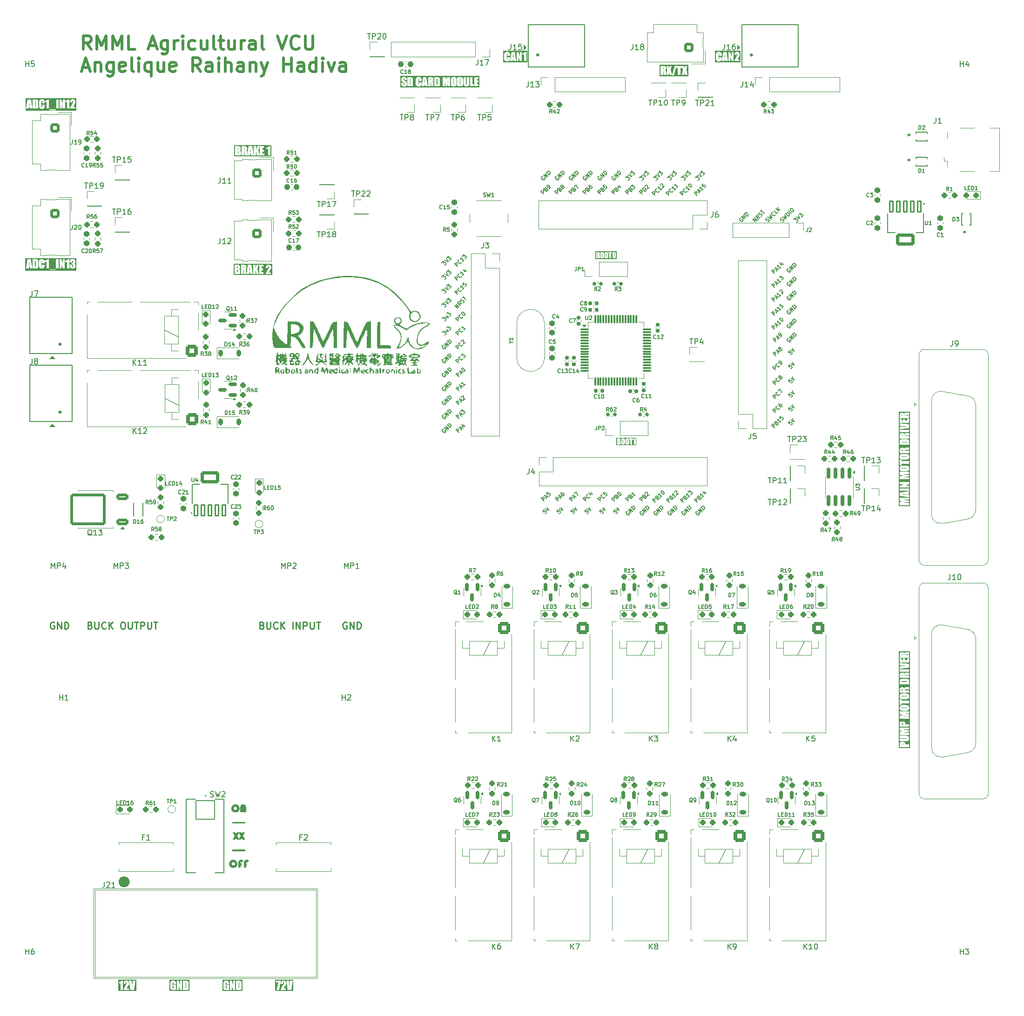
<source format=gbr>
%TF.GenerationSoftware,KiCad,Pcbnew,8.0.7*%
%TF.CreationDate,2025-04-17T15:34:13+07:00*%
%TF.ProjectId,Tractor VCU,54726163-746f-4722-9056-43552e6b6963,rev?*%
%TF.SameCoordinates,Original*%
%TF.FileFunction,Legend,Top*%
%TF.FilePolarity,Positive*%
%FSLAX46Y46*%
G04 Gerber Fmt 4.6, Leading zero omitted, Abs format (unit mm)*
G04 Created by KiCad (PCBNEW 8.0.7) date 2025-04-17 15:34:13*
%MOMM*%
%LPD*%
G01*
G04 APERTURE LIST*
G04 Aperture macros list*
%AMRoundRect*
0 Rectangle with rounded corners*
0 $1 Rounding radius*
0 $2 $3 $4 $5 $6 $7 $8 $9 X,Y pos of 4 corners*
0 Add a 4 corners polygon primitive as box body*
4,1,4,$2,$3,$4,$5,$6,$7,$8,$9,$2,$3,0*
0 Add four circle primitives for the rounded corners*
1,1,$1+$1,$2,$3*
1,1,$1+$1,$4,$5*
1,1,$1+$1,$6,$7*
1,1,$1+$1,$8,$9*
0 Add four rect primitives between the rounded corners*
20,1,$1+$1,$2,$3,$4,$5,0*
20,1,$1+$1,$4,$5,$6,$7,0*
20,1,$1+$1,$6,$7,$8,$9,0*
20,1,$1+$1,$8,$9,$2,$3,0*%
G04 Aperture macros list end*
%ADD10C,0.250000*%
%ADD11C,0.300000*%
%ADD12C,0.150000*%
%ADD13C,0.500000*%
%ADD14C,0.140000*%
%ADD15C,0.200000*%
%ADD16C,0.160000*%
%ADD17C,0.120000*%
%ADD18C,0.152400*%
%ADD19C,0.400000*%
%ADD20C,0.100000*%
%ADD21C,1.050000*%
%ADD22C,0.127000*%
%ADD23C,0.000000*%
%ADD24RoundRect,0.237500X-0.237500X0.300000X-0.237500X-0.300000X0.237500X-0.300000X0.237500X0.300000X0*%
%ADD25RoundRect,0.341000X-0.759000X0.759000X-0.759000X-0.759000X0.759000X-0.759000X0.759000X0.759000X0*%
%ADD26C,2.200000*%
%ADD27RoundRect,0.237500X-0.237500X0.287500X-0.237500X-0.287500X0.237500X-0.287500X0.237500X0.287500X0*%
%ADD28RoundRect,0.155000X-0.212500X-0.155000X0.212500X-0.155000X0.212500X0.155000X-0.212500X0.155000X0*%
%ADD29RoundRect,0.237500X-0.250000X-0.237500X0.250000X-0.237500X0.250000X0.237500X-0.250000X0.237500X0*%
%ADD30R,0.660400X0.711200*%
%ADD31RoundRect,0.237500X-0.287500X-0.237500X0.287500X-0.237500X0.287500X0.237500X-0.287500X0.237500X0*%
%ADD32C,1.000000*%
%ADD33R,1.700000X1.700000*%
%ADD34RoundRect,0.150000X-0.150000X0.587500X-0.150000X-0.587500X0.150000X-0.587500X0.150000X0.587500X0*%
%ADD35RoundRect,0.225000X-0.225000X-0.375000X0.225000X-0.375000X0.225000X0.375000X-0.225000X0.375000X0*%
%ADD36C,0.800000*%
%ADD37C,6.400000*%
%ADD38RoundRect,0.160000X0.197500X0.160000X-0.197500X0.160000X-0.197500X-0.160000X0.197500X-0.160000X0*%
%ADD39RoundRect,0.237500X0.237500X-0.300000X0.237500X0.300000X-0.237500X0.300000X-0.237500X-0.300000X0*%
%ADD40C,2.154000*%
%ADD41RoundRect,0.155000X0.155000X-0.212500X0.155000X0.212500X-0.155000X0.212500X-0.155000X-0.212500X0*%
%ADD42RoundRect,0.150000X0.587500X0.150000X-0.587500X0.150000X-0.587500X-0.150000X0.587500X-0.150000X0*%
%ADD43RoundRect,0.237500X0.250000X0.237500X-0.250000X0.237500X-0.250000X-0.237500X0.250000X-0.237500X0*%
%ADD44RoundRect,0.237500X-0.237500X0.250000X-0.237500X-0.250000X0.237500X-0.250000X0.237500X0.250000X0*%
%ADD45RoundRect,0.237500X0.237500X-0.250000X0.237500X0.250000X-0.237500X0.250000X-0.237500X-0.250000X0*%
%ADD46RoundRect,0.225000X0.375000X-0.225000X0.375000X0.225000X-0.375000X0.225000X-0.375000X-0.225000X0*%
%ADD47R,4.240000X3.810000*%
%ADD48O,1.700000X1.700000*%
%ADD49C,4.000000*%
%ADD50R,1.600000X1.600000*%
%ADD51C,1.600000*%
%ADD52RoundRect,0.237500X-0.300000X-0.237500X0.300000X-0.237500X0.300000X0.237500X-0.300000X0.237500X0*%
%ADD53C,4.700000*%
%ADD54C,8.600000*%
%ADD55RoundRect,0.341000X0.759000X0.759000X-0.759000X0.759000X-0.759000X-0.759000X0.759000X-0.759000X0*%
%ADD56R,1.422400X0.457200*%
%ADD57O,4.000000X6.000000*%
%ADD58RoundRect,0.103000X0.309000X-0.984000X0.309000X0.984000X-0.309000X0.984000X-0.309000X-0.984000X0*%
%ADD59RoundRect,0.271750X1.410250X-0.815250X1.410250X0.815250X-1.410250X0.815250X-1.410250X-0.815250X0*%
%ADD60RoundRect,0.250000X-0.620000X0.620000X-0.620000X-0.620000X0.620000X-0.620000X0.620000X0.620000X0*%
%ADD61C,1.740000*%
%ADD62RoundRect,0.075000X-0.700000X-0.075000X0.700000X-0.075000X0.700000X0.075000X-0.700000X0.075000X0*%
%ADD63RoundRect,0.075000X-0.075000X-0.700000X0.075000X-0.700000X0.075000X0.700000X-0.075000X0.700000X0*%
%ADD64C,1.500000*%
%ADD65RoundRect,0.155000X-0.155000X0.212500X-0.155000X-0.212500X0.155000X-0.212500X0.155000X0.212500X0*%
%ADD66C,2.000000*%
%ADD67C,3.600000*%
%ADD68RoundRect,0.250000X0.850000X0.350000X-0.850000X0.350000X-0.850000X-0.350000X0.850000X-0.350000X0*%
%ADD69RoundRect,0.249997X2.950003X2.650003X-2.950003X2.650003X-2.950003X-2.650003X2.950003X-2.650003X0*%
%ADD70RoundRect,0.150000X-0.150000X0.825000X-0.150000X-0.825000X0.150000X-0.825000X0.150000X0.825000X0*%
%ADD71RoundRect,0.237500X0.300000X0.237500X-0.300000X0.237500X-0.300000X-0.237500X0.300000X-0.237500X0*%
%ADD72RoundRect,0.250000X0.620000X0.620000X-0.620000X0.620000X-0.620000X-0.620000X0.620000X-0.620000X0*%
%ADD73RoundRect,0.160000X-0.197500X-0.160000X0.197500X-0.160000X0.197500X0.160000X-0.197500X0.160000X0*%
%ADD74C,0.900000*%
%ADD75R,2.500000X0.500000*%
%ADD76R,2.500000X2.000000*%
%ADD77RoundRect,0.102000X-1.700000X1.700000X-1.700000X-1.700000X1.700000X-1.700000X1.700000X1.700000X0*%
%ADD78O,4.204000X3.204000*%
%ADD79RoundRect,0.155000X0.212500X0.155000X-0.212500X0.155000X-0.212500X-0.155000X0.212500X-0.155000X0*%
%ADD80R,0.457200X1.422400*%
%ADD81RoundRect,0.237500X0.287500X0.237500X-0.287500X0.237500X-0.287500X-0.237500X0.287500X-0.237500X0*%
%ADD82RoundRect,0.103000X-0.309000X0.984000X-0.309000X-0.984000X0.309000X-0.984000X0.309000X0.984000X0*%
%ADD83RoundRect,0.271750X-1.410250X0.815250X-1.410250X-0.815250X1.410250X-0.815250X1.410250X0.815250X0*%
G04 APERTURE END LIST*
D10*
X122817666Y-169963511D02*
X122996238Y-170023035D01*
X122996238Y-170023035D02*
X123055761Y-170082559D01*
X123055761Y-170082559D02*
X123115285Y-170201607D01*
X123115285Y-170201607D02*
X123115285Y-170380178D01*
X123115285Y-170380178D02*
X123055761Y-170499226D01*
X123055761Y-170499226D02*
X122996238Y-170558750D01*
X122996238Y-170558750D02*
X122877190Y-170618273D01*
X122877190Y-170618273D02*
X122401000Y-170618273D01*
X122401000Y-170618273D02*
X122401000Y-169368273D01*
X122401000Y-169368273D02*
X122817666Y-169368273D01*
X122817666Y-169368273D02*
X122936714Y-169427797D01*
X122936714Y-169427797D02*
X122996238Y-169487321D01*
X122996238Y-169487321D02*
X123055761Y-169606369D01*
X123055761Y-169606369D02*
X123055761Y-169725416D01*
X123055761Y-169725416D02*
X122996238Y-169844464D01*
X122996238Y-169844464D02*
X122936714Y-169903988D01*
X122936714Y-169903988D02*
X122817666Y-169963511D01*
X122817666Y-169963511D02*
X122401000Y-169963511D01*
X123651000Y-169368273D02*
X123651000Y-170380178D01*
X123651000Y-170380178D02*
X123710523Y-170499226D01*
X123710523Y-170499226D02*
X123770047Y-170558750D01*
X123770047Y-170558750D02*
X123889095Y-170618273D01*
X123889095Y-170618273D02*
X124127190Y-170618273D01*
X124127190Y-170618273D02*
X124246238Y-170558750D01*
X124246238Y-170558750D02*
X124305761Y-170499226D01*
X124305761Y-170499226D02*
X124365285Y-170380178D01*
X124365285Y-170380178D02*
X124365285Y-169368273D01*
X125674809Y-170499226D02*
X125615285Y-170558750D01*
X125615285Y-170558750D02*
X125436714Y-170618273D01*
X125436714Y-170618273D02*
X125317666Y-170618273D01*
X125317666Y-170618273D02*
X125139095Y-170558750D01*
X125139095Y-170558750D02*
X125020047Y-170439702D01*
X125020047Y-170439702D02*
X124960524Y-170320654D01*
X124960524Y-170320654D02*
X124901000Y-170082559D01*
X124901000Y-170082559D02*
X124901000Y-169903988D01*
X124901000Y-169903988D02*
X124960524Y-169665892D01*
X124960524Y-169665892D02*
X125020047Y-169546845D01*
X125020047Y-169546845D02*
X125139095Y-169427797D01*
X125139095Y-169427797D02*
X125317666Y-169368273D01*
X125317666Y-169368273D02*
X125436714Y-169368273D01*
X125436714Y-169368273D02*
X125615285Y-169427797D01*
X125615285Y-169427797D02*
X125674809Y-169487321D01*
X126210524Y-170618273D02*
X126210524Y-169368273D01*
X126924809Y-170618273D02*
X126389095Y-169903988D01*
X126924809Y-169368273D02*
X126210524Y-170082559D01*
X128651000Y-169368273D02*
X128889095Y-169368273D01*
X128889095Y-169368273D02*
X129008143Y-169427797D01*
X129008143Y-169427797D02*
X129127190Y-169546845D01*
X129127190Y-169546845D02*
X129186714Y-169784940D01*
X129186714Y-169784940D02*
X129186714Y-170201607D01*
X129186714Y-170201607D02*
X129127190Y-170439702D01*
X129127190Y-170439702D02*
X129008143Y-170558750D01*
X129008143Y-170558750D02*
X128889095Y-170618273D01*
X128889095Y-170618273D02*
X128651000Y-170618273D01*
X128651000Y-170618273D02*
X128531952Y-170558750D01*
X128531952Y-170558750D02*
X128412905Y-170439702D01*
X128412905Y-170439702D02*
X128353381Y-170201607D01*
X128353381Y-170201607D02*
X128353381Y-169784940D01*
X128353381Y-169784940D02*
X128412905Y-169546845D01*
X128412905Y-169546845D02*
X128531952Y-169427797D01*
X128531952Y-169427797D02*
X128651000Y-169368273D01*
X129722429Y-169368273D02*
X129722429Y-170380178D01*
X129722429Y-170380178D02*
X129781952Y-170499226D01*
X129781952Y-170499226D02*
X129841476Y-170558750D01*
X129841476Y-170558750D02*
X129960524Y-170618273D01*
X129960524Y-170618273D02*
X130198619Y-170618273D01*
X130198619Y-170618273D02*
X130317667Y-170558750D01*
X130317667Y-170558750D02*
X130377190Y-170499226D01*
X130377190Y-170499226D02*
X130436714Y-170380178D01*
X130436714Y-170380178D02*
X130436714Y-169368273D01*
X130853381Y-169368273D02*
X131567667Y-169368273D01*
X131210524Y-170618273D02*
X131210524Y-169368273D01*
X131984334Y-170618273D02*
X131984334Y-169368273D01*
X131984334Y-169368273D02*
X132460524Y-169368273D01*
X132460524Y-169368273D02*
X132579572Y-169427797D01*
X132579572Y-169427797D02*
X132639095Y-169487321D01*
X132639095Y-169487321D02*
X132698619Y-169606369D01*
X132698619Y-169606369D02*
X132698619Y-169784940D01*
X132698619Y-169784940D02*
X132639095Y-169903988D01*
X132639095Y-169903988D02*
X132579572Y-169963511D01*
X132579572Y-169963511D02*
X132460524Y-170023035D01*
X132460524Y-170023035D02*
X131984334Y-170023035D01*
X133234334Y-169368273D02*
X133234334Y-170380178D01*
X133234334Y-170380178D02*
X133293857Y-170499226D01*
X133293857Y-170499226D02*
X133353381Y-170558750D01*
X133353381Y-170558750D02*
X133472429Y-170618273D01*
X133472429Y-170618273D02*
X133710524Y-170618273D01*
X133710524Y-170618273D02*
X133829572Y-170558750D01*
X133829572Y-170558750D02*
X133889095Y-170499226D01*
X133889095Y-170499226D02*
X133948619Y-170380178D01*
X133948619Y-170380178D02*
X133948619Y-169368273D01*
X134365286Y-169368273D02*
X135079572Y-169368273D01*
X134722429Y-170618273D02*
X134722429Y-169368273D01*
D11*
G36*
X271157869Y-146184280D02*
G01*
X271114704Y-146180988D01*
X271031657Y-146173999D01*
X270955224Y-146167055D01*
X270869907Y-146158909D01*
X270775706Y-146149561D01*
X270699224Y-146141761D01*
X270617745Y-146133285D01*
X270531269Y-146124133D01*
X270439795Y-146114304D01*
X270493863Y-146111608D01*
X270572667Y-146107414D01*
X270648715Y-146103039D01*
X270722006Y-146098484D01*
X270815440Y-146092129D01*
X270903975Y-146085455D01*
X270987609Y-146078459D01*
X271066343Y-146071144D01*
X271157869Y-146061548D01*
X271157869Y-146184280D01*
G37*
G36*
X271294326Y-141341352D02*
G01*
X271374713Y-141343064D01*
X271452793Y-141351935D01*
X271486132Y-141398464D01*
X271457555Y-141443526D01*
X271439724Y-141447523D01*
X271365621Y-141452783D01*
X271289028Y-141453785D01*
X270526624Y-141453785D01*
X270459791Y-141452318D01*
X270382276Y-141438764D01*
X270360661Y-141395533D01*
X270387772Y-141352302D01*
X270449625Y-141343125D01*
X270526624Y-141341311D01*
X271276938Y-141341311D01*
X271294326Y-141341352D01*
G37*
G36*
X271294326Y-139226698D02*
G01*
X271374713Y-139228410D01*
X271452793Y-139237281D01*
X271486132Y-139283809D01*
X271457555Y-139328872D01*
X271439724Y-139332869D01*
X271365621Y-139338128D01*
X271289028Y-139339130D01*
X270526624Y-139339130D01*
X270459791Y-139337663D01*
X270382276Y-139324109D01*
X270360661Y-139280878D01*
X270387772Y-139237647D01*
X270449625Y-139228470D01*
X270526624Y-139226656D01*
X271276938Y-139226656D01*
X271294326Y-139226698D01*
G37*
G36*
X270647719Y-138073143D02*
G01*
X270718232Y-138096422D01*
X270724209Y-138107048D01*
X270735818Y-138179587D01*
X270384108Y-138179587D01*
X270384301Y-138168830D01*
X270406090Y-138096056D01*
X270429823Y-138080875D01*
X270502810Y-138071143D01*
X270595500Y-138071143D01*
X270647719Y-138073143D01*
G37*
G36*
X271279355Y-136567326D02*
G01*
X271356620Y-136571118D01*
X271429345Y-136586269D01*
X271448326Y-136605990D01*
X271462684Y-136680425D01*
X270384108Y-136680425D01*
X270384121Y-136676954D01*
X270397297Y-136602023D01*
X270439063Y-136573446D01*
X270502880Y-136567940D01*
X270580479Y-136566852D01*
X271231142Y-136566852D01*
X271279355Y-136567326D01*
G37*
G36*
X270647719Y-135413338D02*
G01*
X270718232Y-135436618D01*
X270724209Y-135447244D01*
X270735818Y-135519783D01*
X270384108Y-135519783D01*
X270384301Y-135509026D01*
X270406090Y-135436251D01*
X270429823Y-135421070D01*
X270502810Y-135411339D01*
X270595500Y-135411339D01*
X270647719Y-135413338D01*
G37*
G36*
X270647719Y-131708663D02*
G01*
X270718232Y-131731942D01*
X270724209Y-131742568D01*
X270735818Y-131815107D01*
X270384108Y-131815107D01*
X270384301Y-131804350D01*
X270406090Y-131731576D01*
X270429823Y-131716395D01*
X270502810Y-131706663D01*
X270595500Y-131706663D01*
X270647719Y-131708663D01*
G37*
G36*
X271957614Y-148251279D02*
G01*
X269889179Y-148251279D01*
X269889179Y-147310117D01*
X270079293Y-147310117D01*
X270868442Y-147398778D01*
X270440894Y-147446771D01*
X270390525Y-147453715D01*
X270317740Y-147464066D01*
X270237025Y-147476045D01*
X270160832Y-147487919D01*
X270079293Y-147501360D01*
X270079293Y-148084612D01*
X271767500Y-148084612D01*
X271767500Y-147681977D01*
X270655218Y-147693701D01*
X271767500Y-147544224D01*
X271767500Y-147254796D01*
X270631770Y-147113380D01*
X271767500Y-147125104D01*
X271767500Y-146722469D01*
X270079293Y-146722469D01*
X270079293Y-147310117D01*
X269889179Y-147310117D01*
X269889179Y-145808390D01*
X270079293Y-145808390D01*
X270079293Y-146114304D01*
X270079293Y-146456489D01*
X271767500Y-146680337D01*
X271767500Y-146206628D01*
X271462684Y-146180983D01*
X271462684Y-146046893D01*
X271767500Y-146025278D01*
X271767500Y-145556698D01*
X270079293Y-145808390D01*
X269889179Y-145808390D01*
X269889179Y-145514200D01*
X270079293Y-145514200D01*
X271767500Y-145514200D01*
X271767500Y-145056977D01*
X270079293Y-145056977D01*
X270079293Y-145514200D01*
X269889179Y-145514200D01*
X269889179Y-144304465D01*
X270079293Y-144304465D01*
X270840598Y-144292741D01*
X270079293Y-144527581D01*
X270079293Y-144910431D01*
X271767500Y-144910431D01*
X271767500Y-144524284D01*
X270998867Y-144536007D01*
X271767500Y-144319120D01*
X271767500Y-143918317D01*
X270079293Y-143918317D01*
X270079293Y-144304465D01*
X269889179Y-144304465D01*
X269889179Y-142629448D01*
X270079293Y-142629448D01*
X270868442Y-142718108D01*
X270440894Y-142766101D01*
X270390525Y-142773045D01*
X270317740Y-142783396D01*
X270237025Y-142795375D01*
X270160832Y-142807249D01*
X270079293Y-142820690D01*
X270079293Y-143403942D01*
X271767500Y-143403942D01*
X271767500Y-143001307D01*
X270655218Y-143013031D01*
X271767500Y-142863554D01*
X271767500Y-142574127D01*
X270631770Y-142432710D01*
X271767500Y-142444434D01*
X271767500Y-142041799D01*
X270079293Y-142041799D01*
X270079293Y-142629448D01*
X269889179Y-142629448D01*
X269889179Y-141397364D01*
X270055846Y-141397364D01*
X270056258Y-141424052D01*
X270062440Y-141500404D01*
X270078011Y-141578715D01*
X270102740Y-141650156D01*
X270135863Y-141713604D01*
X270181638Y-141773397D01*
X270237196Y-141822713D01*
X270282213Y-141851519D01*
X270353688Y-141882534D01*
X270429904Y-141898917D01*
X270474232Y-141903026D01*
X270549005Y-141907182D01*
X270629119Y-141909579D01*
X270708701Y-141910712D01*
X270782712Y-141911007D01*
X271064080Y-141911007D01*
X271095273Y-141910959D01*
X271181775Y-141910229D01*
X271257664Y-141908623D01*
X271342339Y-141905120D01*
X271421652Y-141898551D01*
X271478636Y-141887226D01*
X271551099Y-141858693D01*
X271613993Y-141819050D01*
X271665076Y-141773032D01*
X271711268Y-141712909D01*
X271746983Y-141642829D01*
X271754840Y-141622120D01*
X271775448Y-141549648D01*
X271787469Y-141471882D01*
X271790947Y-141397364D01*
X271790538Y-141370746D01*
X271784404Y-141294599D01*
X271768955Y-141216518D01*
X271744419Y-141145306D01*
X271711102Y-141081664D01*
X271665198Y-141021742D01*
X271609596Y-140972382D01*
X271564579Y-140943577D01*
X271493104Y-140912562D01*
X271416889Y-140896178D01*
X271372560Y-140892069D01*
X271297788Y-140887914D01*
X271217673Y-140885517D01*
X271138092Y-140884383D01*
X271064080Y-140884088D01*
X270782712Y-140884088D01*
X270751520Y-140884137D01*
X270665018Y-140884867D01*
X270589129Y-140886472D01*
X270504453Y-140889976D01*
X270425141Y-140896545D01*
X270368185Y-140907869D01*
X270295851Y-140936403D01*
X270233166Y-140976046D01*
X270181925Y-141022063D01*
X270135726Y-141082186D01*
X270100176Y-141152267D01*
X270092253Y-141172972D01*
X270071474Y-141245387D01*
X270059352Y-141323024D01*
X270055932Y-141395533D01*
X270055846Y-141397364D01*
X269889179Y-141397364D01*
X269889179Y-140825470D01*
X270079293Y-140825470D01*
X270431003Y-140825470D01*
X270431003Y-140569015D01*
X271767500Y-140569015D01*
X271767500Y-140111792D01*
X270431003Y-140111792D01*
X270431003Y-139854238D01*
X270079293Y-139854238D01*
X270079293Y-140825470D01*
X269889179Y-140825470D01*
X269889179Y-139282710D01*
X270055846Y-139282710D01*
X270056258Y-139309397D01*
X270062440Y-139385750D01*
X270078011Y-139464060D01*
X270102740Y-139535501D01*
X270135863Y-139598950D01*
X270181638Y-139658742D01*
X270237196Y-139708059D01*
X270282213Y-139736864D01*
X270353688Y-139767879D01*
X270429904Y-139784263D01*
X270474232Y-139788371D01*
X270549005Y-139792527D01*
X270629119Y-139794924D01*
X270708701Y-139796057D01*
X270782712Y-139796353D01*
X271064080Y-139796353D01*
X271095273Y-139796304D01*
X271181775Y-139795574D01*
X271257664Y-139793968D01*
X271342339Y-139790465D01*
X271421652Y-139783896D01*
X271478636Y-139772572D01*
X271551099Y-139744038D01*
X271613993Y-139704395D01*
X271665076Y-139658378D01*
X271711268Y-139598254D01*
X271746983Y-139528174D01*
X271754840Y-139507465D01*
X271775448Y-139434994D01*
X271787469Y-139357227D01*
X271790947Y-139282710D01*
X271790538Y-139256091D01*
X271784404Y-139179945D01*
X271768955Y-139101863D01*
X271744419Y-139030651D01*
X271711102Y-138967010D01*
X271665198Y-138907087D01*
X271609596Y-138857727D01*
X271564579Y-138828922D01*
X271493104Y-138797907D01*
X271416889Y-138781524D01*
X271372560Y-138777415D01*
X271297788Y-138773259D01*
X271217673Y-138770862D01*
X271138092Y-138769729D01*
X271064080Y-138769434D01*
X270782712Y-138769434D01*
X270751520Y-138769482D01*
X270665018Y-138770212D01*
X270589129Y-138771818D01*
X270504453Y-138775321D01*
X270425141Y-138781890D01*
X270368185Y-138793215D01*
X270295851Y-138821748D01*
X270233166Y-138861391D01*
X270181925Y-138907408D01*
X270135726Y-138967532D01*
X270100176Y-139037612D01*
X270092253Y-139058318D01*
X270071474Y-139130732D01*
X270059352Y-139208370D01*
X270055932Y-139280878D01*
X270055846Y-139282710D01*
X269889179Y-139282710D01*
X269889179Y-138318073D01*
X270079293Y-138318073D01*
X270079293Y-138636810D01*
X271767500Y-138636810D01*
X271767500Y-138179587D01*
X271017185Y-138179587D01*
X271017865Y-138158453D01*
X271045029Y-138089461D01*
X271051148Y-138086188D01*
X271125595Y-138073308D01*
X271202932Y-138071143D01*
X271767500Y-138071143D01*
X271767500Y-137644695D01*
X271317238Y-137644695D01*
X271304705Y-137644706D01*
X271225532Y-137645405D01*
X271145737Y-137647901D01*
X271067744Y-137656053D01*
X271028191Y-137671085D01*
X270965162Y-137713938D01*
X270933527Y-137751483D01*
X270904538Y-137819490D01*
X270887859Y-137895288D01*
X270882341Y-137827190D01*
X270860919Y-137753446D01*
X270814952Y-137695986D01*
X270777917Y-137676001D01*
X270703842Y-137655965D01*
X270626654Y-137647150D01*
X270546041Y-137644695D01*
X270519384Y-137644973D01*
X270444856Y-137649137D01*
X270368227Y-137660312D01*
X270294262Y-137681413D01*
X270228403Y-137715770D01*
X270172912Y-137763970D01*
X270129145Y-137826246D01*
X270103473Y-137898219D01*
X270097806Y-137929223D01*
X270088738Y-138009640D01*
X270083921Y-138086061D01*
X270081206Y-138160293D01*
X270080853Y-138179587D01*
X270079671Y-138244113D01*
X270079293Y-138318073D01*
X269889179Y-138318073D01*
X269889179Y-136801325D01*
X270079293Y-136801325D01*
X270079293Y-137137647D01*
X271767500Y-137137647D01*
X271767500Y-136578942D01*
X271766137Y-136496883D01*
X271761429Y-136420118D01*
X271750280Y-136343003D01*
X271727837Y-136273864D01*
X271687998Y-136208547D01*
X271634692Y-136161653D01*
X271564900Y-136131611D01*
X271493804Y-136119096D01*
X271420182Y-136113257D01*
X271340624Y-136110402D01*
X271261184Y-136109629D01*
X270678299Y-136109629D01*
X270594583Y-136110157D01*
X270510687Y-136112108D01*
X270432966Y-136116098D01*
X270357730Y-136124650D01*
X270342334Y-136127797D01*
X270269218Y-136155510D01*
X270206788Y-136199388D01*
X270171352Y-136237210D01*
X270133751Y-136300803D01*
X270108968Y-136372312D01*
X270100419Y-136412635D01*
X270090885Y-136485708D01*
X270084973Y-136563773D01*
X270081640Y-136639710D01*
X270080747Y-136680425D01*
X270079757Y-136725539D01*
X270079293Y-136801325D01*
X269889179Y-136801325D01*
X269889179Y-135658268D01*
X270079293Y-135658268D01*
X270079293Y-135977005D01*
X271767500Y-135977005D01*
X271767500Y-135519783D01*
X271017185Y-135519783D01*
X271017865Y-135498649D01*
X271045029Y-135429657D01*
X271051148Y-135426383D01*
X271125595Y-135413503D01*
X271202932Y-135411339D01*
X271767500Y-135411339D01*
X271767500Y-134984891D01*
X271317238Y-134984891D01*
X271304705Y-134984902D01*
X271225532Y-134985600D01*
X271145737Y-134988096D01*
X271067744Y-134996248D01*
X271028191Y-135011280D01*
X270965162Y-135054134D01*
X270933527Y-135091679D01*
X270904538Y-135159685D01*
X270887859Y-135235484D01*
X270882341Y-135167386D01*
X270860919Y-135093641D01*
X270814952Y-135036182D01*
X270777917Y-135016196D01*
X270703842Y-134996161D01*
X270626654Y-134987345D01*
X270546041Y-134984891D01*
X270519384Y-134985168D01*
X270444856Y-134989333D01*
X270368227Y-135000508D01*
X270294262Y-135021608D01*
X270228403Y-135055965D01*
X270172912Y-135104165D01*
X270129145Y-135166441D01*
X270103473Y-135238415D01*
X270097806Y-135269418D01*
X270088738Y-135349835D01*
X270083921Y-135426257D01*
X270081206Y-135500488D01*
X270080853Y-135519783D01*
X270079671Y-135584308D01*
X270079293Y-135658268D01*
X269889179Y-135658268D01*
X269889179Y-134847138D01*
X270079293Y-134847138D01*
X271767500Y-134847138D01*
X271767500Y-134389915D01*
X270079293Y-134389915D01*
X270079293Y-134847138D01*
X269889179Y-134847138D01*
X269889179Y-133669277D01*
X270079293Y-133669277D01*
X270396931Y-133700418D01*
X270420461Y-133702716D01*
X270517149Y-133711623D01*
X270592363Y-133718003D01*
X270669889Y-133724125D01*
X270749727Y-133729990D01*
X270831876Y-133735597D01*
X270916338Y-133740947D01*
X271003112Y-133746038D01*
X271092197Y-133750873D01*
X271183595Y-133755449D01*
X271277304Y-133759769D01*
X271213977Y-133762745D01*
X271116100Y-133768069D01*
X271014758Y-133774423D01*
X270909952Y-133781808D01*
X270801680Y-133790223D01*
X270727575Y-133796405D01*
X270651929Y-133803045D01*
X270574743Y-133810144D01*
X270496018Y-133817700D01*
X270415753Y-133825714D01*
X270333948Y-133834186D01*
X270250603Y-133843116D01*
X270165718Y-133852505D01*
X270079293Y-133862351D01*
X270079293Y-134344120D01*
X271767500Y-134090229D01*
X271767500Y-133411356D01*
X270079293Y-133187508D01*
X270079293Y-133669277D01*
X269889179Y-133669277D01*
X269889179Y-132397260D01*
X270079293Y-132397260D01*
X270079293Y-133144277D01*
X271767500Y-133144277D01*
X271767500Y-132368683D01*
X271415790Y-132368683D01*
X271415790Y-132687054D01*
X271064080Y-132687054D01*
X271064080Y-132415944D01*
X270712370Y-132415944D01*
X270712370Y-132687054D01*
X270431003Y-132687054D01*
X270431003Y-132397260D01*
X270079293Y-132397260D01*
X269889179Y-132397260D01*
X269889179Y-131953593D01*
X270079293Y-131953593D01*
X270079293Y-132272330D01*
X271767500Y-132272330D01*
X271767500Y-131815107D01*
X271017185Y-131815107D01*
X271017865Y-131793973D01*
X271045029Y-131724981D01*
X271051148Y-131721708D01*
X271125595Y-131708828D01*
X271202932Y-131706663D01*
X271767500Y-131706663D01*
X271767500Y-131280215D01*
X271317238Y-131280215D01*
X271304705Y-131280226D01*
X271225532Y-131280925D01*
X271145737Y-131283420D01*
X271067744Y-131291572D01*
X271028191Y-131306605D01*
X270965162Y-131349458D01*
X270933527Y-131387003D01*
X270904538Y-131455010D01*
X270887859Y-131530808D01*
X270882341Y-131462710D01*
X270860919Y-131388966D01*
X270814952Y-131331506D01*
X270777917Y-131311521D01*
X270703842Y-131291485D01*
X270626654Y-131282670D01*
X270546041Y-131280215D01*
X270519384Y-131280493D01*
X270444856Y-131284657D01*
X270368227Y-131295832D01*
X270294262Y-131316932D01*
X270228403Y-131351290D01*
X270172912Y-131399490D01*
X270129145Y-131461766D01*
X270103473Y-131533739D01*
X270097806Y-131564743D01*
X270088738Y-131645160D01*
X270083921Y-131721581D01*
X270081206Y-131795813D01*
X270080853Y-131815107D01*
X270079671Y-131879633D01*
X270079293Y-131953593D01*
X269889179Y-131953593D01*
X269889179Y-131113548D01*
X271957614Y-131113548D01*
X271957614Y-148251279D01*
G37*
D12*
X223297642Y-147394294D02*
X222802667Y-146899320D01*
X222802667Y-146899320D02*
X222991229Y-146710758D01*
X222991229Y-146710758D02*
X223061940Y-146687188D01*
X223061940Y-146687188D02*
X223109080Y-146687188D01*
X223109080Y-146687188D02*
X223179791Y-146710758D01*
X223179791Y-146710758D02*
X223250502Y-146781469D01*
X223250502Y-146781469D02*
X223274072Y-146852179D01*
X223274072Y-146852179D02*
X223274072Y-146899320D01*
X223274072Y-146899320D02*
X223250502Y-146970030D01*
X223250502Y-146970030D02*
X223061940Y-147158592D01*
X223698336Y-146475056D02*
X223792617Y-146427915D01*
X223792617Y-146427915D02*
X223839757Y-146427915D01*
X223839757Y-146427915D02*
X223910468Y-146451485D01*
X223910468Y-146451485D02*
X223981179Y-146522196D01*
X223981179Y-146522196D02*
X224004749Y-146592907D01*
X224004749Y-146592907D02*
X224004749Y-146640047D01*
X224004749Y-146640047D02*
X223981179Y-146710758D01*
X223981179Y-146710758D02*
X223792617Y-146899320D01*
X223792617Y-146899320D02*
X223297642Y-146404345D01*
X223297642Y-146404345D02*
X223462634Y-146239353D01*
X223462634Y-146239353D02*
X223533344Y-146215783D01*
X223533344Y-146215783D02*
X223580485Y-146215783D01*
X223580485Y-146215783D02*
X223651196Y-146239353D01*
X223651196Y-146239353D02*
X223698336Y-146286494D01*
X223698336Y-146286494D02*
X223721906Y-146357205D01*
X223721906Y-146357205D02*
X223721906Y-146404345D01*
X223721906Y-146404345D02*
X223698336Y-146475056D01*
X223698336Y-146475056D02*
X223533344Y-146640047D01*
X223816187Y-145980081D02*
X223816187Y-145932940D01*
X223816187Y-145932940D02*
X223839757Y-145862230D01*
X223839757Y-145862230D02*
X223957609Y-145744379D01*
X223957609Y-145744379D02*
X224028319Y-145720808D01*
X224028319Y-145720808D02*
X224075460Y-145720808D01*
X224075460Y-145720808D02*
X224146170Y-145744379D01*
X224146170Y-145744379D02*
X224193311Y-145791519D01*
X224193311Y-145791519D02*
X224240451Y-145885800D01*
X224240451Y-145885800D02*
X224240451Y-146451485D01*
X224240451Y-146451485D02*
X224546864Y-146145072D01*
X250078213Y-130251775D02*
X249842511Y-130487477D01*
X249842511Y-130487477D02*
X250054643Y-130746749D01*
X250054643Y-130746749D02*
X250054643Y-130699609D01*
X250054643Y-130699609D02*
X250078213Y-130628898D01*
X250078213Y-130628898D02*
X250196065Y-130511047D01*
X250196065Y-130511047D02*
X250266775Y-130487477D01*
X250266775Y-130487477D02*
X250313916Y-130487477D01*
X250313916Y-130487477D02*
X250384626Y-130511047D01*
X250384626Y-130511047D02*
X250502477Y-130628898D01*
X250502477Y-130628898D02*
X250526048Y-130699609D01*
X250526048Y-130699609D02*
X250526048Y-130746749D01*
X250526048Y-130746749D02*
X250502477Y-130817460D01*
X250502477Y-130817460D02*
X250384626Y-130935311D01*
X250384626Y-130935311D02*
X250313916Y-130958882D01*
X250313916Y-130958882D02*
X250266775Y-130958882D01*
X250243205Y-130086783D02*
X250903172Y-130416766D01*
X250903172Y-130416766D02*
X250573188Y-129756800D01*
X218217642Y-147394294D02*
X217722667Y-146899320D01*
X217722667Y-146899320D02*
X217911229Y-146710758D01*
X217911229Y-146710758D02*
X217981940Y-146687188D01*
X217981940Y-146687188D02*
X218029080Y-146687188D01*
X218029080Y-146687188D02*
X218099791Y-146710758D01*
X218099791Y-146710758D02*
X218170502Y-146781469D01*
X218170502Y-146781469D02*
X218194072Y-146852179D01*
X218194072Y-146852179D02*
X218194072Y-146899320D01*
X218194072Y-146899320D02*
X218170502Y-146970030D01*
X218170502Y-146970030D02*
X217981940Y-147158592D01*
X218618336Y-146475056D02*
X218712617Y-146427915D01*
X218712617Y-146427915D02*
X218759757Y-146427915D01*
X218759757Y-146427915D02*
X218830468Y-146451485D01*
X218830468Y-146451485D02*
X218901179Y-146522196D01*
X218901179Y-146522196D02*
X218924749Y-146592907D01*
X218924749Y-146592907D02*
X218924749Y-146640047D01*
X218924749Y-146640047D02*
X218901179Y-146710758D01*
X218901179Y-146710758D02*
X218712617Y-146899320D01*
X218712617Y-146899320D02*
X218217642Y-146404345D01*
X218217642Y-146404345D02*
X218382634Y-146239353D01*
X218382634Y-146239353D02*
X218453344Y-146215783D01*
X218453344Y-146215783D02*
X218500485Y-146215783D01*
X218500485Y-146215783D02*
X218571196Y-146239353D01*
X218571196Y-146239353D02*
X218618336Y-146286494D01*
X218618336Y-146286494D02*
X218641906Y-146357205D01*
X218641906Y-146357205D02*
X218641906Y-146404345D01*
X218641906Y-146404345D02*
X218618336Y-146475056D01*
X218618336Y-146475056D02*
X218453344Y-146640047D01*
X218806898Y-145815089D02*
X218854038Y-145767949D01*
X218854038Y-145767949D02*
X218924749Y-145744379D01*
X218924749Y-145744379D02*
X218971889Y-145744379D01*
X218971889Y-145744379D02*
X219042600Y-145767949D01*
X219042600Y-145767949D02*
X219160451Y-145838660D01*
X219160451Y-145838660D02*
X219278302Y-145956511D01*
X219278302Y-145956511D02*
X219349013Y-146074362D01*
X219349013Y-146074362D02*
X219372583Y-146145072D01*
X219372583Y-146145072D02*
X219372583Y-146192213D01*
X219372583Y-146192213D02*
X219349013Y-146262924D01*
X219349013Y-146262924D02*
X219301873Y-146310064D01*
X219301873Y-146310064D02*
X219231162Y-146333634D01*
X219231162Y-146333634D02*
X219184021Y-146333634D01*
X219184021Y-146333634D02*
X219113311Y-146310064D01*
X219113311Y-146310064D02*
X218995460Y-146239353D01*
X218995460Y-146239353D02*
X218877609Y-146121502D01*
X218877609Y-146121502D02*
X218806898Y-146003651D01*
X218806898Y-146003651D02*
X218783328Y-145932940D01*
X218783328Y-145932940D02*
X218783328Y-145885800D01*
X218783328Y-145885800D02*
X218806898Y-145815089D01*
D11*
G36*
X149831287Y-234951121D02*
G01*
X149906219Y-234964297D01*
X149934795Y-235006063D01*
X149940301Y-235069880D01*
X149941390Y-235147479D01*
X149941390Y-235798142D01*
X149940916Y-235846355D01*
X149937123Y-235923620D01*
X149921972Y-235996345D01*
X149902251Y-236015326D01*
X149827817Y-236029684D01*
X149827817Y-234951108D01*
X149831287Y-234951121D01*
G37*
G36*
X150565279Y-236524614D02*
G01*
X146896931Y-236524614D01*
X146896931Y-235260686D01*
X147063598Y-235260686D01*
X147063598Y-235748683D01*
X147063647Y-235769606D01*
X147064815Y-235846771D01*
X147068464Y-235928545D01*
X147076055Y-236005138D01*
X147080887Y-236031987D01*
X147104408Y-236105358D01*
X147139436Y-236171101D01*
X147171819Y-236213792D01*
X147226628Y-236264402D01*
X147288546Y-236304458D01*
X147351272Y-236332665D01*
X147423410Y-236351626D01*
X147498839Y-236357947D01*
X147516284Y-236357647D01*
X147592159Y-236348331D01*
X147663337Y-236323875D01*
X147717733Y-236289324D01*
X147766651Y-236231918D01*
X147801456Y-236334500D01*
X148094548Y-236334500D01*
X148233400Y-236334500D01*
X148619548Y-236334500D01*
X148607824Y-235565867D01*
X148824711Y-236334500D01*
X149225514Y-236334500D01*
X149225514Y-236029684D01*
X149370594Y-236029684D01*
X149370594Y-236334500D01*
X149929300Y-236334500D01*
X150011358Y-236333137D01*
X150088123Y-236328429D01*
X150165238Y-236317280D01*
X150234377Y-236294837D01*
X150299694Y-236254998D01*
X150346589Y-236201692D01*
X150376631Y-236131900D01*
X150389146Y-236060804D01*
X150394985Y-235987182D01*
X150397840Y-235907624D01*
X150398612Y-235828184D01*
X150398612Y-235245299D01*
X150398084Y-235161583D01*
X150396133Y-235077687D01*
X150392143Y-234999966D01*
X150383591Y-234924730D01*
X150380444Y-234909334D01*
X150352731Y-234836218D01*
X150308853Y-234773788D01*
X150271031Y-234738352D01*
X150207438Y-234700751D01*
X150135929Y-234675968D01*
X150095606Y-234667419D01*
X150022534Y-234657885D01*
X149944468Y-234651973D01*
X149868532Y-234648640D01*
X149782703Y-234646757D01*
X149706917Y-234646293D01*
X149370594Y-234646293D01*
X149370594Y-236029684D01*
X149225514Y-236029684D01*
X149225514Y-234646293D01*
X148839366Y-234646293D01*
X148851090Y-235407598D01*
X148616250Y-234646293D01*
X148233400Y-234646293D01*
X148233400Y-236334500D01*
X148094548Y-236334500D01*
X148094548Y-235420054D01*
X147563319Y-235420054D01*
X147563319Y-235701422D01*
X147650880Y-235701422D01*
X147650880Y-235877643D01*
X147649105Y-235943158D01*
X147635859Y-236019426D01*
X147581271Y-236053132D01*
X147533277Y-236023090D01*
X147522877Y-235960034D01*
X147520821Y-235885337D01*
X147520821Y-235101684D01*
X147522250Y-235028778D01*
X147532911Y-234953306D01*
X147577974Y-234927661D01*
X147626700Y-234957703D01*
X147630311Y-234972540D01*
X147636287Y-235048378D01*
X147637325Y-235122566D01*
X147637325Y-235279370D01*
X148094548Y-235279370D01*
X148094548Y-235197305D01*
X148092672Y-235113351D01*
X148087044Y-235038443D01*
X148076019Y-234963911D01*
X148055347Y-234887361D01*
X148047207Y-234867422D01*
X148008682Y-234804683D01*
X147952625Y-234747667D01*
X147887185Y-234701248D01*
X147870856Y-234691754D01*
X147800446Y-234659903D01*
X147721883Y-234637852D01*
X147646455Y-234626597D01*
X147564785Y-234622846D01*
X147540383Y-234623202D01*
X147459417Y-234630062D01*
X147385358Y-234645652D01*
X147309177Y-234674160D01*
X147242018Y-234714070D01*
X147226741Y-234725544D01*
X147167522Y-234778909D01*
X147120009Y-234841534D01*
X147089977Y-234914472D01*
X147083794Y-234943764D01*
X147072898Y-235024280D01*
X147067308Y-235100888D01*
X147064526Y-235176292D01*
X147063598Y-235260686D01*
X146896931Y-235260686D01*
X146896931Y-234456179D01*
X150565279Y-234456179D01*
X150565279Y-236524614D01*
G37*
D12*
X207954213Y-148920776D02*
X207718511Y-149156478D01*
X207718511Y-149156478D02*
X207930643Y-149415750D01*
X207930643Y-149415750D02*
X207930643Y-149368610D01*
X207930643Y-149368610D02*
X207954213Y-149297899D01*
X207954213Y-149297899D02*
X208072065Y-149180048D01*
X208072065Y-149180048D02*
X208142775Y-149156478D01*
X208142775Y-149156478D02*
X208189916Y-149156478D01*
X208189916Y-149156478D02*
X208260626Y-149180048D01*
X208260626Y-149180048D02*
X208378477Y-149297899D01*
X208378477Y-149297899D02*
X208402048Y-149368610D01*
X208402048Y-149368610D02*
X208402048Y-149415750D01*
X208402048Y-149415750D02*
X208378477Y-149486461D01*
X208378477Y-149486461D02*
X208260626Y-149604312D01*
X208260626Y-149604312D02*
X208189916Y-149627883D01*
X208189916Y-149627883D02*
X208142775Y-149627883D01*
X208119205Y-148755784D02*
X208779172Y-149085767D01*
X208779172Y-149085767D02*
X208449188Y-148425801D01*
X249818941Y-107571187D02*
X249748230Y-107594758D01*
X249748230Y-107594758D02*
X249677520Y-107665468D01*
X249677520Y-107665468D02*
X249630379Y-107759749D01*
X249630379Y-107759749D02*
X249630379Y-107854030D01*
X249630379Y-107854030D02*
X249653950Y-107924741D01*
X249653950Y-107924741D02*
X249724660Y-108042592D01*
X249724660Y-108042592D02*
X249795371Y-108113303D01*
X249795371Y-108113303D02*
X249913222Y-108184013D01*
X249913222Y-108184013D02*
X249983933Y-108207584D01*
X249983933Y-108207584D02*
X250078214Y-108207584D01*
X250078214Y-108207584D02*
X250172495Y-108160443D01*
X250172495Y-108160443D02*
X250219635Y-108113303D01*
X250219635Y-108113303D02*
X250266775Y-108019022D01*
X250266775Y-108019022D02*
X250266775Y-107971881D01*
X250266775Y-107971881D02*
X250101784Y-107806890D01*
X250101784Y-107806890D02*
X250007503Y-107901171D01*
X250526048Y-107806890D02*
X250031073Y-107311915D01*
X250031073Y-107311915D02*
X250808891Y-107524047D01*
X250808891Y-107524047D02*
X250313916Y-107029072D01*
X251044593Y-107288345D02*
X250549618Y-106793370D01*
X250549618Y-106793370D02*
X250667469Y-106675519D01*
X250667469Y-106675519D02*
X250761750Y-106628379D01*
X250761750Y-106628379D02*
X250856031Y-106628379D01*
X250856031Y-106628379D02*
X250926742Y-106651949D01*
X250926742Y-106651949D02*
X251044593Y-106722660D01*
X251044593Y-106722660D02*
X251115303Y-106793370D01*
X251115303Y-106793370D02*
X251186014Y-106911221D01*
X251186014Y-106911221D02*
X251209584Y-106981932D01*
X251209584Y-106981932D02*
X251209584Y-107076213D01*
X251209584Y-107076213D02*
X251162444Y-107170494D01*
X251162444Y-107170494D02*
X251044593Y-107288345D01*
X189856643Y-122248294D02*
X189361668Y-121753320D01*
X189361668Y-121753320D02*
X189550230Y-121564758D01*
X189550230Y-121564758D02*
X189620941Y-121541188D01*
X189620941Y-121541188D02*
X189668081Y-121541188D01*
X189668081Y-121541188D02*
X189738792Y-121564758D01*
X189738792Y-121564758D02*
X189809503Y-121635469D01*
X189809503Y-121635469D02*
X189833073Y-121706179D01*
X189833073Y-121706179D02*
X189833073Y-121753320D01*
X189833073Y-121753320D02*
X189809503Y-121824030D01*
X189809503Y-121824030D02*
X189620941Y-122012592D01*
X190587320Y-121423337D02*
X190587320Y-121470477D01*
X190587320Y-121470477D02*
X190540180Y-121564758D01*
X190540180Y-121564758D02*
X190493039Y-121611898D01*
X190493039Y-121611898D02*
X190398758Y-121659039D01*
X190398758Y-121659039D02*
X190304477Y-121659039D01*
X190304477Y-121659039D02*
X190233767Y-121635469D01*
X190233767Y-121635469D02*
X190115916Y-121564758D01*
X190115916Y-121564758D02*
X190045205Y-121494047D01*
X190045205Y-121494047D02*
X189974494Y-121376196D01*
X189974494Y-121376196D02*
X189950924Y-121305485D01*
X189950924Y-121305485D02*
X189950924Y-121211205D01*
X189950924Y-121211205D02*
X189998065Y-121116924D01*
X189998065Y-121116924D02*
X190045205Y-121069783D01*
X190045205Y-121069783D02*
X190139486Y-121022643D01*
X190139486Y-121022643D02*
X190186626Y-121022643D01*
X190304477Y-120810511D02*
X190610890Y-120504098D01*
X190610890Y-120504098D02*
X190634461Y-120857651D01*
X190634461Y-120857651D02*
X190705171Y-120786940D01*
X190705171Y-120786940D02*
X190775882Y-120763370D01*
X190775882Y-120763370D02*
X190823022Y-120763370D01*
X190823022Y-120763370D02*
X190893733Y-120786940D01*
X190893733Y-120786940D02*
X191011584Y-120904792D01*
X191011584Y-120904792D02*
X191035154Y-120975502D01*
X191035154Y-120975502D02*
X191035154Y-121022643D01*
X191035154Y-121022643D02*
X191011584Y-121093353D01*
X191011584Y-121093353D02*
X190870163Y-121234775D01*
X190870163Y-121234775D02*
X190799452Y-121258345D01*
X190799452Y-121258345D02*
X190752312Y-121258345D01*
X215677642Y-147394294D02*
X215182667Y-146899320D01*
X215182667Y-146899320D02*
X215371229Y-146710758D01*
X215371229Y-146710758D02*
X215441940Y-146687188D01*
X215441940Y-146687188D02*
X215489080Y-146687188D01*
X215489080Y-146687188D02*
X215559791Y-146710758D01*
X215559791Y-146710758D02*
X215630502Y-146781469D01*
X215630502Y-146781469D02*
X215654072Y-146852179D01*
X215654072Y-146852179D02*
X215654072Y-146899320D01*
X215654072Y-146899320D02*
X215630502Y-146970030D01*
X215630502Y-146970030D02*
X215441940Y-147158592D01*
X216408319Y-146569337D02*
X216408319Y-146616477D01*
X216408319Y-146616477D02*
X216361179Y-146710758D01*
X216361179Y-146710758D02*
X216314038Y-146757898D01*
X216314038Y-146757898D02*
X216219757Y-146805039D01*
X216219757Y-146805039D02*
X216125476Y-146805039D01*
X216125476Y-146805039D02*
X216054766Y-146781469D01*
X216054766Y-146781469D02*
X215936915Y-146710758D01*
X215936915Y-146710758D02*
X215866204Y-146640047D01*
X215866204Y-146640047D02*
X215795493Y-146522196D01*
X215795493Y-146522196D02*
X215771923Y-146451485D01*
X215771923Y-146451485D02*
X215771923Y-146357205D01*
X215771923Y-146357205D02*
X215819064Y-146262924D01*
X215819064Y-146262924D02*
X215866204Y-146215783D01*
X215866204Y-146215783D02*
X215960485Y-146168643D01*
X215960485Y-146168643D02*
X216007625Y-146168643D01*
X216408319Y-145673668D02*
X216172617Y-145909370D01*
X216172617Y-145909370D02*
X216384749Y-146168643D01*
X216384749Y-146168643D02*
X216384749Y-146121502D01*
X216384749Y-146121502D02*
X216408319Y-146050792D01*
X216408319Y-146050792D02*
X216526170Y-145932940D01*
X216526170Y-145932940D02*
X216596881Y-145909370D01*
X216596881Y-145909370D02*
X216644021Y-145909370D01*
X216644021Y-145909370D02*
X216714732Y-145932940D01*
X216714732Y-145932940D02*
X216832583Y-146050792D01*
X216832583Y-146050792D02*
X216856153Y-146121502D01*
X216856153Y-146121502D02*
X216856153Y-146168643D01*
X216856153Y-146168643D02*
X216832583Y-146239353D01*
X216832583Y-146239353D02*
X216714732Y-146357205D01*
X216714732Y-146357205D02*
X216644021Y-146380775D01*
X216644021Y-146380775D02*
X216596881Y-146380775D01*
X247549999Y-118402939D02*
X247055024Y-117907964D01*
X247055024Y-117907964D02*
X247243586Y-117719403D01*
X247243586Y-117719403D02*
X247314296Y-117695832D01*
X247314296Y-117695832D02*
X247361437Y-117695832D01*
X247361437Y-117695832D02*
X247432147Y-117719403D01*
X247432147Y-117719403D02*
X247502858Y-117790113D01*
X247502858Y-117790113D02*
X247526428Y-117860824D01*
X247526428Y-117860824D02*
X247526428Y-117907964D01*
X247526428Y-117907964D02*
X247502858Y-117978675D01*
X247502858Y-117978675D02*
X247314296Y-118167237D01*
X247879982Y-117790113D02*
X248115684Y-117554411D01*
X247974263Y-117978675D02*
X247644279Y-117318709D01*
X247644279Y-117318709D02*
X248304246Y-117648692D01*
X248492808Y-117460130D02*
X248587088Y-117365849D01*
X248587088Y-117365849D02*
X248610659Y-117295138D01*
X248610659Y-117295138D02*
X248610659Y-117247998D01*
X248610659Y-117247998D02*
X248587088Y-117130147D01*
X248587088Y-117130147D02*
X248516378Y-117012296D01*
X248516378Y-117012296D02*
X248327816Y-116823734D01*
X248327816Y-116823734D02*
X248257105Y-116800164D01*
X248257105Y-116800164D02*
X248209965Y-116800164D01*
X248209965Y-116800164D02*
X248139254Y-116823734D01*
X248139254Y-116823734D02*
X248044973Y-116918015D01*
X248044973Y-116918015D02*
X248021403Y-116988726D01*
X248021403Y-116988726D02*
X248021403Y-117035866D01*
X248021403Y-117035866D02*
X248044973Y-117106577D01*
X248044973Y-117106577D02*
X248162824Y-117224428D01*
X248162824Y-117224428D02*
X248233535Y-117247998D01*
X248233535Y-117247998D02*
X248280676Y-117247998D01*
X248280676Y-117247998D02*
X248351386Y-117224428D01*
X248351386Y-117224428D02*
X248445667Y-117130147D01*
X248445667Y-117130147D02*
X248469237Y-117059436D01*
X248469237Y-117059436D02*
X248469237Y-117012296D01*
X248469237Y-117012296D02*
X248445667Y-116941585D01*
D11*
G36*
X149345830Y-202539218D02*
G01*
X149435253Y-202553241D01*
X149520454Y-202578051D01*
X149601434Y-202613648D01*
X149678191Y-202660032D01*
X149736558Y-202704906D01*
X149792222Y-202756684D01*
X149843141Y-202813276D01*
X149887271Y-202872592D01*
X149932886Y-202950570D01*
X149967893Y-203032805D01*
X149992291Y-203119298D01*
X150006082Y-203210048D01*
X150009476Y-203285714D01*
X150006053Y-203362467D01*
X149995784Y-203436289D01*
X149973319Y-203524446D01*
X149940156Y-203608023D01*
X149896296Y-203687020D01*
X149853506Y-203746921D01*
X149803869Y-203803890D01*
X149790391Y-203817675D01*
X149734239Y-203868937D01*
X149675146Y-203913364D01*
X149597142Y-203959287D01*
X149514540Y-203994530D01*
X149427340Y-204019093D01*
X149354271Y-204031054D01*
X149278259Y-204036181D01*
X149258796Y-204036394D01*
X149182546Y-204032959D01*
X149109136Y-204022655D01*
X149021366Y-204000115D01*
X148938033Y-203966842D01*
X148859136Y-203922836D01*
X148799212Y-203879902D01*
X148742128Y-203830100D01*
X148728301Y-203816576D01*
X148676781Y-203760115D01*
X148632130Y-203700827D01*
X148585977Y-203622741D01*
X148550557Y-203540235D01*
X148525870Y-203453311D01*
X148513849Y-203380591D01*
X148508697Y-203305043D01*
X148508486Y-203286080D01*
X148960575Y-203286080D01*
X148969126Y-203361464D01*
X148998285Y-203436039D01*
X149042749Y-203496245D01*
X149048137Y-203501869D01*
X149106490Y-203548816D01*
X149178530Y-203580375D01*
X149251159Y-203590808D01*
X149258796Y-203590895D01*
X149333314Y-203582237D01*
X149406523Y-203552712D01*
X149465113Y-203507690D01*
X149470555Y-203502235D01*
X149516343Y-203442873D01*
X149547123Y-203368979D01*
X149557298Y-203293988D01*
X149557383Y-203286080D01*
X149548904Y-203210382D01*
X149519989Y-203135791D01*
X149475897Y-203075870D01*
X149470555Y-203070292D01*
X149412723Y-203023344D01*
X149340349Y-202991785D01*
X149266589Y-202981352D01*
X149258796Y-202981265D01*
X149184979Y-202989995D01*
X149112046Y-203019763D01*
X149053256Y-203065158D01*
X149047770Y-203070658D01*
X149001789Y-203129949D01*
X148970879Y-203203599D01*
X148960661Y-203278217D01*
X148960575Y-203286080D01*
X148508486Y-203286080D01*
X148508482Y-203285714D01*
X148511940Y-203208640D01*
X148522312Y-203134588D01*
X148545002Y-203046275D01*
X148578498Y-202962683D01*
X148622798Y-202883815D01*
X148666017Y-202824121D01*
X148716152Y-202767449D01*
X148729766Y-202753753D01*
X148786713Y-202702662D01*
X148846728Y-202658384D01*
X148909811Y-202620917D01*
X148992980Y-202583664D01*
X149062967Y-202561524D01*
X149136022Y-202546197D01*
X149212146Y-202537682D01*
X149271252Y-202535766D01*
X149345830Y-202539218D01*
G37*
G36*
X150145398Y-203989500D02*
G01*
X150145398Y-203060766D01*
X150150575Y-202974912D01*
X150166109Y-202895679D01*
X150191997Y-202823066D01*
X150228242Y-202757073D01*
X150274841Y-202697701D01*
X150292676Y-202679381D01*
X150351293Y-202630574D01*
X150416685Y-202591866D01*
X150488851Y-202563255D01*
X150567793Y-202544742D01*
X150653509Y-202536327D01*
X150683587Y-202535766D01*
X150756826Y-202539183D01*
X150837368Y-202552303D01*
X150909900Y-202575264D01*
X150984395Y-202614489D01*
X151047985Y-202667107D01*
X151056179Y-202675717D01*
X151106714Y-202742553D01*
X151140150Y-202809023D01*
X151164468Y-202883967D01*
X151179666Y-202967386D01*
X151185365Y-203043377D01*
X151185872Y-203075421D01*
X151185872Y-203989500D01*
X150744037Y-203989500D01*
X150744037Y-203075421D01*
X150723978Y-203004804D01*
X150663803Y-202981265D01*
X150597686Y-203018045D01*
X150586866Y-203075421D01*
X150586866Y-203989500D01*
X150145398Y-203989500D01*
G37*
G36*
X149185523Y-205735738D02*
G01*
X149185523Y-206040553D01*
X148691298Y-206040553D01*
X148691298Y-205735738D01*
X149185523Y-205735738D01*
G37*
G36*
X149653004Y-205735738D02*
G01*
X149653004Y-206040553D01*
X149158778Y-206040553D01*
X149158778Y-205735738D01*
X149653004Y-205735738D01*
G37*
G36*
X150120485Y-205735738D02*
G01*
X150120485Y-206040553D01*
X149626259Y-206040553D01*
X149626259Y-205735738D01*
X150120485Y-205735738D01*
G37*
G36*
X150587965Y-205735738D02*
G01*
X150587965Y-206040553D01*
X150093740Y-206040553D01*
X150093740Y-205735738D01*
X150587965Y-205735738D01*
G37*
G36*
X151055446Y-205735738D02*
G01*
X151055446Y-206040553D01*
X150561221Y-206040553D01*
X150561221Y-205735738D01*
X151055446Y-205735738D01*
G37*
G36*
X149955988Y-207599213D02*
G01*
X149584128Y-208292375D01*
X149968444Y-209029500D01*
X149501696Y-209029500D01*
X149336466Y-208703069D01*
X149197247Y-209029500D01*
X148737094Y-209029500D01*
X149129836Y-208303732D01*
X148757977Y-207599213D01*
X149220328Y-207599213D01*
X149376033Y-207899266D01*
X149501330Y-207599213D01*
X149955988Y-207599213D01*
G37*
G36*
X151000859Y-207599213D02*
G01*
X150628999Y-208292375D01*
X151013315Y-209029500D01*
X150546567Y-209029500D01*
X150381337Y-208703069D01*
X150242118Y-209029500D01*
X149781965Y-209029500D01*
X150174707Y-208303732D01*
X149802848Y-207599213D01*
X150265199Y-207599213D01*
X150420904Y-207899266D01*
X150546201Y-207599213D01*
X151000859Y-207599213D01*
G37*
G36*
X149185523Y-210775738D02*
G01*
X149185523Y-211080553D01*
X148691298Y-211080553D01*
X148691298Y-210775738D01*
X149185523Y-210775738D01*
G37*
G36*
X149653004Y-210775738D02*
G01*
X149653004Y-211080553D01*
X149158778Y-211080553D01*
X149158778Y-210775738D01*
X149653004Y-210775738D01*
G37*
G36*
X150120485Y-210775738D02*
G01*
X150120485Y-211080553D01*
X149626259Y-211080553D01*
X149626259Y-210775738D01*
X150120485Y-210775738D01*
G37*
G36*
X150587965Y-210775738D02*
G01*
X150587965Y-211080553D01*
X150093740Y-211080553D01*
X150093740Y-210775738D01*
X150587965Y-210775738D01*
G37*
G36*
X151055446Y-210775738D02*
G01*
X151055446Y-211080553D01*
X150561221Y-211080553D01*
X150561221Y-210775738D01*
X151055446Y-210775738D01*
G37*
G36*
X148952355Y-212619218D02*
G01*
X149041778Y-212633241D01*
X149126979Y-212658051D01*
X149207959Y-212693648D01*
X149284716Y-212740032D01*
X149343083Y-212784906D01*
X149398747Y-212836684D01*
X149449666Y-212893276D01*
X149493796Y-212952592D01*
X149539411Y-213030570D01*
X149574418Y-213112805D01*
X149598816Y-213199298D01*
X149612607Y-213290048D01*
X149616001Y-213365714D01*
X149612578Y-213442467D01*
X149602309Y-213516289D01*
X149579844Y-213604446D01*
X149546681Y-213688023D01*
X149502821Y-213767020D01*
X149460031Y-213826921D01*
X149410394Y-213883890D01*
X149396916Y-213897675D01*
X149340764Y-213948937D01*
X149281671Y-213993364D01*
X149203667Y-214039287D01*
X149121065Y-214074530D01*
X149033865Y-214099093D01*
X148960796Y-214111054D01*
X148884784Y-214116181D01*
X148865321Y-214116394D01*
X148789071Y-214112959D01*
X148715661Y-214102655D01*
X148627891Y-214080115D01*
X148544558Y-214046842D01*
X148465661Y-214002836D01*
X148405737Y-213959902D01*
X148348653Y-213910100D01*
X148334826Y-213896576D01*
X148283306Y-213840115D01*
X148238655Y-213780827D01*
X148192502Y-213702741D01*
X148157082Y-213620235D01*
X148132395Y-213533311D01*
X148120374Y-213460591D01*
X148115222Y-213385043D01*
X148115011Y-213366080D01*
X148567100Y-213366080D01*
X148575651Y-213441464D01*
X148604810Y-213516039D01*
X148649274Y-213576245D01*
X148654662Y-213581869D01*
X148713015Y-213628816D01*
X148785055Y-213660375D01*
X148857684Y-213670808D01*
X148865321Y-213670895D01*
X148939839Y-213662237D01*
X149013048Y-213632712D01*
X149071638Y-213587690D01*
X149077080Y-213582235D01*
X149122868Y-213522873D01*
X149153648Y-213448979D01*
X149163823Y-213373988D01*
X149163908Y-213366080D01*
X149155429Y-213290382D01*
X149126514Y-213215791D01*
X149082422Y-213155870D01*
X149077080Y-213150292D01*
X149019248Y-213103344D01*
X148946874Y-213071785D01*
X148873114Y-213061352D01*
X148865321Y-213061265D01*
X148791504Y-213069995D01*
X148718571Y-213099763D01*
X148659781Y-213145158D01*
X148654295Y-213150658D01*
X148608314Y-213209949D01*
X148577404Y-213283599D01*
X148567186Y-213358217D01*
X148567100Y-213366080D01*
X148115011Y-213366080D01*
X148115007Y-213365714D01*
X148118465Y-213288640D01*
X148128837Y-213214588D01*
X148151527Y-213126275D01*
X148185023Y-213042683D01*
X148229323Y-212963815D01*
X148272542Y-212904121D01*
X148322677Y-212847449D01*
X148336291Y-212833753D01*
X148393238Y-212782662D01*
X148453253Y-212738384D01*
X148516336Y-212700917D01*
X148599505Y-212663664D01*
X148669492Y-212641524D01*
X148742547Y-212626197D01*
X148818671Y-212617682D01*
X148877777Y-212615766D01*
X148952355Y-212619218D01*
G37*
G36*
X150332610Y-213295738D02*
G01*
X150332610Y-213694342D01*
X150193391Y-213694342D01*
X150193391Y-214069500D01*
X149751923Y-214069500D01*
X149751923Y-213179601D01*
X149755715Y-213105505D01*
X149770278Y-213021974D01*
X149795763Y-212944316D01*
X149832171Y-212872532D01*
X149879500Y-212806620D01*
X149907261Y-212775867D01*
X149968346Y-212721458D01*
X150035099Y-212678306D01*
X150107519Y-212646410D01*
X150185606Y-212625772D01*
X150269361Y-212616391D01*
X150298538Y-212615766D01*
X150377823Y-212621133D01*
X150453334Y-212637233D01*
X150525070Y-212664066D01*
X150593032Y-212701633D01*
X150657219Y-212749933D01*
X150717632Y-212808966D01*
X150740740Y-212835585D01*
X150375108Y-213100100D01*
X150335174Y-213035803D01*
X150278388Y-213014370D01*
X150212067Y-213048285D01*
X150193723Y-213119986D01*
X150193391Y-213134538D01*
X150193391Y-213295738D01*
X150332610Y-213295738D01*
G37*
G36*
X151343775Y-213295738D02*
G01*
X151343775Y-213694342D01*
X151204557Y-213694342D01*
X151204557Y-214069500D01*
X150763088Y-214069500D01*
X150763088Y-213179601D01*
X150766880Y-213105505D01*
X150781443Y-213021974D01*
X150806929Y-212944316D01*
X150843336Y-212872532D01*
X150890666Y-212806620D01*
X150918426Y-212775867D01*
X150979512Y-212721458D01*
X151046265Y-212678306D01*
X151118685Y-212646410D01*
X151196772Y-212625772D01*
X151280526Y-212616391D01*
X151309703Y-212615766D01*
X151388989Y-212621133D01*
X151464499Y-212637233D01*
X151536236Y-212664066D01*
X151604197Y-212701633D01*
X151668384Y-212749933D01*
X151728797Y-212808966D01*
X151751905Y-212835585D01*
X151386274Y-213100100D01*
X151346340Y-213035803D01*
X151289553Y-213014370D01*
X151223233Y-213048285D01*
X151204889Y-213119986D01*
X151204557Y-213134538D01*
X151204557Y-213295738D01*
X151343775Y-213295738D01*
G37*
D12*
X220521939Y-149227188D02*
X220451228Y-149250759D01*
X220451228Y-149250759D02*
X220380518Y-149321469D01*
X220380518Y-149321469D02*
X220333377Y-149415750D01*
X220333377Y-149415750D02*
X220333377Y-149510031D01*
X220333377Y-149510031D02*
X220356948Y-149580742D01*
X220356948Y-149580742D02*
X220427658Y-149698593D01*
X220427658Y-149698593D02*
X220498369Y-149769304D01*
X220498369Y-149769304D02*
X220616220Y-149840014D01*
X220616220Y-149840014D02*
X220686931Y-149863585D01*
X220686931Y-149863585D02*
X220781212Y-149863585D01*
X220781212Y-149863585D02*
X220875493Y-149816444D01*
X220875493Y-149816444D02*
X220922633Y-149769304D01*
X220922633Y-149769304D02*
X220969773Y-149675023D01*
X220969773Y-149675023D02*
X220969773Y-149627882D01*
X220969773Y-149627882D02*
X220804782Y-149462891D01*
X220804782Y-149462891D02*
X220710501Y-149557172D01*
X221229046Y-149462891D02*
X220734071Y-148967916D01*
X220734071Y-148967916D02*
X221511889Y-149180048D01*
X221511889Y-149180048D02*
X221016914Y-148685073D01*
X221747591Y-148944346D02*
X221252616Y-148449371D01*
X221252616Y-148449371D02*
X221370467Y-148331520D01*
X221370467Y-148331520D02*
X221464748Y-148284380D01*
X221464748Y-148284380D02*
X221559029Y-148284380D01*
X221559029Y-148284380D02*
X221629740Y-148307950D01*
X221629740Y-148307950D02*
X221747591Y-148378661D01*
X221747591Y-148378661D02*
X221818301Y-148449371D01*
X221818301Y-148449371D02*
X221889012Y-148567222D01*
X221889012Y-148567222D02*
X221912582Y-148637933D01*
X221912582Y-148637933D02*
X221912582Y-148732214D01*
X221912582Y-148732214D02*
X221865442Y-148826495D01*
X221865442Y-148826495D02*
X221747591Y-148944346D01*
X205114941Y-88267186D02*
X205044230Y-88290757D01*
X205044230Y-88290757D02*
X204973520Y-88361467D01*
X204973520Y-88361467D02*
X204926379Y-88455748D01*
X204926379Y-88455748D02*
X204926379Y-88550029D01*
X204926379Y-88550029D02*
X204949950Y-88620740D01*
X204949950Y-88620740D02*
X205020660Y-88738591D01*
X205020660Y-88738591D02*
X205091371Y-88809302D01*
X205091371Y-88809302D02*
X205209222Y-88880012D01*
X205209222Y-88880012D02*
X205279933Y-88903583D01*
X205279933Y-88903583D02*
X205374214Y-88903583D01*
X205374214Y-88903583D02*
X205468495Y-88856442D01*
X205468495Y-88856442D02*
X205515635Y-88809302D01*
X205515635Y-88809302D02*
X205562775Y-88715021D01*
X205562775Y-88715021D02*
X205562775Y-88667880D01*
X205562775Y-88667880D02*
X205397784Y-88502889D01*
X205397784Y-88502889D02*
X205303503Y-88597170D01*
X205822048Y-88502889D02*
X205327073Y-88007914D01*
X205327073Y-88007914D02*
X206104891Y-88220046D01*
X206104891Y-88220046D02*
X205609916Y-87725071D01*
X206340593Y-87984344D02*
X205845618Y-87489369D01*
X205845618Y-87489369D02*
X205963469Y-87371518D01*
X205963469Y-87371518D02*
X206057750Y-87324378D01*
X206057750Y-87324378D02*
X206152031Y-87324378D01*
X206152031Y-87324378D02*
X206222742Y-87347948D01*
X206222742Y-87347948D02*
X206340593Y-87418659D01*
X206340593Y-87418659D02*
X206411303Y-87489369D01*
X206411303Y-87489369D02*
X206482014Y-87607220D01*
X206482014Y-87607220D02*
X206505584Y-87677931D01*
X206505584Y-87677931D02*
X206505584Y-87772212D01*
X206505584Y-87772212D02*
X206458444Y-87866493D01*
X206458444Y-87866493D02*
X206340593Y-87984344D01*
X230641939Y-91749997D02*
X230146965Y-91255022D01*
X230146965Y-91255022D02*
X230335527Y-91066461D01*
X230335527Y-91066461D02*
X230406237Y-91042890D01*
X230406237Y-91042890D02*
X230453378Y-91042890D01*
X230453378Y-91042890D02*
X230524088Y-91066461D01*
X230524088Y-91066461D02*
X230594799Y-91137171D01*
X230594799Y-91137171D02*
X230618369Y-91207882D01*
X230618369Y-91207882D02*
X230618369Y-91255022D01*
X230618369Y-91255022D02*
X230594799Y-91325733D01*
X230594799Y-91325733D02*
X230406237Y-91514295D01*
X231372616Y-90925039D02*
X231372616Y-90972180D01*
X231372616Y-90972180D02*
X231325476Y-91066461D01*
X231325476Y-91066461D02*
X231278336Y-91113601D01*
X231278336Y-91113601D02*
X231184055Y-91160742D01*
X231184055Y-91160742D02*
X231089774Y-91160742D01*
X231089774Y-91160742D02*
X231019063Y-91137171D01*
X231019063Y-91137171D02*
X230901212Y-91066461D01*
X230901212Y-91066461D02*
X230830501Y-90995750D01*
X230830501Y-90995750D02*
X230759791Y-90877899D01*
X230759791Y-90877899D02*
X230736220Y-90807188D01*
X230736220Y-90807188D02*
X230736220Y-90712907D01*
X230736220Y-90712907D02*
X230783361Y-90618626D01*
X230783361Y-90618626D02*
X230830501Y-90571486D01*
X230830501Y-90571486D02*
X230924782Y-90524345D01*
X230924782Y-90524345D02*
X230971923Y-90524345D01*
X231891161Y-90500775D02*
X231608319Y-90783618D01*
X231749740Y-90642197D02*
X231254765Y-90147222D01*
X231254765Y-90147222D02*
X231278336Y-90265073D01*
X231278336Y-90265073D02*
X231278336Y-90359354D01*
X231278336Y-90359354D02*
X231254765Y-90430065D01*
X231702600Y-89699387D02*
X231749740Y-89652247D01*
X231749740Y-89652247D02*
X231820451Y-89628677D01*
X231820451Y-89628677D02*
X231867591Y-89628677D01*
X231867591Y-89628677D02*
X231938302Y-89652247D01*
X231938302Y-89652247D02*
X232056153Y-89722958D01*
X232056153Y-89722958D02*
X232174004Y-89840809D01*
X232174004Y-89840809D02*
X232244715Y-89958660D01*
X232244715Y-89958660D02*
X232268285Y-90029370D01*
X232268285Y-90029370D02*
X232268285Y-90076511D01*
X232268285Y-90076511D02*
X232244715Y-90147222D01*
X232244715Y-90147222D02*
X232197575Y-90194362D01*
X232197575Y-90194362D02*
X232126864Y-90217932D01*
X232126864Y-90217932D02*
X232079723Y-90217932D01*
X232079723Y-90217932D02*
X232009013Y-90194362D01*
X232009013Y-90194362D02*
X231891162Y-90123651D01*
X231891162Y-90123651D02*
X231773311Y-90005800D01*
X231773311Y-90005800D02*
X231702600Y-89887949D01*
X231702600Y-89887949D02*
X231679030Y-89817238D01*
X231679030Y-89817238D02*
X231679030Y-89770098D01*
X231679030Y-89770098D02*
X231702600Y-89699387D01*
D13*
X123002756Y-65158117D02*
X122169423Y-63967641D01*
X121574185Y-65158117D02*
X121574185Y-62658117D01*
X121574185Y-62658117D02*
X122526566Y-62658117D01*
X122526566Y-62658117D02*
X122764661Y-62777165D01*
X122764661Y-62777165D02*
X122883708Y-62896212D01*
X122883708Y-62896212D02*
X123002756Y-63134308D01*
X123002756Y-63134308D02*
X123002756Y-63491450D01*
X123002756Y-63491450D02*
X122883708Y-63729546D01*
X122883708Y-63729546D02*
X122764661Y-63848593D01*
X122764661Y-63848593D02*
X122526566Y-63967641D01*
X122526566Y-63967641D02*
X121574185Y-63967641D01*
X124074185Y-65158117D02*
X124074185Y-62658117D01*
X124074185Y-62658117D02*
X124907518Y-64443831D01*
X124907518Y-64443831D02*
X125740851Y-62658117D01*
X125740851Y-62658117D02*
X125740851Y-65158117D01*
X126931328Y-65158117D02*
X126931328Y-62658117D01*
X126931328Y-62658117D02*
X127764661Y-64443831D01*
X127764661Y-64443831D02*
X128597994Y-62658117D01*
X128597994Y-62658117D02*
X128597994Y-65158117D01*
X130978947Y-65158117D02*
X129788471Y-65158117D01*
X129788471Y-65158117D02*
X129788471Y-62658117D01*
X133597995Y-64443831D02*
X134788471Y-64443831D01*
X133359900Y-65158117D02*
X134193233Y-62658117D01*
X134193233Y-62658117D02*
X135026566Y-65158117D01*
X136931328Y-63491450D02*
X136931328Y-65515260D01*
X136931328Y-65515260D02*
X136812281Y-65753355D01*
X136812281Y-65753355D02*
X136693233Y-65872403D01*
X136693233Y-65872403D02*
X136455138Y-65991450D01*
X136455138Y-65991450D02*
X136097995Y-65991450D01*
X136097995Y-65991450D02*
X135859900Y-65872403D01*
X136931328Y-65039070D02*
X136693233Y-65158117D01*
X136693233Y-65158117D02*
X136217042Y-65158117D01*
X136217042Y-65158117D02*
X135978947Y-65039070D01*
X135978947Y-65039070D02*
X135859900Y-64920022D01*
X135859900Y-64920022D02*
X135740852Y-64681927D01*
X135740852Y-64681927D02*
X135740852Y-63967641D01*
X135740852Y-63967641D02*
X135859900Y-63729546D01*
X135859900Y-63729546D02*
X135978947Y-63610498D01*
X135978947Y-63610498D02*
X136217042Y-63491450D01*
X136217042Y-63491450D02*
X136693233Y-63491450D01*
X136693233Y-63491450D02*
X136931328Y-63610498D01*
X138121805Y-65158117D02*
X138121805Y-63491450D01*
X138121805Y-63967641D02*
X138240852Y-63729546D01*
X138240852Y-63729546D02*
X138359900Y-63610498D01*
X138359900Y-63610498D02*
X138597995Y-63491450D01*
X138597995Y-63491450D02*
X138836090Y-63491450D01*
X139669424Y-65158117D02*
X139669424Y-63491450D01*
X139669424Y-62658117D02*
X139550376Y-62777165D01*
X139550376Y-62777165D02*
X139669424Y-62896212D01*
X139669424Y-62896212D02*
X139788471Y-62777165D01*
X139788471Y-62777165D02*
X139669424Y-62658117D01*
X139669424Y-62658117D02*
X139669424Y-62896212D01*
X141931328Y-65039070D02*
X141693233Y-65158117D01*
X141693233Y-65158117D02*
X141217042Y-65158117D01*
X141217042Y-65158117D02*
X140978947Y-65039070D01*
X140978947Y-65039070D02*
X140859900Y-64920022D01*
X140859900Y-64920022D02*
X140740852Y-64681927D01*
X140740852Y-64681927D02*
X140740852Y-63967641D01*
X140740852Y-63967641D02*
X140859900Y-63729546D01*
X140859900Y-63729546D02*
X140978947Y-63610498D01*
X140978947Y-63610498D02*
X141217042Y-63491450D01*
X141217042Y-63491450D02*
X141693233Y-63491450D01*
X141693233Y-63491450D02*
X141931328Y-63610498D01*
X144074185Y-63491450D02*
X144074185Y-65158117D01*
X143002757Y-63491450D02*
X143002757Y-64800974D01*
X143002757Y-64800974D02*
X143121804Y-65039070D01*
X143121804Y-65039070D02*
X143359899Y-65158117D01*
X143359899Y-65158117D02*
X143717042Y-65158117D01*
X143717042Y-65158117D02*
X143955138Y-65039070D01*
X143955138Y-65039070D02*
X144074185Y-64920022D01*
X145621804Y-65158117D02*
X145383709Y-65039070D01*
X145383709Y-65039070D02*
X145264662Y-64800974D01*
X145264662Y-64800974D02*
X145264662Y-62658117D01*
X146217043Y-63491450D02*
X147169424Y-63491450D01*
X146574186Y-62658117D02*
X146574186Y-64800974D01*
X146574186Y-64800974D02*
X146693233Y-65039070D01*
X146693233Y-65039070D02*
X146931328Y-65158117D01*
X146931328Y-65158117D02*
X147169424Y-65158117D01*
X149074185Y-63491450D02*
X149074185Y-65158117D01*
X148002757Y-63491450D02*
X148002757Y-64800974D01*
X148002757Y-64800974D02*
X148121804Y-65039070D01*
X148121804Y-65039070D02*
X148359899Y-65158117D01*
X148359899Y-65158117D02*
X148717042Y-65158117D01*
X148717042Y-65158117D02*
X148955138Y-65039070D01*
X148955138Y-65039070D02*
X149074185Y-64920022D01*
X150264662Y-65158117D02*
X150264662Y-63491450D01*
X150264662Y-63967641D02*
X150383709Y-63729546D01*
X150383709Y-63729546D02*
X150502757Y-63610498D01*
X150502757Y-63610498D02*
X150740852Y-63491450D01*
X150740852Y-63491450D02*
X150978947Y-63491450D01*
X152883709Y-65158117D02*
X152883709Y-63848593D01*
X152883709Y-63848593D02*
X152764662Y-63610498D01*
X152764662Y-63610498D02*
X152526566Y-63491450D01*
X152526566Y-63491450D02*
X152050376Y-63491450D01*
X152050376Y-63491450D02*
X151812281Y-63610498D01*
X152883709Y-65039070D02*
X152645614Y-65158117D01*
X152645614Y-65158117D02*
X152050376Y-65158117D01*
X152050376Y-65158117D02*
X151812281Y-65039070D01*
X151812281Y-65039070D02*
X151693233Y-64800974D01*
X151693233Y-64800974D02*
X151693233Y-64562879D01*
X151693233Y-64562879D02*
X151812281Y-64324784D01*
X151812281Y-64324784D02*
X152050376Y-64205736D01*
X152050376Y-64205736D02*
X152645614Y-64205736D01*
X152645614Y-64205736D02*
X152883709Y-64086689D01*
X154431328Y-65158117D02*
X154193233Y-65039070D01*
X154193233Y-65039070D02*
X154074186Y-64800974D01*
X154074186Y-64800974D02*
X154074186Y-62658117D01*
X156931329Y-62658117D02*
X157764662Y-65158117D01*
X157764662Y-65158117D02*
X158597995Y-62658117D01*
X160859900Y-64920022D02*
X160740852Y-65039070D01*
X160740852Y-65039070D02*
X160383710Y-65158117D01*
X160383710Y-65158117D02*
X160145614Y-65158117D01*
X160145614Y-65158117D02*
X159788471Y-65039070D01*
X159788471Y-65039070D02*
X159550376Y-64800974D01*
X159550376Y-64800974D02*
X159431329Y-64562879D01*
X159431329Y-64562879D02*
X159312281Y-64086689D01*
X159312281Y-64086689D02*
X159312281Y-63729546D01*
X159312281Y-63729546D02*
X159431329Y-63253355D01*
X159431329Y-63253355D02*
X159550376Y-63015260D01*
X159550376Y-63015260D02*
X159788471Y-62777165D01*
X159788471Y-62777165D02*
X160145614Y-62658117D01*
X160145614Y-62658117D02*
X160383710Y-62658117D01*
X160383710Y-62658117D02*
X160740852Y-62777165D01*
X160740852Y-62777165D02*
X160859900Y-62896212D01*
X161931329Y-62658117D02*
X161931329Y-64681927D01*
X161931329Y-64681927D02*
X162050376Y-64920022D01*
X162050376Y-64920022D02*
X162169424Y-65039070D01*
X162169424Y-65039070D02*
X162407519Y-65158117D01*
X162407519Y-65158117D02*
X162883710Y-65158117D01*
X162883710Y-65158117D02*
X163121805Y-65039070D01*
X163121805Y-65039070D02*
X163240852Y-64920022D01*
X163240852Y-64920022D02*
X163359900Y-64681927D01*
X163359900Y-64681927D02*
X163359900Y-62658117D01*
X121455137Y-68468691D02*
X122645613Y-68468691D01*
X121217042Y-69182977D02*
X122050375Y-66682977D01*
X122050375Y-66682977D02*
X122883708Y-69182977D01*
X123717042Y-67516310D02*
X123717042Y-69182977D01*
X123717042Y-67754406D02*
X123836089Y-67635358D01*
X123836089Y-67635358D02*
X124074184Y-67516310D01*
X124074184Y-67516310D02*
X124431327Y-67516310D01*
X124431327Y-67516310D02*
X124669423Y-67635358D01*
X124669423Y-67635358D02*
X124788470Y-67873453D01*
X124788470Y-67873453D02*
X124788470Y-69182977D01*
X127050375Y-67516310D02*
X127050375Y-69540120D01*
X127050375Y-69540120D02*
X126931328Y-69778215D01*
X126931328Y-69778215D02*
X126812280Y-69897263D01*
X126812280Y-69897263D02*
X126574185Y-70016310D01*
X126574185Y-70016310D02*
X126217042Y-70016310D01*
X126217042Y-70016310D02*
X125978947Y-69897263D01*
X127050375Y-69063930D02*
X126812280Y-69182977D01*
X126812280Y-69182977D02*
X126336089Y-69182977D01*
X126336089Y-69182977D02*
X126097994Y-69063930D01*
X126097994Y-69063930D02*
X125978947Y-68944882D01*
X125978947Y-68944882D02*
X125859899Y-68706787D01*
X125859899Y-68706787D02*
X125859899Y-67992501D01*
X125859899Y-67992501D02*
X125978947Y-67754406D01*
X125978947Y-67754406D02*
X126097994Y-67635358D01*
X126097994Y-67635358D02*
X126336089Y-67516310D01*
X126336089Y-67516310D02*
X126812280Y-67516310D01*
X126812280Y-67516310D02*
X127050375Y-67635358D01*
X129193233Y-69063930D02*
X128955137Y-69182977D01*
X128955137Y-69182977D02*
X128478947Y-69182977D01*
X128478947Y-69182977D02*
X128240852Y-69063930D01*
X128240852Y-69063930D02*
X128121804Y-68825834D01*
X128121804Y-68825834D02*
X128121804Y-67873453D01*
X128121804Y-67873453D02*
X128240852Y-67635358D01*
X128240852Y-67635358D02*
X128478947Y-67516310D01*
X128478947Y-67516310D02*
X128955137Y-67516310D01*
X128955137Y-67516310D02*
X129193233Y-67635358D01*
X129193233Y-67635358D02*
X129312280Y-67873453D01*
X129312280Y-67873453D02*
X129312280Y-68111549D01*
X129312280Y-68111549D02*
X128121804Y-68349644D01*
X130740851Y-69182977D02*
X130502756Y-69063930D01*
X130502756Y-69063930D02*
X130383709Y-68825834D01*
X130383709Y-68825834D02*
X130383709Y-66682977D01*
X131693233Y-69182977D02*
X131693233Y-67516310D01*
X131693233Y-66682977D02*
X131574185Y-66802025D01*
X131574185Y-66802025D02*
X131693233Y-66921072D01*
X131693233Y-66921072D02*
X131812280Y-66802025D01*
X131812280Y-66802025D02*
X131693233Y-66682977D01*
X131693233Y-66682977D02*
X131693233Y-66921072D01*
X133955137Y-67516310D02*
X133955137Y-70016310D01*
X133955137Y-69063930D02*
X133717042Y-69182977D01*
X133717042Y-69182977D02*
X133240851Y-69182977D01*
X133240851Y-69182977D02*
X133002756Y-69063930D01*
X133002756Y-69063930D02*
X132883709Y-68944882D01*
X132883709Y-68944882D02*
X132764661Y-68706787D01*
X132764661Y-68706787D02*
X132764661Y-67992501D01*
X132764661Y-67992501D02*
X132883709Y-67754406D01*
X132883709Y-67754406D02*
X133002756Y-67635358D01*
X133002756Y-67635358D02*
X133240851Y-67516310D01*
X133240851Y-67516310D02*
X133717042Y-67516310D01*
X133717042Y-67516310D02*
X133955137Y-67635358D01*
X136217042Y-67516310D02*
X136217042Y-69182977D01*
X135145614Y-67516310D02*
X135145614Y-68825834D01*
X135145614Y-68825834D02*
X135264661Y-69063930D01*
X135264661Y-69063930D02*
X135502756Y-69182977D01*
X135502756Y-69182977D02*
X135859899Y-69182977D01*
X135859899Y-69182977D02*
X136097995Y-69063930D01*
X136097995Y-69063930D02*
X136217042Y-68944882D01*
X138359900Y-69063930D02*
X138121804Y-69182977D01*
X138121804Y-69182977D02*
X137645614Y-69182977D01*
X137645614Y-69182977D02*
X137407519Y-69063930D01*
X137407519Y-69063930D02*
X137288471Y-68825834D01*
X137288471Y-68825834D02*
X137288471Y-67873453D01*
X137288471Y-67873453D02*
X137407519Y-67635358D01*
X137407519Y-67635358D02*
X137645614Y-67516310D01*
X137645614Y-67516310D02*
X138121804Y-67516310D01*
X138121804Y-67516310D02*
X138359900Y-67635358D01*
X138359900Y-67635358D02*
X138478947Y-67873453D01*
X138478947Y-67873453D02*
X138478947Y-68111549D01*
X138478947Y-68111549D02*
X137288471Y-68349644D01*
X142883709Y-69182977D02*
X142050376Y-67992501D01*
X141455138Y-69182977D02*
X141455138Y-66682977D01*
X141455138Y-66682977D02*
X142407519Y-66682977D01*
X142407519Y-66682977D02*
X142645614Y-66802025D01*
X142645614Y-66802025D02*
X142764661Y-66921072D01*
X142764661Y-66921072D02*
X142883709Y-67159168D01*
X142883709Y-67159168D02*
X142883709Y-67516310D01*
X142883709Y-67516310D02*
X142764661Y-67754406D01*
X142764661Y-67754406D02*
X142645614Y-67873453D01*
X142645614Y-67873453D02*
X142407519Y-67992501D01*
X142407519Y-67992501D02*
X141455138Y-67992501D01*
X145026566Y-69182977D02*
X145026566Y-67873453D01*
X145026566Y-67873453D02*
X144907519Y-67635358D01*
X144907519Y-67635358D02*
X144669423Y-67516310D01*
X144669423Y-67516310D02*
X144193233Y-67516310D01*
X144193233Y-67516310D02*
X143955138Y-67635358D01*
X145026566Y-69063930D02*
X144788471Y-69182977D01*
X144788471Y-69182977D02*
X144193233Y-69182977D01*
X144193233Y-69182977D02*
X143955138Y-69063930D01*
X143955138Y-69063930D02*
X143836090Y-68825834D01*
X143836090Y-68825834D02*
X143836090Y-68587739D01*
X143836090Y-68587739D02*
X143955138Y-68349644D01*
X143955138Y-68349644D02*
X144193233Y-68230596D01*
X144193233Y-68230596D02*
X144788471Y-68230596D01*
X144788471Y-68230596D02*
X145026566Y-68111549D01*
X146217043Y-69182977D02*
X146217043Y-67516310D01*
X146217043Y-66682977D02*
X146097995Y-66802025D01*
X146097995Y-66802025D02*
X146217043Y-66921072D01*
X146217043Y-66921072D02*
X146336090Y-66802025D01*
X146336090Y-66802025D02*
X146217043Y-66682977D01*
X146217043Y-66682977D02*
X146217043Y-66921072D01*
X147407519Y-69182977D02*
X147407519Y-66682977D01*
X148478947Y-69182977D02*
X148478947Y-67873453D01*
X148478947Y-67873453D02*
X148359900Y-67635358D01*
X148359900Y-67635358D02*
X148121804Y-67516310D01*
X148121804Y-67516310D02*
X147764661Y-67516310D01*
X147764661Y-67516310D02*
X147526566Y-67635358D01*
X147526566Y-67635358D02*
X147407519Y-67754406D01*
X150740852Y-69182977D02*
X150740852Y-67873453D01*
X150740852Y-67873453D02*
X150621805Y-67635358D01*
X150621805Y-67635358D02*
X150383709Y-67516310D01*
X150383709Y-67516310D02*
X149907519Y-67516310D01*
X149907519Y-67516310D02*
X149669424Y-67635358D01*
X150740852Y-69063930D02*
X150502757Y-69182977D01*
X150502757Y-69182977D02*
X149907519Y-69182977D01*
X149907519Y-69182977D02*
X149669424Y-69063930D01*
X149669424Y-69063930D02*
X149550376Y-68825834D01*
X149550376Y-68825834D02*
X149550376Y-68587739D01*
X149550376Y-68587739D02*
X149669424Y-68349644D01*
X149669424Y-68349644D02*
X149907519Y-68230596D01*
X149907519Y-68230596D02*
X150502757Y-68230596D01*
X150502757Y-68230596D02*
X150740852Y-68111549D01*
X151931329Y-67516310D02*
X151931329Y-69182977D01*
X151931329Y-67754406D02*
X152050376Y-67635358D01*
X152050376Y-67635358D02*
X152288471Y-67516310D01*
X152288471Y-67516310D02*
X152645614Y-67516310D01*
X152645614Y-67516310D02*
X152883710Y-67635358D01*
X152883710Y-67635358D02*
X153002757Y-67873453D01*
X153002757Y-67873453D02*
X153002757Y-69182977D01*
X153955138Y-67516310D02*
X154550376Y-69182977D01*
X155145615Y-67516310D02*
X154550376Y-69182977D01*
X154550376Y-69182977D02*
X154312281Y-69778215D01*
X154312281Y-69778215D02*
X154193234Y-69897263D01*
X154193234Y-69897263D02*
X153955138Y-70016310D01*
X158002758Y-69182977D02*
X158002758Y-66682977D01*
X158002758Y-67873453D02*
X159431329Y-67873453D01*
X159431329Y-69182977D02*
X159431329Y-66682977D01*
X161693234Y-69182977D02*
X161693234Y-67873453D01*
X161693234Y-67873453D02*
X161574187Y-67635358D01*
X161574187Y-67635358D02*
X161336091Y-67516310D01*
X161336091Y-67516310D02*
X160859901Y-67516310D01*
X160859901Y-67516310D02*
X160621806Y-67635358D01*
X161693234Y-69063930D02*
X161455139Y-69182977D01*
X161455139Y-69182977D02*
X160859901Y-69182977D01*
X160859901Y-69182977D02*
X160621806Y-69063930D01*
X160621806Y-69063930D02*
X160502758Y-68825834D01*
X160502758Y-68825834D02*
X160502758Y-68587739D01*
X160502758Y-68587739D02*
X160621806Y-68349644D01*
X160621806Y-68349644D02*
X160859901Y-68230596D01*
X160859901Y-68230596D02*
X161455139Y-68230596D01*
X161455139Y-68230596D02*
X161693234Y-68111549D01*
X163955139Y-69182977D02*
X163955139Y-66682977D01*
X163955139Y-69063930D02*
X163717044Y-69182977D01*
X163717044Y-69182977D02*
X163240853Y-69182977D01*
X163240853Y-69182977D02*
X163002758Y-69063930D01*
X163002758Y-69063930D02*
X162883711Y-68944882D01*
X162883711Y-68944882D02*
X162764663Y-68706787D01*
X162764663Y-68706787D02*
X162764663Y-67992501D01*
X162764663Y-67992501D02*
X162883711Y-67754406D01*
X162883711Y-67754406D02*
X163002758Y-67635358D01*
X163002758Y-67635358D02*
X163240853Y-67516310D01*
X163240853Y-67516310D02*
X163717044Y-67516310D01*
X163717044Y-67516310D02*
X163955139Y-67635358D01*
X165145616Y-69182977D02*
X165145616Y-67516310D01*
X165145616Y-66682977D02*
X165026568Y-66802025D01*
X165026568Y-66802025D02*
X165145616Y-66921072D01*
X165145616Y-66921072D02*
X165264663Y-66802025D01*
X165264663Y-66802025D02*
X165145616Y-66682977D01*
X165145616Y-66682977D02*
X165145616Y-66921072D01*
X166097996Y-67516310D02*
X166693234Y-69182977D01*
X166693234Y-69182977D02*
X167288473Y-67516310D01*
X169312282Y-69182977D02*
X169312282Y-67873453D01*
X169312282Y-67873453D02*
X169193235Y-67635358D01*
X169193235Y-67635358D02*
X168955139Y-67516310D01*
X168955139Y-67516310D02*
X168478949Y-67516310D01*
X168478949Y-67516310D02*
X168240854Y-67635358D01*
X169312282Y-69063930D02*
X169074187Y-69182977D01*
X169074187Y-69182977D02*
X168478949Y-69182977D01*
X168478949Y-69182977D02*
X168240854Y-69063930D01*
X168240854Y-69063930D02*
X168121806Y-68825834D01*
X168121806Y-68825834D02*
X168121806Y-68587739D01*
X168121806Y-68587739D02*
X168240854Y-68349644D01*
X168240854Y-68349644D02*
X168478949Y-68230596D01*
X168478949Y-68230596D02*
X169074187Y-68230596D01*
X169074187Y-68230596D02*
X169312282Y-68111549D01*
D14*
G36*
X216007918Y-102238181D02*
G01*
X216014036Y-102279416D01*
X216015245Y-102330749D01*
X216015245Y-102830958D01*
X216015217Y-102842550D01*
X216014076Y-102896142D01*
X216008162Y-102948195D01*
X215977143Y-102970421D01*
X215947101Y-102951370D01*
X215944436Y-102939482D01*
X215940930Y-102890080D01*
X215940262Y-102839018D01*
X215940262Y-102330749D01*
X215941240Y-102286194D01*
X215950276Y-102234517D01*
X215979097Y-102220107D01*
X216007918Y-102238181D01*
G37*
G36*
X216772886Y-102238181D02*
G01*
X216779004Y-102279416D01*
X216780213Y-102330749D01*
X216780213Y-102830958D01*
X216780186Y-102842550D01*
X216779044Y-102896142D01*
X216773130Y-102948195D01*
X216742112Y-102970421D01*
X216712070Y-102951370D01*
X216709405Y-102939482D01*
X216705899Y-102890080D01*
X216705231Y-102839018D01*
X216705231Y-102330749D01*
X216706209Y-102286194D01*
X216715245Y-102234517D01*
X216744065Y-102220107D01*
X216772886Y-102238181D01*
G37*
G36*
X218179969Y-102208383D02*
G01*
X218181686Y-102214352D01*
X218186431Y-102263902D01*
X218187296Y-102316827D01*
X218187296Y-102878586D01*
X218186094Y-102931365D01*
X218178748Y-102981168D01*
X218145042Y-103001684D01*
X218111093Y-102984587D01*
X218108047Y-102973179D01*
X218104040Y-102922993D01*
X218103277Y-102870037D01*
X218103277Y-102316827D01*
X218103285Y-102311517D01*
X218104479Y-102261483D01*
X218111825Y-102209849D01*
X218146264Y-102188844D01*
X218179969Y-102208383D01*
G37*
G36*
X215194088Y-102659071D02*
G01*
X215241728Y-102672689D01*
X215252195Y-102704872D01*
X215254673Y-102754266D01*
X215254673Y-102858314D01*
X215253513Y-102890681D01*
X215240018Y-102937937D01*
X215224081Y-102947256D01*
X215175538Y-102954545D01*
X215175538Y-102658034D01*
X215194088Y-102659071D01*
G37*
G36*
X215224142Y-102241356D02*
G01*
X215245880Y-102265048D01*
X215251573Y-102285649D01*
X215254673Y-102334901D01*
X215254582Y-102352609D01*
X215252980Y-102401496D01*
X215244414Y-102451405D01*
X215243054Y-102453594D01*
X215196543Y-102469479D01*
X215175538Y-102469967D01*
X215175538Y-102235983D01*
X215224142Y-102241356D01*
G37*
G36*
X218591499Y-103284742D02*
G01*
X214759612Y-103284742D01*
X214759612Y-102469967D01*
X214870723Y-102469967D01*
X214870723Y-102954545D01*
X214870723Y-103158000D01*
X215213151Y-103158000D01*
X215234704Y-103157918D01*
X215293843Y-103156702D01*
X215344705Y-103154026D01*
X215399644Y-103148187D01*
X215447624Y-103137239D01*
X215461726Y-103131488D01*
X215503326Y-103102523D01*
X215532865Y-103059814D01*
X215539162Y-103044743D01*
X215552149Y-102993972D01*
X215558053Y-102942257D01*
X215559732Y-102888600D01*
X215559732Y-102785285D01*
X215559403Y-102764900D01*
X215555316Y-102715410D01*
X215543638Y-102663509D01*
X215522363Y-102619200D01*
X215504471Y-102597027D01*
X215463058Y-102565772D01*
X215415384Y-102548369D01*
X215419052Y-102547504D01*
X215467774Y-102528219D01*
X215498798Y-102501475D01*
X215635447Y-102501475D01*
X215635447Y-102689053D01*
X215635480Y-102709848D01*
X215635966Y-102767516D01*
X215637037Y-102818109D01*
X215639372Y-102874559D01*
X215643751Y-102927434D01*
X215651301Y-102965424D01*
X215670324Y-103013732D01*
X215696752Y-103055662D01*
X215727430Y-103089717D01*
X215767513Y-103120512D01*
X215814233Y-103144322D01*
X215828039Y-103149560D01*
X215876353Y-103163298D01*
X215928198Y-103171313D01*
X215977876Y-103173631D01*
X215995621Y-103173358D01*
X216046386Y-103169269D01*
X216098440Y-103158970D01*
X216145915Y-103142612D01*
X216188342Y-103120401D01*
X216228291Y-103089799D01*
X216261197Y-103052731D01*
X216280401Y-103022719D01*
X216301078Y-102975069D01*
X216312000Y-102924259D01*
X216314739Y-102894707D01*
X216317510Y-102844858D01*
X216319107Y-102791448D01*
X216319863Y-102738394D01*
X216320060Y-102689053D01*
X216320060Y-102501475D01*
X216400416Y-102501475D01*
X216400416Y-102689053D01*
X216400448Y-102709848D01*
X216400935Y-102767516D01*
X216402005Y-102818109D01*
X216404341Y-102874559D01*
X216408720Y-102927434D01*
X216416270Y-102965424D01*
X216435292Y-103013732D01*
X216461721Y-103055662D01*
X216492399Y-103089717D01*
X216532481Y-103120512D01*
X216579202Y-103144322D01*
X216593007Y-103149560D01*
X216641322Y-103163298D01*
X216693166Y-103171313D01*
X216742844Y-103173631D01*
X216760590Y-103173358D01*
X216811354Y-103169269D01*
X216863409Y-103158970D01*
X216910883Y-103142612D01*
X216953311Y-103120401D01*
X216993259Y-103089799D01*
X217026166Y-103052731D01*
X217045370Y-103022719D01*
X217066046Y-102975069D01*
X217076968Y-102924259D01*
X217079708Y-102894707D01*
X217082478Y-102844858D01*
X217084076Y-102791448D01*
X217084832Y-102738394D01*
X217085028Y-102689053D01*
X217085028Y-102501475D01*
X217084996Y-102480680D01*
X217084509Y-102423012D01*
X217083439Y-102372419D01*
X217081103Y-102315968D01*
X217077048Y-102267002D01*
X217124107Y-102267002D01*
X217295077Y-102267002D01*
X217295077Y-103158000D01*
X217599892Y-103158000D01*
X217599892Y-102417699D01*
X217810185Y-102417699D01*
X217810185Y-102801405D01*
X217810334Y-102822835D01*
X217812177Y-102874588D01*
X217816769Y-102923431D01*
X217827038Y-102973108D01*
X217832877Y-102990015D01*
X217855317Y-103036150D01*
X217884191Y-103077399D01*
X217903226Y-103097841D01*
X217945462Y-103129167D01*
X217992391Y-103150428D01*
X218009820Y-103155866D01*
X218057900Y-103166289D01*
X218106679Y-103171796D01*
X218160674Y-103173631D01*
X218202929Y-103171873D01*
X218251425Y-103164949D01*
X218300381Y-103151405D01*
X218326966Y-103140207D01*
X218371688Y-103112154D01*
X218407603Y-103077888D01*
X218423283Y-103058488D01*
X218449831Y-103014687D01*
X218466222Y-102968467D01*
X218471742Y-102939703D01*
X218477275Y-102887419D01*
X218479710Y-102836113D01*
X218480388Y-102784308D01*
X218480388Y-102417699D01*
X218480274Y-102394709D01*
X218478858Y-102339217D01*
X218475331Y-102286896D01*
X218467443Y-102233785D01*
X218463829Y-102219370D01*
X218445229Y-102171746D01*
X218417373Y-102128516D01*
X218393711Y-102103179D01*
X218353084Y-102073063D01*
X218306731Y-102049137D01*
X218292775Y-102043375D01*
X218243774Y-102028263D01*
X218190956Y-102019447D01*
X218140158Y-102016897D01*
X218091845Y-102019129D01*
X218040524Y-102027147D01*
X217993354Y-102040997D01*
X217945252Y-102063547D01*
X217930607Y-102072565D01*
X217892289Y-102102863D01*
X217859593Y-102142237D01*
X217837296Y-102187623D01*
X217829486Y-102213655D01*
X217819743Y-102262946D01*
X217813998Y-102313789D01*
X217813822Y-102316827D01*
X217811139Y-102363100D01*
X217810185Y-102417699D01*
X217599892Y-102417699D01*
X217599892Y-102267002D01*
X217771595Y-102267002D01*
X217771595Y-102032528D01*
X217124107Y-102032528D01*
X217124107Y-102267002D01*
X217077048Y-102267002D01*
X217076724Y-102263094D01*
X217069174Y-102225123D01*
X217050152Y-102176901D01*
X217023724Y-102135110D01*
X216993045Y-102100950D01*
X216952963Y-102070150D01*
X216906243Y-102046450D01*
X216892439Y-102041169D01*
X216844163Y-102027316D01*
X216792404Y-102019235D01*
X216742844Y-102016897D01*
X216725053Y-102017172D01*
X216674151Y-102021293D01*
X216621944Y-102031674D01*
X216574317Y-102048160D01*
X216532018Y-102070242D01*
X216492156Y-102100758D01*
X216459278Y-102137797D01*
X216440075Y-102167808D01*
X216419398Y-102215459D01*
X216408476Y-102266269D01*
X216405737Y-102295821D01*
X216403795Y-102330749D01*
X216402966Y-102345670D01*
X216401368Y-102399079D01*
X216400613Y-102452134D01*
X216400416Y-102501475D01*
X216320060Y-102501475D01*
X216320027Y-102480680D01*
X216319541Y-102423012D01*
X216318470Y-102372419D01*
X216316135Y-102315968D01*
X216311756Y-102263094D01*
X216304206Y-102225123D01*
X216285183Y-102176901D01*
X216258755Y-102135110D01*
X216228077Y-102100950D01*
X216187994Y-102070150D01*
X216141274Y-102046450D01*
X216127470Y-102041169D01*
X216079194Y-102027316D01*
X216027436Y-102019235D01*
X215977876Y-102016897D01*
X215960084Y-102017172D01*
X215909182Y-102021293D01*
X215856975Y-102031674D01*
X215809348Y-102048160D01*
X215767049Y-102070242D01*
X215727187Y-102100758D01*
X215694310Y-102137797D01*
X215675106Y-102167808D01*
X215654429Y-102215459D01*
X215643507Y-102266269D01*
X215640768Y-102295821D01*
X215638826Y-102330749D01*
X215637997Y-102345670D01*
X215636400Y-102399079D01*
X215635644Y-102452134D01*
X215635447Y-102501475D01*
X215498798Y-102501475D01*
X215506731Y-102494636D01*
X215526377Y-102456065D01*
X215536421Y-102406044D01*
X215538971Y-102354685D01*
X215538928Y-102345664D01*
X215536832Y-102294785D01*
X215530416Y-102242459D01*
X215517845Y-102191931D01*
X215494275Y-102142682D01*
X215463644Y-102105397D01*
X215423725Y-102074521D01*
X215377282Y-102054266D01*
X215367989Y-102051634D01*
X215319816Y-102041890D01*
X215268269Y-102036116D01*
X215216429Y-102033293D01*
X215166989Y-102032528D01*
X214870723Y-102032528D01*
X214870723Y-102469967D01*
X214759612Y-102469967D01*
X214759612Y-101905786D01*
X218591499Y-101905786D01*
X218591499Y-103284742D01*
G37*
D12*
X228101939Y-91749997D02*
X227606965Y-91255022D01*
X227606965Y-91255022D02*
X227795527Y-91066461D01*
X227795527Y-91066461D02*
X227866237Y-91042890D01*
X227866237Y-91042890D02*
X227913378Y-91042890D01*
X227913378Y-91042890D02*
X227984088Y-91066461D01*
X227984088Y-91066461D02*
X228054799Y-91137171D01*
X228054799Y-91137171D02*
X228078369Y-91207882D01*
X228078369Y-91207882D02*
X228078369Y-91255022D01*
X228078369Y-91255022D02*
X228054799Y-91325733D01*
X228054799Y-91325733D02*
X227866237Y-91514295D01*
X228832616Y-90925039D02*
X228832616Y-90972180D01*
X228832616Y-90972180D02*
X228785476Y-91066461D01*
X228785476Y-91066461D02*
X228738336Y-91113601D01*
X228738336Y-91113601D02*
X228644055Y-91160742D01*
X228644055Y-91160742D02*
X228549774Y-91160742D01*
X228549774Y-91160742D02*
X228479063Y-91137171D01*
X228479063Y-91137171D02*
X228361212Y-91066461D01*
X228361212Y-91066461D02*
X228290501Y-90995750D01*
X228290501Y-90995750D02*
X228219791Y-90877899D01*
X228219791Y-90877899D02*
X228196220Y-90807188D01*
X228196220Y-90807188D02*
X228196220Y-90712907D01*
X228196220Y-90712907D02*
X228243361Y-90618626D01*
X228243361Y-90618626D02*
X228290501Y-90571486D01*
X228290501Y-90571486D02*
X228384782Y-90524345D01*
X228384782Y-90524345D02*
X228431923Y-90524345D01*
X229351161Y-90500775D02*
X229068319Y-90783618D01*
X229209740Y-90642197D02*
X228714765Y-90147222D01*
X228714765Y-90147222D02*
X228738336Y-90265073D01*
X228738336Y-90265073D02*
X228738336Y-90359354D01*
X228738336Y-90359354D02*
X228714765Y-90430065D01*
X229822566Y-90029370D02*
X229539723Y-90312213D01*
X229681145Y-90170792D02*
X229186170Y-89675817D01*
X229186170Y-89675817D02*
X229209740Y-89793668D01*
X229209740Y-89793668D02*
X229209740Y-89887949D01*
X229209740Y-89887949D02*
X229186170Y-89958660D01*
X230681940Y-149227188D02*
X230611229Y-149250759D01*
X230611229Y-149250759D02*
X230540519Y-149321469D01*
X230540519Y-149321469D02*
X230493378Y-149415750D01*
X230493378Y-149415750D02*
X230493378Y-149510031D01*
X230493378Y-149510031D02*
X230516949Y-149580742D01*
X230516949Y-149580742D02*
X230587659Y-149698593D01*
X230587659Y-149698593D02*
X230658370Y-149769304D01*
X230658370Y-149769304D02*
X230776221Y-149840014D01*
X230776221Y-149840014D02*
X230846932Y-149863585D01*
X230846932Y-149863585D02*
X230941213Y-149863585D01*
X230941213Y-149863585D02*
X231035494Y-149816444D01*
X231035494Y-149816444D02*
X231082634Y-149769304D01*
X231082634Y-149769304D02*
X231129774Y-149675023D01*
X231129774Y-149675023D02*
X231129774Y-149627882D01*
X231129774Y-149627882D02*
X230964783Y-149462891D01*
X230964783Y-149462891D02*
X230870502Y-149557172D01*
X231389047Y-149462891D02*
X230894072Y-148967916D01*
X230894072Y-148967916D02*
X231671890Y-149180048D01*
X231671890Y-149180048D02*
X231176915Y-148685073D01*
X231907592Y-148944346D02*
X231412617Y-148449371D01*
X231412617Y-148449371D02*
X231530468Y-148331520D01*
X231530468Y-148331520D02*
X231624749Y-148284380D01*
X231624749Y-148284380D02*
X231719030Y-148284380D01*
X231719030Y-148284380D02*
X231789741Y-148307950D01*
X231789741Y-148307950D02*
X231907592Y-148378661D01*
X231907592Y-148378661D02*
X231978302Y-148449371D01*
X231978302Y-148449371D02*
X232049013Y-148567222D01*
X232049013Y-148567222D02*
X232072583Y-148637933D01*
X232072583Y-148637933D02*
X232072583Y-148732214D01*
X232072583Y-148732214D02*
X232025443Y-148826495D01*
X232025443Y-148826495D02*
X231907592Y-148944346D01*
X249818941Y-115191187D02*
X249748230Y-115214758D01*
X249748230Y-115214758D02*
X249677520Y-115285468D01*
X249677520Y-115285468D02*
X249630379Y-115379749D01*
X249630379Y-115379749D02*
X249630379Y-115474030D01*
X249630379Y-115474030D02*
X249653950Y-115544741D01*
X249653950Y-115544741D02*
X249724660Y-115662592D01*
X249724660Y-115662592D02*
X249795371Y-115733303D01*
X249795371Y-115733303D02*
X249913222Y-115804013D01*
X249913222Y-115804013D02*
X249983933Y-115827584D01*
X249983933Y-115827584D02*
X250078214Y-115827584D01*
X250078214Y-115827584D02*
X250172495Y-115780443D01*
X250172495Y-115780443D02*
X250219635Y-115733303D01*
X250219635Y-115733303D02*
X250266775Y-115639022D01*
X250266775Y-115639022D02*
X250266775Y-115591881D01*
X250266775Y-115591881D02*
X250101784Y-115426890D01*
X250101784Y-115426890D02*
X250007503Y-115521171D01*
X250526048Y-115426890D02*
X250031073Y-114931915D01*
X250031073Y-114931915D02*
X250808891Y-115144047D01*
X250808891Y-115144047D02*
X250313916Y-114649072D01*
X251044593Y-114908345D02*
X250549618Y-114413370D01*
X250549618Y-114413370D02*
X250667469Y-114295519D01*
X250667469Y-114295519D02*
X250761750Y-114248379D01*
X250761750Y-114248379D02*
X250856031Y-114248379D01*
X250856031Y-114248379D02*
X250926742Y-114271949D01*
X250926742Y-114271949D02*
X251044593Y-114342660D01*
X251044593Y-114342660D02*
X251115303Y-114413370D01*
X251115303Y-114413370D02*
X251186014Y-114531221D01*
X251186014Y-114531221D02*
X251209584Y-114601932D01*
X251209584Y-114601932D02*
X251209584Y-114696213D01*
X251209584Y-114696213D02*
X251162444Y-114790494D01*
X251162444Y-114790494D02*
X251044593Y-114908345D01*
D11*
G36*
X140179287Y-234951121D02*
G01*
X140254219Y-234964297D01*
X140282795Y-235006063D01*
X140288301Y-235069880D01*
X140289390Y-235147479D01*
X140289390Y-235798142D01*
X140288916Y-235846355D01*
X140285123Y-235923620D01*
X140269972Y-235996345D01*
X140250251Y-236015326D01*
X140175817Y-236029684D01*
X140175817Y-234951108D01*
X140179287Y-234951121D01*
G37*
G36*
X140913279Y-236524614D02*
G01*
X137244931Y-236524614D01*
X137244931Y-235260686D01*
X137411598Y-235260686D01*
X137411598Y-235748683D01*
X137411647Y-235769606D01*
X137412815Y-235846771D01*
X137416464Y-235928545D01*
X137424055Y-236005138D01*
X137428887Y-236031987D01*
X137452408Y-236105358D01*
X137487436Y-236171101D01*
X137519819Y-236213792D01*
X137574628Y-236264402D01*
X137636546Y-236304458D01*
X137699272Y-236332665D01*
X137771410Y-236351626D01*
X137846839Y-236357947D01*
X137864284Y-236357647D01*
X137940159Y-236348331D01*
X138011337Y-236323875D01*
X138065733Y-236289324D01*
X138114651Y-236231918D01*
X138149456Y-236334500D01*
X138442548Y-236334500D01*
X138581400Y-236334500D01*
X138967548Y-236334500D01*
X138955824Y-235565867D01*
X139172711Y-236334500D01*
X139573514Y-236334500D01*
X139573514Y-236029684D01*
X139718594Y-236029684D01*
X139718594Y-236334500D01*
X140277300Y-236334500D01*
X140359358Y-236333137D01*
X140436123Y-236328429D01*
X140513238Y-236317280D01*
X140582377Y-236294837D01*
X140647694Y-236254998D01*
X140694589Y-236201692D01*
X140724631Y-236131900D01*
X140737146Y-236060804D01*
X140742985Y-235987182D01*
X140745840Y-235907624D01*
X140746612Y-235828184D01*
X140746612Y-235245299D01*
X140746084Y-235161583D01*
X140744133Y-235077687D01*
X140740143Y-234999966D01*
X140731591Y-234924730D01*
X140728444Y-234909334D01*
X140700731Y-234836218D01*
X140656853Y-234773788D01*
X140619031Y-234738352D01*
X140555438Y-234700751D01*
X140483929Y-234675968D01*
X140443606Y-234667419D01*
X140370534Y-234657885D01*
X140292468Y-234651973D01*
X140216532Y-234648640D01*
X140130703Y-234646757D01*
X140054917Y-234646293D01*
X139718594Y-234646293D01*
X139718594Y-236029684D01*
X139573514Y-236029684D01*
X139573514Y-234646293D01*
X139187366Y-234646293D01*
X139199090Y-235407598D01*
X138964250Y-234646293D01*
X138581400Y-234646293D01*
X138581400Y-236334500D01*
X138442548Y-236334500D01*
X138442548Y-235420054D01*
X137911319Y-235420054D01*
X137911319Y-235701422D01*
X137998880Y-235701422D01*
X137998880Y-235877643D01*
X137997105Y-235943158D01*
X137983859Y-236019426D01*
X137929271Y-236053132D01*
X137881277Y-236023090D01*
X137870877Y-235960034D01*
X137868821Y-235885337D01*
X137868821Y-235101684D01*
X137870250Y-235028778D01*
X137880911Y-234953306D01*
X137925974Y-234927661D01*
X137974700Y-234957703D01*
X137978311Y-234972540D01*
X137984287Y-235048378D01*
X137985325Y-235122566D01*
X137985325Y-235279370D01*
X138442548Y-235279370D01*
X138442548Y-235197305D01*
X138440672Y-235113351D01*
X138435044Y-235038443D01*
X138424019Y-234963911D01*
X138403347Y-234887361D01*
X138395207Y-234867422D01*
X138356682Y-234804683D01*
X138300625Y-234747667D01*
X138235185Y-234701248D01*
X138218856Y-234691754D01*
X138148446Y-234659903D01*
X138069883Y-234637852D01*
X137994455Y-234626597D01*
X137912785Y-234622846D01*
X137888383Y-234623202D01*
X137807417Y-234630062D01*
X137733358Y-234645652D01*
X137657177Y-234674160D01*
X137590018Y-234714070D01*
X137574741Y-234725544D01*
X137515522Y-234778909D01*
X137468009Y-234841534D01*
X137437977Y-234914472D01*
X137431794Y-234943764D01*
X137420898Y-235024280D01*
X137415308Y-235100888D01*
X137412526Y-235176292D01*
X137411598Y-235260686D01*
X137244931Y-235260686D01*
X137244931Y-234456179D01*
X140913279Y-234456179D01*
X140913279Y-236524614D01*
G37*
D12*
X250078213Y-119964775D02*
X249842511Y-120200477D01*
X249842511Y-120200477D02*
X250054643Y-120459749D01*
X250054643Y-120459749D02*
X250054643Y-120412609D01*
X250054643Y-120412609D02*
X250078213Y-120341898D01*
X250078213Y-120341898D02*
X250196065Y-120224047D01*
X250196065Y-120224047D02*
X250266775Y-120200477D01*
X250266775Y-120200477D02*
X250313916Y-120200477D01*
X250313916Y-120200477D02*
X250384626Y-120224047D01*
X250384626Y-120224047D02*
X250502477Y-120341898D01*
X250502477Y-120341898D02*
X250526048Y-120412609D01*
X250526048Y-120412609D02*
X250526048Y-120459749D01*
X250526048Y-120459749D02*
X250502477Y-120530460D01*
X250502477Y-120530460D02*
X250384626Y-120648311D01*
X250384626Y-120648311D02*
X250313916Y-120671882D01*
X250313916Y-120671882D02*
X250266775Y-120671882D01*
X250243205Y-119799783D02*
X250903172Y-120129766D01*
X250903172Y-120129766D02*
X250573188Y-119469800D01*
X228141940Y-149227188D02*
X228071229Y-149250759D01*
X228071229Y-149250759D02*
X228000519Y-149321469D01*
X228000519Y-149321469D02*
X227953378Y-149415750D01*
X227953378Y-149415750D02*
X227953378Y-149510031D01*
X227953378Y-149510031D02*
X227976949Y-149580742D01*
X227976949Y-149580742D02*
X228047659Y-149698593D01*
X228047659Y-149698593D02*
X228118370Y-149769304D01*
X228118370Y-149769304D02*
X228236221Y-149840014D01*
X228236221Y-149840014D02*
X228306932Y-149863585D01*
X228306932Y-149863585D02*
X228401213Y-149863585D01*
X228401213Y-149863585D02*
X228495494Y-149816444D01*
X228495494Y-149816444D02*
X228542634Y-149769304D01*
X228542634Y-149769304D02*
X228589774Y-149675023D01*
X228589774Y-149675023D02*
X228589774Y-149627882D01*
X228589774Y-149627882D02*
X228424783Y-149462891D01*
X228424783Y-149462891D02*
X228330502Y-149557172D01*
X228849047Y-149462891D02*
X228354072Y-148967916D01*
X228354072Y-148967916D02*
X229131890Y-149180048D01*
X229131890Y-149180048D02*
X228636915Y-148685073D01*
X229367592Y-148944346D02*
X228872617Y-148449371D01*
X228872617Y-148449371D02*
X228990468Y-148331520D01*
X228990468Y-148331520D02*
X229084749Y-148284380D01*
X229084749Y-148284380D02*
X229179030Y-148284380D01*
X229179030Y-148284380D02*
X229249741Y-148307950D01*
X229249741Y-148307950D02*
X229367592Y-148378661D01*
X229367592Y-148378661D02*
X229438302Y-148449371D01*
X229438302Y-148449371D02*
X229509013Y-148567222D01*
X229509013Y-148567222D02*
X229532583Y-148637933D01*
X229532583Y-148637933D02*
X229532583Y-148732214D01*
X229532583Y-148732214D02*
X229485443Y-148826495D01*
X229485443Y-148826495D02*
X229367592Y-148944346D01*
D11*
G36*
X199786867Y-66023863D02*
G01*
X199791061Y-66102667D01*
X199795436Y-66178715D01*
X199799991Y-66252006D01*
X199806346Y-66345440D01*
X199813020Y-66433975D01*
X199820016Y-66517609D01*
X199827331Y-66596343D01*
X199836927Y-66687869D01*
X199714195Y-66687869D01*
X199717487Y-66644704D01*
X199724476Y-66561657D01*
X199731420Y-66485224D01*
X199739566Y-66399907D01*
X199748914Y-66305706D01*
X199756714Y-66229224D01*
X199765190Y-66147745D01*
X199774342Y-66061269D01*
X199784171Y-65969795D01*
X199786867Y-66023863D01*
G37*
G36*
X202341364Y-67487614D02*
G01*
X197978023Y-67487614D01*
X197978023Y-66211229D01*
X198144690Y-66211229D01*
X198144690Y-66691167D01*
X198145332Y-66750197D01*
X198148698Y-66831702D01*
X198154949Y-66904757D01*
X198165888Y-66979309D01*
X198185723Y-67058264D01*
X198194236Y-67080878D01*
X198233448Y-67149514D01*
X198289333Y-67207774D01*
X198353884Y-67251338D01*
X198370035Y-67259767D01*
X198439815Y-67288046D01*
X198517885Y-67307623D01*
X198592996Y-67317616D01*
X198674453Y-67320947D01*
X198686096Y-67320865D01*
X198764373Y-67315726D01*
X198846919Y-67300064D01*
X198854303Y-67297500D01*
X199218138Y-67297500D01*
X199691847Y-67297500D01*
X199717492Y-66992684D01*
X199851582Y-66992684D01*
X199873197Y-67297500D01*
X200341777Y-67297500D01*
X200384275Y-67297500D01*
X200770423Y-67297500D01*
X200758700Y-66528867D01*
X200975587Y-67297500D01*
X201376390Y-67297500D01*
X201376390Y-65875273D01*
X201447464Y-65875273D01*
X201447464Y-66078239D01*
X201500221Y-66078239D01*
X201525891Y-66078403D01*
X201604366Y-66081816D01*
X201679739Y-66096924D01*
X201725901Y-66151512D01*
X201726442Y-66153933D01*
X201732496Y-66227258D01*
X201734273Y-66304560D01*
X201734694Y-66381955D01*
X201734694Y-67297500D01*
X202174697Y-67297500D01*
X202174697Y-65609293D01*
X201911648Y-65609293D01*
X201870014Y-65657367D01*
X201811387Y-65711502D01*
X201745443Y-65759019D01*
X201672183Y-65799916D01*
X201591606Y-65834195D01*
X201521876Y-65856852D01*
X201447464Y-65875273D01*
X201376390Y-65875273D01*
X201376390Y-65609293D01*
X200990242Y-65609293D01*
X201001965Y-66370598D01*
X200767126Y-65609293D01*
X200384275Y-65609293D01*
X200384275Y-67297500D01*
X200341777Y-67297500D01*
X200090085Y-65609293D01*
X199441986Y-65609293D01*
X199298972Y-66687869D01*
X199218138Y-67297500D01*
X198854303Y-67297500D01*
X198922093Y-67273961D01*
X198989893Y-67237416D01*
X199013137Y-67221512D01*
X199073286Y-67170903D01*
X199123261Y-67109573D01*
X199155489Y-67042876D01*
X199170193Y-66986997D01*
X199182575Y-66905619D01*
X199188766Y-66832323D01*
X199192304Y-66748517D01*
X199193225Y-66670650D01*
X199193225Y-66594080D01*
X198736002Y-66594080D01*
X198736002Y-66815730D01*
X198735951Y-66832273D01*
X198733826Y-66908878D01*
X198722813Y-66983892D01*
X198669324Y-67016132D01*
X198614369Y-66984624D01*
X198603665Y-66911895D01*
X198601913Y-66836247D01*
X198601913Y-66077506D01*
X198603665Y-65998801D01*
X198614369Y-65923267D01*
X198672621Y-65890661D01*
X198723912Y-65917039D01*
X198734302Y-65986620D01*
X198736002Y-66063951D01*
X198736002Y-66359607D01*
X199193225Y-66359607D01*
X199193225Y-66191812D01*
X199193068Y-66163249D01*
X199190706Y-66083208D01*
X199184370Y-66000539D01*
X199172406Y-65920185D01*
X199152925Y-65847796D01*
X199144599Y-65827104D01*
X199105730Y-65762876D01*
X199049759Y-65705947D01*
X198984764Y-65660950D01*
X198968564Y-65651856D01*
X198898496Y-65621344D01*
X198820003Y-65600221D01*
X198744409Y-65589440D01*
X198662363Y-65585846D01*
X198635653Y-65586271D01*
X198558963Y-65592646D01*
X198479801Y-65608703D01*
X198407007Y-65634206D01*
X198348332Y-65664277D01*
X198286851Y-65708824D01*
X198232618Y-65767196D01*
X198210765Y-65799027D01*
X198175612Y-65869584D01*
X198157147Y-65942318D01*
X198152293Y-65986241D01*
X198147427Y-66063464D01*
X198145287Y-66137504D01*
X198144690Y-66211229D01*
X197978023Y-66211229D01*
X197978023Y-65419179D01*
X202341364Y-65419179D01*
X202341364Y-67487614D01*
G37*
D12*
X249818941Y-117731187D02*
X249748230Y-117754758D01*
X249748230Y-117754758D02*
X249677520Y-117825468D01*
X249677520Y-117825468D02*
X249630379Y-117919749D01*
X249630379Y-117919749D02*
X249630379Y-118014030D01*
X249630379Y-118014030D02*
X249653950Y-118084741D01*
X249653950Y-118084741D02*
X249724660Y-118202592D01*
X249724660Y-118202592D02*
X249795371Y-118273303D01*
X249795371Y-118273303D02*
X249913222Y-118344013D01*
X249913222Y-118344013D02*
X249983933Y-118367584D01*
X249983933Y-118367584D02*
X250078214Y-118367584D01*
X250078214Y-118367584D02*
X250172495Y-118320443D01*
X250172495Y-118320443D02*
X250219635Y-118273303D01*
X250219635Y-118273303D02*
X250266775Y-118179022D01*
X250266775Y-118179022D02*
X250266775Y-118131881D01*
X250266775Y-118131881D02*
X250101784Y-117966890D01*
X250101784Y-117966890D02*
X250007503Y-118061171D01*
X250526048Y-117966890D02*
X250031073Y-117471915D01*
X250031073Y-117471915D02*
X250808891Y-117684047D01*
X250808891Y-117684047D02*
X250313916Y-117189072D01*
X251044593Y-117448345D02*
X250549618Y-116953370D01*
X250549618Y-116953370D02*
X250667469Y-116835519D01*
X250667469Y-116835519D02*
X250761750Y-116788379D01*
X250761750Y-116788379D02*
X250856031Y-116788379D01*
X250856031Y-116788379D02*
X250926742Y-116811949D01*
X250926742Y-116811949D02*
X251044593Y-116882660D01*
X251044593Y-116882660D02*
X251115303Y-116953370D01*
X251115303Y-116953370D02*
X251186014Y-117071221D01*
X251186014Y-117071221D02*
X251209584Y-117141932D01*
X251209584Y-117141932D02*
X251209584Y-117236213D01*
X251209584Y-117236213D02*
X251162444Y-117330494D01*
X251162444Y-117330494D02*
X251044593Y-117448345D01*
X187080941Y-126621187D02*
X187010230Y-126644758D01*
X187010230Y-126644758D02*
X186939520Y-126715468D01*
X186939520Y-126715468D02*
X186892379Y-126809749D01*
X186892379Y-126809749D02*
X186892379Y-126904030D01*
X186892379Y-126904030D02*
X186915950Y-126974741D01*
X186915950Y-126974741D02*
X186986660Y-127092592D01*
X186986660Y-127092592D02*
X187057371Y-127163303D01*
X187057371Y-127163303D02*
X187175222Y-127234013D01*
X187175222Y-127234013D02*
X187245933Y-127257584D01*
X187245933Y-127257584D02*
X187340214Y-127257584D01*
X187340214Y-127257584D02*
X187434495Y-127210443D01*
X187434495Y-127210443D02*
X187481635Y-127163303D01*
X187481635Y-127163303D02*
X187528775Y-127069022D01*
X187528775Y-127069022D02*
X187528775Y-127021881D01*
X187528775Y-127021881D02*
X187363784Y-126856890D01*
X187363784Y-126856890D02*
X187269503Y-126951171D01*
X187788048Y-126856890D02*
X187293073Y-126361915D01*
X187293073Y-126361915D02*
X188070891Y-126574047D01*
X188070891Y-126574047D02*
X187575916Y-126079072D01*
X188306593Y-126338345D02*
X187811618Y-125843370D01*
X187811618Y-125843370D02*
X187929469Y-125725519D01*
X187929469Y-125725519D02*
X188023750Y-125678379D01*
X188023750Y-125678379D02*
X188118031Y-125678379D01*
X188118031Y-125678379D02*
X188188742Y-125701949D01*
X188188742Y-125701949D02*
X188306593Y-125772660D01*
X188306593Y-125772660D02*
X188377303Y-125843370D01*
X188377303Y-125843370D02*
X188448014Y-125961221D01*
X188448014Y-125961221D02*
X188471584Y-126031932D01*
X188471584Y-126031932D02*
X188471584Y-126126213D01*
X188471584Y-126126213D02*
X188424444Y-126220494D01*
X188424444Y-126220494D02*
X188306593Y-126338345D01*
X187080941Y-121541187D02*
X187010230Y-121564758D01*
X187010230Y-121564758D02*
X186939520Y-121635468D01*
X186939520Y-121635468D02*
X186892379Y-121729749D01*
X186892379Y-121729749D02*
X186892379Y-121824030D01*
X186892379Y-121824030D02*
X186915950Y-121894741D01*
X186915950Y-121894741D02*
X186986660Y-122012592D01*
X186986660Y-122012592D02*
X187057371Y-122083303D01*
X187057371Y-122083303D02*
X187175222Y-122154013D01*
X187175222Y-122154013D02*
X187245933Y-122177584D01*
X187245933Y-122177584D02*
X187340214Y-122177584D01*
X187340214Y-122177584D02*
X187434495Y-122130443D01*
X187434495Y-122130443D02*
X187481635Y-122083303D01*
X187481635Y-122083303D02*
X187528775Y-121989022D01*
X187528775Y-121989022D02*
X187528775Y-121941881D01*
X187528775Y-121941881D02*
X187363784Y-121776890D01*
X187363784Y-121776890D02*
X187269503Y-121871171D01*
X187788048Y-121776890D02*
X187293073Y-121281915D01*
X187293073Y-121281915D02*
X188070891Y-121494047D01*
X188070891Y-121494047D02*
X187575916Y-120999072D01*
X188306593Y-121258345D02*
X187811618Y-120763370D01*
X187811618Y-120763370D02*
X187929469Y-120645519D01*
X187929469Y-120645519D02*
X188023750Y-120598379D01*
X188023750Y-120598379D02*
X188118031Y-120598379D01*
X188118031Y-120598379D02*
X188188742Y-120621949D01*
X188188742Y-120621949D02*
X188306593Y-120692660D01*
X188306593Y-120692660D02*
X188377303Y-120763370D01*
X188377303Y-120763370D02*
X188448014Y-120881221D01*
X188448014Y-120881221D02*
X188471584Y-120951932D01*
X188471584Y-120951932D02*
X188471584Y-121046213D01*
X188471584Y-121046213D02*
X188424444Y-121140494D01*
X188424444Y-121140494D02*
X188306593Y-121258345D01*
D11*
G36*
X149710867Y-83694106D02*
G01*
X149782327Y-83714534D01*
X149798028Y-83762808D01*
X149801744Y-83836899D01*
X149801744Y-83992971D01*
X149800005Y-84041522D01*
X149779762Y-84112405D01*
X149755857Y-84126384D01*
X149683042Y-84137318D01*
X149683042Y-83692552D01*
X149710867Y-83694106D01*
G37*
G36*
X149755949Y-83067534D02*
G01*
X149788555Y-83103072D01*
X149797094Y-83133974D01*
X149801744Y-83207852D01*
X149801609Y-83234414D01*
X149799205Y-83307744D01*
X149786357Y-83382608D01*
X149784316Y-83385891D01*
X149714549Y-83409719D01*
X149683042Y-83410451D01*
X149683042Y-83059474D01*
X149755949Y-83067534D01*
G37*
G36*
X150852976Y-83059301D02*
G01*
X150925750Y-83081090D01*
X150940931Y-83104823D01*
X150950662Y-83177810D01*
X150950662Y-83270500D01*
X150948663Y-83322719D01*
X150925383Y-83393232D01*
X150914757Y-83399209D01*
X150842219Y-83410818D01*
X150842219Y-83059108D01*
X150852976Y-83059301D01*
G37*
G36*
X151982842Y-83168863D02*
G01*
X151987037Y-83247667D01*
X151991412Y-83323715D01*
X151995967Y-83397006D01*
X152002321Y-83490440D01*
X152008996Y-83578975D01*
X152015991Y-83662609D01*
X152023307Y-83741343D01*
X152032903Y-83832869D01*
X151910170Y-83832869D01*
X151913462Y-83789704D01*
X151920452Y-83706657D01*
X151927395Y-83630224D01*
X151935541Y-83544907D01*
X151944889Y-83450706D01*
X151952689Y-83374224D01*
X151961165Y-83292745D01*
X151970318Y-83206269D01*
X151980146Y-83114795D01*
X151982842Y-83168863D01*
G37*
G36*
X155768324Y-84609167D02*
G01*
X149059152Y-84609167D01*
X149059152Y-83410451D01*
X149225819Y-83410451D01*
X149225819Y-84137318D01*
X149225819Y-84442500D01*
X149739462Y-84442500D01*
X149771791Y-84442378D01*
X149860500Y-84440553D01*
X149936792Y-84436539D01*
X150019201Y-84427781D01*
X150091172Y-84411359D01*
X150112324Y-84402732D01*
X150174724Y-84359285D01*
X150219033Y-84295221D01*
X150228478Y-84272615D01*
X150247959Y-84196458D01*
X150256814Y-84118885D01*
X150259333Y-84038400D01*
X150259333Y-83883428D01*
X150258840Y-83852851D01*
X150252710Y-83778616D01*
X150235193Y-83700764D01*
X150203279Y-83634300D01*
X150176442Y-83601041D01*
X150114322Y-83554158D01*
X150042812Y-83528054D01*
X150048314Y-83526756D01*
X150121397Y-83497829D01*
X150179832Y-83447454D01*
X150198492Y-83410818D01*
X150384996Y-83410818D01*
X150384996Y-84442500D01*
X150842219Y-84442500D01*
X150842219Y-83692185D01*
X150863353Y-83692865D01*
X150932344Y-83720029D01*
X150935618Y-83726148D01*
X150948498Y-83800595D01*
X150950662Y-83877932D01*
X150950662Y-84442500D01*
X151377110Y-84442500D01*
X151414113Y-84442500D01*
X151887822Y-84442500D01*
X151913468Y-84137684D01*
X152047557Y-84137684D01*
X152069173Y-84442500D01*
X152537752Y-84442500D01*
X152580251Y-84442500D01*
X153037473Y-84442500D01*
X153025750Y-83717098D01*
X153191713Y-84442500D01*
X153665055Y-84442500D01*
X153707187Y-84442500D01*
X154482780Y-84442500D01*
X154482780Y-84090790D01*
X154164410Y-84090790D01*
X154164410Y-83739080D01*
X154435519Y-83739080D01*
X154435519Y-83387370D01*
X154164410Y-83387370D01*
X154164410Y-83106003D01*
X154454204Y-83106003D01*
X154454204Y-83020273D01*
X154874424Y-83020273D01*
X154874424Y-83223239D01*
X154927180Y-83223239D01*
X154952850Y-83223403D01*
X155031325Y-83226816D01*
X155106699Y-83241924D01*
X155152861Y-83296512D01*
X155153402Y-83298933D01*
X155159455Y-83372258D01*
X155161233Y-83449560D01*
X155161653Y-83526955D01*
X155161653Y-84442500D01*
X155601657Y-84442500D01*
X155601657Y-82754293D01*
X155338607Y-82754293D01*
X155296973Y-82802367D01*
X155238346Y-82856502D01*
X155172402Y-82904019D01*
X155099142Y-82944916D01*
X155018565Y-82979195D01*
X154948836Y-83001852D01*
X154874424Y-83020273D01*
X154454204Y-83020273D01*
X154454204Y-82754293D01*
X153707187Y-82754293D01*
X153707187Y-84442500D01*
X153665055Y-84442500D01*
X153389549Y-83517796D01*
X153641608Y-82754293D01*
X153209665Y-82754293D01*
X153025750Y-83412650D01*
X153037473Y-82754293D01*
X152580251Y-82754293D01*
X152580251Y-84442500D01*
X152537752Y-84442500D01*
X152286060Y-82754293D01*
X151637962Y-82754293D01*
X151494947Y-83832869D01*
X151414113Y-84442500D01*
X151377110Y-84442500D01*
X151377110Y-83992238D01*
X151377099Y-83979705D01*
X151376401Y-83900532D01*
X151373905Y-83820737D01*
X151365753Y-83742744D01*
X151350721Y-83703191D01*
X151307868Y-83640162D01*
X151270322Y-83608527D01*
X151202316Y-83579538D01*
X151126517Y-83562859D01*
X151194615Y-83557341D01*
X151268360Y-83535919D01*
X151325819Y-83489952D01*
X151345805Y-83452917D01*
X151365840Y-83378842D01*
X151374656Y-83301654D01*
X151377110Y-83221041D01*
X151376833Y-83194384D01*
X151372668Y-83119856D01*
X151361493Y-83043227D01*
X151340393Y-82969262D01*
X151306036Y-82903403D01*
X151257836Y-82847912D01*
X151195560Y-82804145D01*
X151123586Y-82778473D01*
X151092583Y-82772806D01*
X151012166Y-82763738D01*
X150935745Y-82758921D01*
X150861513Y-82756206D01*
X150777693Y-82754671D01*
X150703733Y-82754293D01*
X150384996Y-82754293D01*
X150384996Y-83410818D01*
X150198492Y-83410818D01*
X150209301Y-83389597D01*
X150224367Y-83314566D01*
X150228192Y-83237527D01*
X150228127Y-83223996D01*
X150224984Y-83147678D01*
X150215359Y-83069189D01*
X150196503Y-82993397D01*
X150161147Y-82919523D01*
X150115202Y-82863595D01*
X150055322Y-82817282D01*
X149985659Y-82786899D01*
X149971719Y-82782951D01*
X149899459Y-82768335D01*
X149822138Y-82759674D01*
X149744378Y-82755439D01*
X149670219Y-82754293D01*
X149225819Y-82754293D01*
X149225819Y-83410451D01*
X149059152Y-83410451D01*
X149059152Y-82587626D01*
X155768324Y-82587626D01*
X155768324Y-84609167D01*
G37*
D12*
X189891999Y-129832939D02*
X189397024Y-129337964D01*
X189397024Y-129337964D02*
X189585586Y-129149403D01*
X189585586Y-129149403D02*
X189656296Y-129125832D01*
X189656296Y-129125832D02*
X189703437Y-129125832D01*
X189703437Y-129125832D02*
X189774147Y-129149403D01*
X189774147Y-129149403D02*
X189844858Y-129220113D01*
X189844858Y-129220113D02*
X189868428Y-129290824D01*
X189868428Y-129290824D02*
X189868428Y-129337964D01*
X189868428Y-129337964D02*
X189844858Y-129408675D01*
X189844858Y-129408675D02*
X189656296Y-129597237D01*
X190221982Y-129220113D02*
X190457684Y-128984411D01*
X190316263Y-129408675D02*
X189986279Y-128748709D01*
X189986279Y-128748709D02*
X190646246Y-129078692D01*
X190339833Y-128489436D02*
X190339833Y-128442296D01*
X190339833Y-128442296D02*
X190363403Y-128371585D01*
X190363403Y-128371585D02*
X190481254Y-128253734D01*
X190481254Y-128253734D02*
X190551965Y-128230164D01*
X190551965Y-128230164D02*
X190599105Y-128230164D01*
X190599105Y-128230164D02*
X190669816Y-128253734D01*
X190669816Y-128253734D02*
X190716956Y-128300874D01*
X190716956Y-128300874D02*
X190764097Y-128395155D01*
X190764097Y-128395155D02*
X190764097Y-128960841D01*
X190764097Y-128960841D02*
X191070510Y-128654428D01*
D11*
G36*
X270684275Y-191553191D02*
G01*
X270757433Y-191572082D01*
X270761951Y-191576160D01*
X270782712Y-191646454D01*
X270782346Y-191666604D01*
X270384108Y-191666604D01*
X270384654Y-191646409D01*
X270406456Y-191575379D01*
X270433870Y-191560198D01*
X270508306Y-191551932D01*
X270644227Y-191551932D01*
X270684275Y-191553191D01*
G37*
G36*
X270684275Y-187847050D02*
G01*
X270757433Y-187865941D01*
X270761951Y-187870019D01*
X270782712Y-187940313D01*
X270782346Y-187960463D01*
X270384108Y-187960463D01*
X270384654Y-187940268D01*
X270406456Y-187869238D01*
X270433870Y-187854057D01*
X270508306Y-187845791D01*
X270644227Y-187845791D01*
X270684275Y-187847050D01*
G37*
G36*
X271294326Y-184932137D02*
G01*
X271374713Y-184933849D01*
X271452793Y-184942720D01*
X271486132Y-184989249D01*
X271457555Y-185034312D01*
X271439724Y-185038309D01*
X271365621Y-185043568D01*
X271289028Y-185044570D01*
X270526624Y-185044570D01*
X270459791Y-185043103D01*
X270382276Y-185029549D01*
X270360661Y-184986318D01*
X270387772Y-184943087D01*
X270449625Y-184933910D01*
X270526624Y-184932096D01*
X271276938Y-184932096D01*
X271294326Y-184932137D01*
G37*
G36*
X271294326Y-182817483D02*
G01*
X271374713Y-182819195D01*
X271452793Y-182828066D01*
X271486132Y-182874594D01*
X271457555Y-182919657D01*
X271439724Y-182923654D01*
X271365621Y-182928913D01*
X271289028Y-182929915D01*
X270526624Y-182929915D01*
X270459791Y-182928448D01*
X270382276Y-182914894D01*
X270360661Y-182871663D01*
X270387772Y-182828432D01*
X270449625Y-182819255D01*
X270526624Y-182817441D01*
X271276938Y-182817441D01*
X271294326Y-182817483D01*
G37*
G36*
X270647719Y-181663928D02*
G01*
X270718232Y-181687208D01*
X270724209Y-181697834D01*
X270735818Y-181770372D01*
X270384108Y-181770372D01*
X270384301Y-181759615D01*
X270406090Y-181686841D01*
X270429823Y-181671660D01*
X270502810Y-181661928D01*
X270595500Y-181661928D01*
X270647719Y-181663928D01*
G37*
G36*
X271279355Y-180158111D02*
G01*
X271356620Y-180161903D01*
X271429345Y-180177054D01*
X271448326Y-180196775D01*
X271462684Y-180271210D01*
X270384108Y-180271210D01*
X270384121Y-180267739D01*
X270397297Y-180192808D01*
X270439063Y-180164231D01*
X270502880Y-180158725D01*
X270580479Y-180157637D01*
X271231142Y-180157637D01*
X271279355Y-180158111D01*
G37*
G36*
X270647719Y-179004123D02*
G01*
X270718232Y-179027403D01*
X270724209Y-179038029D01*
X270735818Y-179110568D01*
X270384108Y-179110568D01*
X270384301Y-179099811D01*
X270406090Y-179027037D01*
X270429823Y-179011855D01*
X270502810Y-179002124D01*
X270595500Y-179002124D01*
X270647719Y-179004123D01*
G37*
G36*
X270647719Y-175299448D02*
G01*
X270718232Y-175322727D01*
X270724209Y-175333353D01*
X270735818Y-175405892D01*
X270384108Y-175405892D01*
X270384301Y-175395135D01*
X270406090Y-175322361D01*
X270429823Y-175307180D01*
X270502810Y-175297448D01*
X270595500Y-175297448D01*
X270647719Y-175299448D01*
G37*
G36*
X271957614Y-192290494D02*
G01*
X269889179Y-192290494D01*
X269889179Y-191675030D01*
X270079293Y-191675030D01*
X270079293Y-192123827D01*
X271767500Y-192123827D01*
X271767500Y-191666604D01*
X271087527Y-191666604D01*
X271087527Y-191561824D01*
X271087488Y-191552831D01*
X271083628Y-191476601D01*
X271071928Y-191401826D01*
X271047594Y-191325885D01*
X271039728Y-191309280D01*
X270994849Y-191244986D01*
X270931823Y-191200222D01*
X270922057Y-191196052D01*
X270849517Y-191176680D01*
X270770806Y-191167936D01*
X270695884Y-191165784D01*
X270552269Y-191165784D01*
X270470826Y-191167175D01*
X270395220Y-191171984D01*
X270320361Y-191183369D01*
X270254013Y-191207020D01*
X270190301Y-191251147D01*
X270177066Y-191264353D01*
X270134777Y-191327234D01*
X270107503Y-191398792D01*
X270095161Y-191452601D01*
X270085491Y-191525290D01*
X270080643Y-191600703D01*
X270079446Y-191666604D01*
X270079293Y-191675030D01*
X269889179Y-191675030D01*
X269889179Y-190517686D01*
X270079293Y-190517686D01*
X271308079Y-190517686D01*
X271380497Y-190518898D01*
X271457922Y-190527944D01*
X271486132Y-190571175D01*
X271460853Y-190609277D01*
X271406911Y-190617275D01*
X271329694Y-190619168D01*
X270079293Y-190619168D01*
X270079293Y-191076391D01*
X271069576Y-191076391D01*
X271136660Y-191076231D01*
X271212128Y-191075580D01*
X271290387Y-191074137D01*
X271364726Y-191071542D01*
X271439237Y-191066133D01*
X271472352Y-191060461D01*
X271542244Y-191036597D01*
X271609596Y-190996890D01*
X271661625Y-190949707D01*
X271706380Y-190888757D01*
X271740755Y-190821402D01*
X271757812Y-190776339D01*
X271776781Y-190704108D01*
X271787810Y-190626313D01*
X271790947Y-190552490D01*
X271790781Y-190535456D01*
X271785925Y-190462236D01*
X271772644Y-190387475D01*
X271748449Y-190313254D01*
X271724704Y-190264642D01*
X271679727Y-190201084D01*
X271623518Y-190148757D01*
X271602979Y-190133873D01*
X271537175Y-190096255D01*
X271463051Y-190073286D01*
X271423598Y-190068289D01*
X271348808Y-190063280D01*
X271273366Y-190061077D01*
X271195971Y-190060463D01*
X270079293Y-190060463D01*
X270079293Y-190517686D01*
X269889179Y-190517686D01*
X269889179Y-189148216D01*
X270079293Y-189148216D01*
X270868442Y-189236876D01*
X270440894Y-189284870D01*
X270390525Y-189291814D01*
X270317740Y-189302165D01*
X270237025Y-189314144D01*
X270160832Y-189326017D01*
X270079293Y-189339458D01*
X270079293Y-189922710D01*
X271767500Y-189922710D01*
X271767500Y-189520076D01*
X270655218Y-189531799D01*
X271767500Y-189382323D01*
X271767500Y-189092895D01*
X270631770Y-188951478D01*
X271767500Y-188963202D01*
X271767500Y-188560568D01*
X270079293Y-188560568D01*
X270079293Y-189148216D01*
X269889179Y-189148216D01*
X269889179Y-187968889D01*
X270079293Y-187968889D01*
X270079293Y-188417686D01*
X271767500Y-188417686D01*
X271767500Y-187960463D01*
X271087527Y-187960463D01*
X271087527Y-187855683D01*
X271087488Y-187846690D01*
X271083628Y-187770460D01*
X271071928Y-187695685D01*
X271047594Y-187619744D01*
X271039728Y-187603139D01*
X270994849Y-187538845D01*
X270931823Y-187494081D01*
X270922057Y-187489911D01*
X270849517Y-187470539D01*
X270770806Y-187461795D01*
X270695884Y-187459643D01*
X270552269Y-187459643D01*
X270470826Y-187461034D01*
X270395220Y-187465843D01*
X270320361Y-187477228D01*
X270254013Y-187500879D01*
X270190301Y-187545006D01*
X270177066Y-187558212D01*
X270134777Y-187621093D01*
X270107503Y-187692651D01*
X270095161Y-187746460D01*
X270085491Y-187819149D01*
X270080643Y-187894562D01*
X270079446Y-187960463D01*
X270079293Y-187968889D01*
X269889179Y-187968889D01*
X269889179Y-186220233D01*
X270079293Y-186220233D01*
X270868442Y-186308893D01*
X270440894Y-186356887D01*
X270390525Y-186363830D01*
X270317740Y-186374182D01*
X270237025Y-186386160D01*
X270160832Y-186398034D01*
X270079293Y-186411475D01*
X270079293Y-186994727D01*
X271767500Y-186994727D01*
X271767500Y-186592092D01*
X270655218Y-186603816D01*
X271767500Y-186454339D01*
X271767500Y-186164912D01*
X270631770Y-186023495D01*
X271767500Y-186035219D01*
X271767500Y-185632584D01*
X270079293Y-185632584D01*
X270079293Y-186220233D01*
X269889179Y-186220233D01*
X269889179Y-184988150D01*
X270055846Y-184988150D01*
X270056258Y-185014837D01*
X270062440Y-185091190D01*
X270078011Y-185169500D01*
X270102740Y-185240941D01*
X270135863Y-185304389D01*
X270181638Y-185364182D01*
X270237196Y-185413499D01*
X270282213Y-185442304D01*
X270353688Y-185473319D01*
X270429904Y-185489702D01*
X270474232Y-185493811D01*
X270549005Y-185497967D01*
X270629119Y-185500364D01*
X270708701Y-185501497D01*
X270782712Y-185501792D01*
X271064080Y-185501792D01*
X271095273Y-185501744D01*
X271181775Y-185501014D01*
X271257664Y-185499408D01*
X271342339Y-185495905D01*
X271421652Y-185489336D01*
X271478636Y-185478011D01*
X271551099Y-185449478D01*
X271613993Y-185409835D01*
X271665076Y-185363818D01*
X271711268Y-185303694D01*
X271746983Y-185233614D01*
X271754840Y-185212905D01*
X271775448Y-185140433D01*
X271787469Y-185062667D01*
X271790947Y-184988150D01*
X271790538Y-184961531D01*
X271784404Y-184885384D01*
X271768955Y-184807303D01*
X271744419Y-184736091D01*
X271711102Y-184672450D01*
X271665198Y-184612527D01*
X271609596Y-184563167D01*
X271564579Y-184534362D01*
X271493104Y-184503347D01*
X271416889Y-184486963D01*
X271372560Y-184482855D01*
X271297788Y-184478699D01*
X271217673Y-184476302D01*
X271138092Y-184475168D01*
X271064080Y-184474873D01*
X270782712Y-184474873D01*
X270751520Y-184474922D01*
X270665018Y-184475652D01*
X270589129Y-184477258D01*
X270504453Y-184480761D01*
X270425141Y-184487330D01*
X270368185Y-184498654D01*
X270295851Y-184527188D01*
X270233166Y-184566831D01*
X270181925Y-184612848D01*
X270135726Y-184672972D01*
X270100176Y-184743052D01*
X270092253Y-184763758D01*
X270071474Y-184836172D01*
X270059352Y-184913810D01*
X270055932Y-184986318D01*
X270055846Y-184988150D01*
X269889179Y-184988150D01*
X269889179Y-184416255D01*
X270079293Y-184416255D01*
X270431003Y-184416255D01*
X270431003Y-184159800D01*
X271767500Y-184159800D01*
X271767500Y-183702577D01*
X270431003Y-183702577D01*
X270431003Y-183445023D01*
X270079293Y-183445023D01*
X270079293Y-184416255D01*
X269889179Y-184416255D01*
X269889179Y-182873495D01*
X270055846Y-182873495D01*
X270056258Y-182900182D01*
X270062440Y-182976535D01*
X270078011Y-183054845D01*
X270102740Y-183126286D01*
X270135863Y-183189735D01*
X270181638Y-183249528D01*
X270237196Y-183298844D01*
X270282213Y-183327649D01*
X270353688Y-183358664D01*
X270429904Y-183375048D01*
X270474232Y-183379156D01*
X270549005Y-183383312D01*
X270629119Y-183385709D01*
X270708701Y-183386843D01*
X270782712Y-183387138D01*
X271064080Y-183387138D01*
X271095273Y-183387089D01*
X271181775Y-183386359D01*
X271257664Y-183384754D01*
X271342339Y-183381250D01*
X271421652Y-183374681D01*
X271478636Y-183363357D01*
X271551099Y-183334823D01*
X271613993Y-183295180D01*
X271665076Y-183249163D01*
X271711268Y-183189040D01*
X271746983Y-183118959D01*
X271754840Y-183098250D01*
X271775448Y-183025779D01*
X271787469Y-182948012D01*
X271790947Y-182873495D01*
X271790538Y-182846876D01*
X271784404Y-182770730D01*
X271768955Y-182692648D01*
X271744419Y-182621436D01*
X271711102Y-182557795D01*
X271665198Y-182497872D01*
X271609596Y-182448513D01*
X271564579Y-182419707D01*
X271493104Y-182388692D01*
X271416889Y-182372309D01*
X271372560Y-182368200D01*
X271297788Y-182364044D01*
X271217673Y-182361647D01*
X271138092Y-182360514D01*
X271064080Y-182360219D01*
X270782712Y-182360219D01*
X270751520Y-182360267D01*
X270665018Y-182360997D01*
X270589129Y-182362603D01*
X270504453Y-182366106D01*
X270425141Y-182372675D01*
X270368185Y-182384000D01*
X270295851Y-182412533D01*
X270233166Y-182452176D01*
X270181925Y-182498194D01*
X270135726Y-182558317D01*
X270100176Y-182628397D01*
X270092253Y-182649103D01*
X270071474Y-182721517D01*
X270059352Y-182799155D01*
X270055932Y-182871663D01*
X270055846Y-182873495D01*
X269889179Y-182873495D01*
X269889179Y-181908858D01*
X270079293Y-181908858D01*
X270079293Y-182227595D01*
X271767500Y-182227595D01*
X271767500Y-181770372D01*
X271017185Y-181770372D01*
X271017865Y-181749238D01*
X271045029Y-181680247D01*
X271051148Y-181676973D01*
X271125595Y-181664093D01*
X271202932Y-181661928D01*
X271767500Y-181661928D01*
X271767500Y-181235480D01*
X271317238Y-181235480D01*
X271304705Y-181235491D01*
X271225532Y-181236190D01*
X271145737Y-181238686D01*
X271067744Y-181246838D01*
X271028191Y-181261870D01*
X270965162Y-181304723D01*
X270933527Y-181342268D01*
X270904538Y-181410275D01*
X270887859Y-181486074D01*
X270882341Y-181417976D01*
X270860919Y-181344231D01*
X270814952Y-181286771D01*
X270777917Y-181266786D01*
X270703842Y-181246750D01*
X270626654Y-181237935D01*
X270546041Y-181235480D01*
X270519384Y-181235758D01*
X270444856Y-181239923D01*
X270368227Y-181251097D01*
X270294262Y-181272198D01*
X270228403Y-181306555D01*
X270172912Y-181354755D01*
X270129145Y-181417031D01*
X270103473Y-181489004D01*
X270097806Y-181520008D01*
X270088738Y-181600425D01*
X270083921Y-181676846D01*
X270081206Y-181751078D01*
X270080853Y-181770372D01*
X270079671Y-181834898D01*
X270079293Y-181908858D01*
X269889179Y-181908858D01*
X269889179Y-180392110D01*
X270079293Y-180392110D01*
X270079293Y-180728432D01*
X271767500Y-180728432D01*
X271767500Y-180169727D01*
X271766137Y-180087668D01*
X271761429Y-180010904D01*
X271750280Y-179933788D01*
X271727837Y-179864649D01*
X271687998Y-179799332D01*
X271634692Y-179752438D01*
X271564900Y-179722396D01*
X271493804Y-179709881D01*
X271420182Y-179704042D01*
X271340624Y-179701187D01*
X271261184Y-179700414D01*
X270678299Y-179700414D01*
X270594583Y-179700942D01*
X270510687Y-179702893D01*
X270432966Y-179706883D01*
X270357730Y-179715435D01*
X270342334Y-179718582D01*
X270269218Y-179746296D01*
X270206788Y-179790173D01*
X270171352Y-179827995D01*
X270133751Y-179891588D01*
X270108968Y-179963097D01*
X270100419Y-180003421D01*
X270090885Y-180076493D01*
X270084973Y-180154558D01*
X270081640Y-180230495D01*
X270080747Y-180271210D01*
X270079757Y-180316324D01*
X270079293Y-180392110D01*
X269889179Y-180392110D01*
X269889179Y-179249053D01*
X270079293Y-179249053D01*
X270079293Y-179567790D01*
X271767500Y-179567790D01*
X271767500Y-179110568D01*
X271017185Y-179110568D01*
X271017865Y-179089434D01*
X271045029Y-179020442D01*
X271051148Y-179017168D01*
X271125595Y-179004288D01*
X271202932Y-179002124D01*
X271767500Y-179002124D01*
X271767500Y-178575676D01*
X271317238Y-178575676D01*
X271304705Y-178575687D01*
X271225532Y-178576386D01*
X271145737Y-178578881D01*
X271067744Y-178587033D01*
X271028191Y-178602065D01*
X270965162Y-178644919D01*
X270933527Y-178682464D01*
X270904538Y-178750470D01*
X270887859Y-178826269D01*
X270882341Y-178758171D01*
X270860919Y-178684427D01*
X270814952Y-178626967D01*
X270777917Y-178606981D01*
X270703842Y-178586946D01*
X270626654Y-178578130D01*
X270546041Y-178575676D01*
X270519384Y-178575953D01*
X270444856Y-178580118D01*
X270368227Y-178591293D01*
X270294262Y-178612393D01*
X270228403Y-178646750D01*
X270172912Y-178694950D01*
X270129145Y-178757226D01*
X270103473Y-178829200D01*
X270097806Y-178860203D01*
X270088738Y-178940620D01*
X270083921Y-179017042D01*
X270081206Y-179091273D01*
X270080853Y-179110568D01*
X270079671Y-179175094D01*
X270079293Y-179249053D01*
X269889179Y-179249053D01*
X269889179Y-178437923D01*
X270079293Y-178437923D01*
X271767500Y-178437923D01*
X271767500Y-177980700D01*
X270079293Y-177980700D01*
X270079293Y-178437923D01*
X269889179Y-178437923D01*
X269889179Y-177260062D01*
X270079293Y-177260062D01*
X270396931Y-177291203D01*
X270420461Y-177293501D01*
X270517149Y-177302408D01*
X270592363Y-177308788D01*
X270669889Y-177314910D01*
X270749727Y-177320775D01*
X270831876Y-177326382D01*
X270916338Y-177331732D01*
X271003112Y-177336824D01*
X271092197Y-177341658D01*
X271183595Y-177346235D01*
X271277304Y-177350554D01*
X271213977Y-177353530D01*
X271116100Y-177358854D01*
X271014758Y-177365208D01*
X270909952Y-177372593D01*
X270801680Y-177381008D01*
X270727575Y-177387190D01*
X270651929Y-177393830D01*
X270574743Y-177400929D01*
X270496018Y-177408485D01*
X270415753Y-177416499D01*
X270333948Y-177424971D01*
X270250603Y-177433902D01*
X270165718Y-177443290D01*
X270079293Y-177453136D01*
X270079293Y-177934905D01*
X271767500Y-177681014D01*
X271767500Y-177002141D01*
X270079293Y-176778293D01*
X270079293Y-177260062D01*
X269889179Y-177260062D01*
X269889179Y-175988045D01*
X270079293Y-175988045D01*
X270079293Y-176735062D01*
X271767500Y-176735062D01*
X271767500Y-175959469D01*
X271415790Y-175959469D01*
X271415790Y-176277839D01*
X271064080Y-176277839D01*
X271064080Y-176006730D01*
X270712370Y-176006730D01*
X270712370Y-176277839D01*
X270431003Y-176277839D01*
X270431003Y-175988045D01*
X270079293Y-175988045D01*
X269889179Y-175988045D01*
X269889179Y-175544378D01*
X270079293Y-175544378D01*
X270079293Y-175863115D01*
X271767500Y-175863115D01*
X271767500Y-175405892D01*
X271017185Y-175405892D01*
X271017865Y-175384758D01*
X271045029Y-175315767D01*
X271051148Y-175312493D01*
X271125595Y-175299613D01*
X271202932Y-175297448D01*
X271767500Y-175297448D01*
X271767500Y-174871000D01*
X271317238Y-174871000D01*
X271304705Y-174871011D01*
X271225532Y-174871710D01*
X271145737Y-174874206D01*
X271067744Y-174882358D01*
X271028191Y-174897390D01*
X270965162Y-174940243D01*
X270933527Y-174977788D01*
X270904538Y-175045795D01*
X270887859Y-175121593D01*
X270882341Y-175053495D01*
X270860919Y-174979751D01*
X270814952Y-174922291D01*
X270777917Y-174902306D01*
X270703842Y-174882270D01*
X270626654Y-174873455D01*
X270546041Y-174871000D01*
X270519384Y-174871278D01*
X270444856Y-174875442D01*
X270368227Y-174886617D01*
X270294262Y-174907718D01*
X270228403Y-174942075D01*
X270172912Y-174990275D01*
X270129145Y-175052551D01*
X270103473Y-175124524D01*
X270097806Y-175155528D01*
X270088738Y-175235945D01*
X270083921Y-175312366D01*
X270081206Y-175386598D01*
X270080853Y-175405892D01*
X270079671Y-175470418D01*
X270079293Y-175544378D01*
X269889179Y-175544378D01*
X269889179Y-174704333D01*
X271957614Y-174704333D01*
X271957614Y-192290494D01*
G37*
D12*
X215637642Y-91514294D02*
X215142667Y-91019320D01*
X215142667Y-91019320D02*
X215331229Y-90830758D01*
X215331229Y-90830758D02*
X215401940Y-90807188D01*
X215401940Y-90807188D02*
X215449080Y-90807188D01*
X215449080Y-90807188D02*
X215519791Y-90830758D01*
X215519791Y-90830758D02*
X215590502Y-90901469D01*
X215590502Y-90901469D02*
X215614072Y-90972179D01*
X215614072Y-90972179D02*
X215614072Y-91019320D01*
X215614072Y-91019320D02*
X215590502Y-91090030D01*
X215590502Y-91090030D02*
X215401940Y-91278592D01*
X216038336Y-90595056D02*
X216132617Y-90547915D01*
X216132617Y-90547915D02*
X216179757Y-90547915D01*
X216179757Y-90547915D02*
X216250468Y-90571485D01*
X216250468Y-90571485D02*
X216321179Y-90642196D01*
X216321179Y-90642196D02*
X216344749Y-90712907D01*
X216344749Y-90712907D02*
X216344749Y-90760047D01*
X216344749Y-90760047D02*
X216321179Y-90830758D01*
X216321179Y-90830758D02*
X216132617Y-91019320D01*
X216132617Y-91019320D02*
X215637642Y-90524345D01*
X215637642Y-90524345D02*
X215802634Y-90359353D01*
X215802634Y-90359353D02*
X215873344Y-90335783D01*
X215873344Y-90335783D02*
X215920485Y-90335783D01*
X215920485Y-90335783D02*
X215991196Y-90359353D01*
X215991196Y-90359353D02*
X216038336Y-90406494D01*
X216038336Y-90406494D02*
X216061906Y-90477205D01*
X216061906Y-90477205D02*
X216061906Y-90524345D01*
X216061906Y-90524345D02*
X216038336Y-90595056D01*
X216038336Y-90595056D02*
X215873344Y-90760047D01*
X216368319Y-89793668D02*
X216132617Y-90029370D01*
X216132617Y-90029370D02*
X216344749Y-90288643D01*
X216344749Y-90288643D02*
X216344749Y-90241502D01*
X216344749Y-90241502D02*
X216368319Y-90170792D01*
X216368319Y-90170792D02*
X216486170Y-90052940D01*
X216486170Y-90052940D02*
X216556881Y-90029370D01*
X216556881Y-90029370D02*
X216604021Y-90029370D01*
X216604021Y-90029370D02*
X216674732Y-90052940D01*
X216674732Y-90052940D02*
X216792583Y-90170792D01*
X216792583Y-90170792D02*
X216816153Y-90241502D01*
X216816153Y-90241502D02*
X216816153Y-90288643D01*
X216816153Y-90288643D02*
X216792583Y-90359353D01*
X216792583Y-90359353D02*
X216674732Y-90477205D01*
X216674732Y-90477205D02*
X216604021Y-90500775D01*
X216604021Y-90500775D02*
X216556881Y-90500775D01*
X250078213Y-125171775D02*
X249842511Y-125407477D01*
X249842511Y-125407477D02*
X250054643Y-125666749D01*
X250054643Y-125666749D02*
X250054643Y-125619609D01*
X250054643Y-125619609D02*
X250078213Y-125548898D01*
X250078213Y-125548898D02*
X250196065Y-125431047D01*
X250196065Y-125431047D02*
X250266775Y-125407477D01*
X250266775Y-125407477D02*
X250313916Y-125407477D01*
X250313916Y-125407477D02*
X250384626Y-125431047D01*
X250384626Y-125431047D02*
X250502477Y-125548898D01*
X250502477Y-125548898D02*
X250526048Y-125619609D01*
X250526048Y-125619609D02*
X250526048Y-125666749D01*
X250526048Y-125666749D02*
X250502477Y-125737460D01*
X250502477Y-125737460D02*
X250384626Y-125855311D01*
X250384626Y-125855311D02*
X250313916Y-125878882D01*
X250313916Y-125878882D02*
X250266775Y-125878882D01*
X250243205Y-125006783D02*
X250903172Y-125336766D01*
X250903172Y-125336766D02*
X250573188Y-124676800D01*
D11*
G36*
X111781796Y-74659863D02*
G01*
X111785991Y-74738667D01*
X111790366Y-74814715D01*
X111794921Y-74888006D01*
X111801275Y-74981440D01*
X111807950Y-75069975D01*
X111814945Y-75153609D01*
X111822261Y-75232343D01*
X111831857Y-75323869D01*
X111709125Y-75323869D01*
X111712416Y-75280704D01*
X111719406Y-75197657D01*
X111726349Y-75121224D01*
X111734495Y-75035907D01*
X111743843Y-74941706D01*
X111751643Y-74865224D01*
X111760119Y-74783745D01*
X111769272Y-74697269D01*
X111779100Y-74605795D01*
X111781796Y-74659863D01*
G37*
G36*
X112839898Y-74550121D02*
G01*
X112914829Y-74563297D01*
X112943406Y-74605063D01*
X112948912Y-74668880D01*
X112950000Y-74746479D01*
X112950000Y-75397142D01*
X112949526Y-75445355D01*
X112945734Y-75522620D01*
X112930583Y-75595345D01*
X112910862Y-75614326D01*
X112836427Y-75628684D01*
X112836427Y-74550108D01*
X112839898Y-74550121D01*
G37*
G36*
X120311695Y-76358087D02*
G01*
X111046400Y-76358087D01*
X111046400Y-76191420D01*
X115401710Y-76191420D01*
X116615475Y-76191420D01*
X116615475Y-76074183D01*
X115401710Y-76074183D01*
X115401710Y-76191420D01*
X111046400Y-76191420D01*
X111046400Y-75933500D01*
X111213067Y-75933500D01*
X111686776Y-75933500D01*
X111712422Y-75628684D01*
X111846511Y-75628684D01*
X111868127Y-75933500D01*
X112336707Y-75933500D01*
X112291262Y-75628684D01*
X112379205Y-75628684D01*
X112379205Y-75933500D01*
X112937910Y-75933500D01*
X113019969Y-75932137D01*
X113096733Y-75927429D01*
X113173849Y-75916280D01*
X113242988Y-75893837D01*
X113308305Y-75853998D01*
X113355199Y-75800692D01*
X113385241Y-75730900D01*
X113397756Y-75659804D01*
X113403595Y-75586182D01*
X113406450Y-75506624D01*
X113407223Y-75427184D01*
X113407223Y-74847229D01*
X113527757Y-74847229D01*
X113527757Y-75327167D01*
X113528398Y-75386197D01*
X113531764Y-75467702D01*
X113538015Y-75540757D01*
X113548954Y-75615309D01*
X113568790Y-75694264D01*
X113577302Y-75716878D01*
X113616515Y-75785514D01*
X113672399Y-75843774D01*
X113736951Y-75887338D01*
X113753101Y-75895767D01*
X113822882Y-75924046D01*
X113900952Y-75943623D01*
X113976062Y-75953616D01*
X114057519Y-75956947D01*
X114069163Y-75956865D01*
X114147439Y-75951726D01*
X114229985Y-75936064D01*
X114305159Y-75909961D01*
X114372959Y-75873416D01*
X114396203Y-75857512D01*
X114456353Y-75806903D01*
X114506327Y-75745573D01*
X114538556Y-75678876D01*
X114553259Y-75622997D01*
X114565641Y-75541619D01*
X114571832Y-75468323D01*
X114575370Y-75384517D01*
X114576291Y-75306650D01*
X114576291Y-75230080D01*
X114119069Y-75230080D01*
X114119069Y-75451730D01*
X114119017Y-75468273D01*
X114116892Y-75544878D01*
X114105880Y-75619892D01*
X114052390Y-75652132D01*
X113997436Y-75620624D01*
X113986731Y-75547895D01*
X113984979Y-75472247D01*
X113984979Y-74713506D01*
X113986731Y-74634801D01*
X113997436Y-74559267D01*
X114055688Y-74526661D01*
X114106979Y-74553039D01*
X114117369Y-74622620D01*
X114119069Y-74699951D01*
X114119069Y-74995607D01*
X114576291Y-74995607D01*
X114576291Y-74827812D01*
X114576134Y-74799249D01*
X114573773Y-74719208D01*
X114567436Y-74636539D01*
X114555472Y-74556185D01*
X114543385Y-74511273D01*
X114627949Y-74511273D01*
X114627949Y-74714239D01*
X114680705Y-74714239D01*
X114706375Y-74714403D01*
X114784850Y-74717816D01*
X114860224Y-74732924D01*
X114906386Y-74787512D01*
X114906926Y-74789933D01*
X114912980Y-74863258D01*
X114914758Y-74940560D01*
X114915178Y-75017955D01*
X114915178Y-75933500D01*
X115355182Y-75933500D01*
X116659805Y-75933500D01*
X117117028Y-75933500D01*
X117263573Y-75933500D01*
X117649721Y-75933500D01*
X117637998Y-75164867D01*
X117854885Y-75933500D01*
X118255688Y-75933500D01*
X118255688Y-74511273D01*
X118326762Y-74511273D01*
X118326762Y-74714239D01*
X118379519Y-74714239D01*
X118405189Y-74714403D01*
X118483664Y-74717816D01*
X118559037Y-74732924D01*
X118605199Y-74787512D01*
X118605740Y-74789933D01*
X118611794Y-74863258D01*
X118613571Y-74940560D01*
X118613992Y-75017955D01*
X118613992Y-75933500D01*
X119053995Y-75933500D01*
X119053995Y-74760401D01*
X119168667Y-74760401D01*
X119168667Y-74831476D01*
X119565074Y-74831476D01*
X119565074Y-74657086D01*
X119567959Y-74585594D01*
X119585590Y-74513838D01*
X119647139Y-74479766D01*
X119708688Y-74510907D01*
X119720369Y-74536646D01*
X119729205Y-74609825D01*
X119725558Y-74652974D01*
X119707698Y-74726963D01*
X119682694Y-74796612D01*
X119653001Y-74865181D01*
X119642222Y-74887840D01*
X119603904Y-74962832D01*
X119561554Y-75041695D01*
X119522970Y-75111849D01*
X119478539Y-75191438D01*
X119428259Y-75280461D01*
X119391491Y-75345051D01*
X119352124Y-75413835D01*
X119310158Y-75486811D01*
X119265594Y-75563981D01*
X119218430Y-75645344D01*
X119168667Y-75730900D01*
X119168667Y-75933500D01*
X120108025Y-75933500D01*
X120108025Y-75675579D01*
X119661427Y-75675579D01*
X119702746Y-75612557D01*
X119760818Y-75523150D01*
X119814201Y-75439892D01*
X119862896Y-75362785D01*
X119906903Y-75291828D01*
X119946221Y-75227021D01*
X119991353Y-75150179D01*
X120036046Y-75069502D01*
X120072488Y-74995241D01*
X120076951Y-74984907D01*
X120104224Y-74913450D01*
X120126893Y-74833674D01*
X120140494Y-74755913D01*
X120145028Y-74680167D01*
X120142985Y-74631601D01*
X120129573Y-74551790D01*
X120103645Y-74478570D01*
X120065199Y-74411941D01*
X120014236Y-74351905D01*
X120005943Y-74343903D01*
X119941215Y-74295004D01*
X119864812Y-74258552D01*
X119790031Y-74237214D01*
X119706672Y-74225021D01*
X119630653Y-74221846D01*
X119560747Y-74225033D01*
X119483019Y-74237588D01*
X119407903Y-74262146D01*
X119374231Y-74278624D01*
X119309669Y-74323693D01*
X119256595Y-74381580D01*
X119239447Y-74406249D01*
X119204740Y-74470890D01*
X119183322Y-74541315D01*
X119174979Y-74603733D01*
X119170099Y-74679658D01*
X119168667Y-74760401D01*
X119053995Y-74760401D01*
X119053995Y-74245293D01*
X118790946Y-74245293D01*
X118749312Y-74293367D01*
X118690685Y-74347502D01*
X118624741Y-74395019D01*
X118551481Y-74435916D01*
X118470904Y-74470195D01*
X118401174Y-74492852D01*
X118326762Y-74511273D01*
X118255688Y-74511273D01*
X118255688Y-74245293D01*
X117869540Y-74245293D01*
X117881263Y-75006598D01*
X117646424Y-74245293D01*
X117263573Y-74245293D01*
X117263573Y-75933500D01*
X117117028Y-75933500D01*
X117117028Y-74245293D01*
X116659805Y-74245293D01*
X116659805Y-75933500D01*
X115355182Y-75933500D01*
X115355182Y-74245293D01*
X115092132Y-74245293D01*
X115050498Y-74293367D01*
X114991871Y-74347502D01*
X114925927Y-74395019D01*
X114852667Y-74435916D01*
X114772090Y-74470195D01*
X114702361Y-74492852D01*
X114627949Y-74511273D01*
X114543385Y-74511273D01*
X114535991Y-74483796D01*
X114527665Y-74463104D01*
X114488796Y-74398876D01*
X114432826Y-74341947D01*
X114367830Y-74296950D01*
X114351630Y-74287856D01*
X114281563Y-74257344D01*
X114203069Y-74236221D01*
X114127475Y-74225440D01*
X114045429Y-74221846D01*
X114018720Y-74222271D01*
X113942029Y-74228646D01*
X113862867Y-74244703D01*
X113790074Y-74270206D01*
X113731399Y-74300277D01*
X113669918Y-74344824D01*
X113615684Y-74403196D01*
X113593831Y-74435027D01*
X113558678Y-74505584D01*
X113540213Y-74578318D01*
X113535360Y-74622241D01*
X113530494Y-74699464D01*
X113528353Y-74773504D01*
X113527757Y-74847229D01*
X113407223Y-74847229D01*
X113407223Y-74844299D01*
X113406695Y-74760583D01*
X113404744Y-74676687D01*
X113400754Y-74598966D01*
X113392202Y-74523730D01*
X113389055Y-74508334D01*
X113361342Y-74435218D01*
X113317464Y-74372788D01*
X113279642Y-74337352D01*
X113216049Y-74299751D01*
X113144540Y-74274968D01*
X113104216Y-74266419D01*
X113031144Y-74256885D01*
X112953079Y-74250973D01*
X112877142Y-74247640D01*
X112791313Y-74245757D01*
X112715527Y-74245293D01*
X112379205Y-74245293D01*
X112379205Y-75628684D01*
X112291262Y-75628684D01*
X112085014Y-74245293D01*
X111436916Y-74245293D01*
X111293901Y-75323869D01*
X111213067Y-75933500D01*
X111046400Y-75933500D01*
X111046400Y-74055179D01*
X120311695Y-74055179D01*
X120311695Y-76358087D01*
G37*
D12*
X189891999Y-127292939D02*
X189397024Y-126797964D01*
X189397024Y-126797964D02*
X189585586Y-126609403D01*
X189585586Y-126609403D02*
X189656296Y-126585832D01*
X189656296Y-126585832D02*
X189703437Y-126585832D01*
X189703437Y-126585832D02*
X189774147Y-126609403D01*
X189774147Y-126609403D02*
X189844858Y-126680113D01*
X189844858Y-126680113D02*
X189868428Y-126750824D01*
X189868428Y-126750824D02*
X189868428Y-126797964D01*
X189868428Y-126797964D02*
X189844858Y-126868675D01*
X189844858Y-126868675D02*
X189656296Y-127057237D01*
X190221982Y-126680113D02*
X190457684Y-126444411D01*
X190316263Y-126868675D02*
X189986279Y-126208709D01*
X189986279Y-126208709D02*
X190646246Y-126538692D01*
X191070510Y-126114428D02*
X190787667Y-126397271D01*
X190929088Y-126255849D02*
X190434114Y-125760874D01*
X190434114Y-125760874D02*
X190457684Y-125878726D01*
X190457684Y-125878726D02*
X190457684Y-125973006D01*
X190457684Y-125973006D02*
X190434114Y-126043717D01*
D10*
X169481618Y-169427797D02*
X169362571Y-169368273D01*
X169362571Y-169368273D02*
X169183999Y-169368273D01*
X169183999Y-169368273D02*
X169005428Y-169427797D01*
X169005428Y-169427797D02*
X168886380Y-169546845D01*
X168886380Y-169546845D02*
X168826857Y-169665892D01*
X168826857Y-169665892D02*
X168767333Y-169903988D01*
X168767333Y-169903988D02*
X168767333Y-170082559D01*
X168767333Y-170082559D02*
X168826857Y-170320654D01*
X168826857Y-170320654D02*
X168886380Y-170439702D01*
X168886380Y-170439702D02*
X169005428Y-170558750D01*
X169005428Y-170558750D02*
X169183999Y-170618273D01*
X169183999Y-170618273D02*
X169303047Y-170618273D01*
X169303047Y-170618273D02*
X169481618Y-170558750D01*
X169481618Y-170558750D02*
X169541142Y-170499226D01*
X169541142Y-170499226D02*
X169541142Y-170082559D01*
X169541142Y-170082559D02*
X169303047Y-170082559D01*
X170076857Y-170618273D02*
X170076857Y-169368273D01*
X170076857Y-169368273D02*
X170791142Y-170618273D01*
X170791142Y-170618273D02*
X170791142Y-169368273D01*
X171386381Y-170618273D02*
X171386381Y-169368273D01*
X171386381Y-169368273D02*
X171684000Y-169368273D01*
X171684000Y-169368273D02*
X171862571Y-169427797D01*
X171862571Y-169427797D02*
X171981619Y-169546845D01*
X171981619Y-169546845D02*
X172041142Y-169665892D01*
X172041142Y-169665892D02*
X172100666Y-169903988D01*
X172100666Y-169903988D02*
X172100666Y-170082559D01*
X172100666Y-170082559D02*
X172041142Y-170320654D01*
X172041142Y-170320654D02*
X171981619Y-170439702D01*
X171981619Y-170439702D02*
X171862571Y-170558750D01*
X171862571Y-170558750D02*
X171684000Y-170618273D01*
X171684000Y-170618273D02*
X171386381Y-170618273D01*
D12*
X212970642Y-91514294D02*
X212475667Y-91019320D01*
X212475667Y-91019320D02*
X212664229Y-90830758D01*
X212664229Y-90830758D02*
X212734940Y-90807188D01*
X212734940Y-90807188D02*
X212782080Y-90807188D01*
X212782080Y-90807188D02*
X212852791Y-90830758D01*
X212852791Y-90830758D02*
X212923502Y-90901469D01*
X212923502Y-90901469D02*
X212947072Y-90972179D01*
X212947072Y-90972179D02*
X212947072Y-91019320D01*
X212947072Y-91019320D02*
X212923502Y-91090030D01*
X212923502Y-91090030D02*
X212734940Y-91278592D01*
X213371336Y-90595056D02*
X213465617Y-90547915D01*
X213465617Y-90547915D02*
X213512757Y-90547915D01*
X213512757Y-90547915D02*
X213583468Y-90571485D01*
X213583468Y-90571485D02*
X213654179Y-90642196D01*
X213654179Y-90642196D02*
X213677749Y-90712907D01*
X213677749Y-90712907D02*
X213677749Y-90760047D01*
X213677749Y-90760047D02*
X213654179Y-90830758D01*
X213654179Y-90830758D02*
X213465617Y-91019320D01*
X213465617Y-91019320D02*
X212970642Y-90524345D01*
X212970642Y-90524345D02*
X213135634Y-90359353D01*
X213135634Y-90359353D02*
X213206344Y-90335783D01*
X213206344Y-90335783D02*
X213253485Y-90335783D01*
X213253485Y-90335783D02*
X213324196Y-90359353D01*
X213324196Y-90359353D02*
X213371336Y-90406494D01*
X213371336Y-90406494D02*
X213394906Y-90477205D01*
X213394906Y-90477205D02*
X213394906Y-90524345D01*
X213394906Y-90524345D02*
X213371336Y-90595056D01*
X213371336Y-90595056D02*
X213206344Y-90760047D01*
X213677749Y-89817238D02*
X213583468Y-89911519D01*
X213583468Y-89911519D02*
X213559898Y-89982230D01*
X213559898Y-89982230D02*
X213559898Y-90029370D01*
X213559898Y-90029370D02*
X213583468Y-90147221D01*
X213583468Y-90147221D02*
X213654179Y-90265072D01*
X213654179Y-90265072D02*
X213842741Y-90453634D01*
X213842741Y-90453634D02*
X213913451Y-90477205D01*
X213913451Y-90477205D02*
X213960592Y-90477205D01*
X213960592Y-90477205D02*
X214031302Y-90453634D01*
X214031302Y-90453634D02*
X214125583Y-90359353D01*
X214125583Y-90359353D02*
X214149153Y-90288643D01*
X214149153Y-90288643D02*
X214149153Y-90241502D01*
X214149153Y-90241502D02*
X214125583Y-90170792D01*
X214125583Y-90170792D02*
X214007732Y-90052940D01*
X214007732Y-90052940D02*
X213937021Y-90029370D01*
X213937021Y-90029370D02*
X213889881Y-90029370D01*
X213889881Y-90029370D02*
X213819170Y-90052940D01*
X213819170Y-90052940D02*
X213724889Y-90147221D01*
X213724889Y-90147221D02*
X213701319Y-90217932D01*
X213701319Y-90217932D02*
X213701319Y-90265072D01*
X213701319Y-90265072D02*
X213724889Y-90335783D01*
X222762667Y-88479319D02*
X223069080Y-88172906D01*
X223069080Y-88172906D02*
X223092650Y-88526460D01*
X223092650Y-88526460D02*
X223163361Y-88455749D01*
X223163361Y-88455749D02*
X223234071Y-88432179D01*
X223234071Y-88432179D02*
X223281212Y-88432179D01*
X223281212Y-88432179D02*
X223351923Y-88455749D01*
X223351923Y-88455749D02*
X223469774Y-88573600D01*
X223469774Y-88573600D02*
X223493344Y-88644311D01*
X223493344Y-88644311D02*
X223493344Y-88691451D01*
X223493344Y-88691451D02*
X223469774Y-88762162D01*
X223469774Y-88762162D02*
X223328352Y-88903583D01*
X223328352Y-88903583D02*
X223257642Y-88927153D01*
X223257642Y-88927153D02*
X223210501Y-88927153D01*
X223210501Y-88031485D02*
X223870468Y-88361468D01*
X223870468Y-88361468D02*
X223540485Y-87701501D01*
X223658336Y-87583650D02*
X223964749Y-87277237D01*
X223964749Y-87277237D02*
X223988319Y-87630791D01*
X223988319Y-87630791D02*
X224059030Y-87560080D01*
X224059030Y-87560080D02*
X224129740Y-87536510D01*
X224129740Y-87536510D02*
X224176881Y-87536510D01*
X224176881Y-87536510D02*
X224247591Y-87560080D01*
X224247591Y-87560080D02*
X224365443Y-87677931D01*
X224365443Y-87677931D02*
X224389013Y-87748642D01*
X224389013Y-87748642D02*
X224389013Y-87795782D01*
X224389013Y-87795782D02*
X224365443Y-87866493D01*
X224365443Y-87866493D02*
X224224021Y-88007914D01*
X224224021Y-88007914D02*
X224153311Y-88031485D01*
X224153311Y-88031485D02*
X224106170Y-88031485D01*
X247314296Y-108478642D02*
X246819321Y-107983667D01*
X246819321Y-107983667D02*
X247007883Y-107795105D01*
X247007883Y-107795105D02*
X247078594Y-107771535D01*
X247078594Y-107771535D02*
X247125734Y-107771535D01*
X247125734Y-107771535D02*
X247196445Y-107795105D01*
X247196445Y-107795105D02*
X247267155Y-107865816D01*
X247267155Y-107865816D02*
X247290726Y-107936527D01*
X247290726Y-107936527D02*
X247290726Y-107983667D01*
X247290726Y-107983667D02*
X247267155Y-108054378D01*
X247267155Y-108054378D02*
X247078594Y-108242940D01*
X247644279Y-107865816D02*
X247879981Y-107630114D01*
X247738560Y-108054378D02*
X247408577Y-107394411D01*
X247408577Y-107394411D02*
X248068543Y-107724395D01*
X248492807Y-107300131D02*
X248209964Y-107582973D01*
X248351386Y-107441552D02*
X247856411Y-106946577D01*
X247856411Y-106946577D02*
X247879981Y-107064428D01*
X247879981Y-107064428D02*
X247879981Y-107158709D01*
X247879981Y-107158709D02*
X247856411Y-107229420D01*
X248162824Y-106640164D02*
X248469237Y-106333751D01*
X248469237Y-106333751D02*
X248492807Y-106687304D01*
X248492807Y-106687304D02*
X248563518Y-106616594D01*
X248563518Y-106616594D02*
X248634229Y-106593024D01*
X248634229Y-106593024D02*
X248681369Y-106593024D01*
X248681369Y-106593024D02*
X248752080Y-106616594D01*
X248752080Y-106616594D02*
X248869931Y-106734445D01*
X248869931Y-106734445D02*
X248893501Y-106805156D01*
X248893501Y-106805156D02*
X248893501Y-106852296D01*
X248893501Y-106852296D02*
X248869931Y-106923007D01*
X248869931Y-106923007D02*
X248728510Y-107064428D01*
X248728510Y-107064428D02*
X248657799Y-107087998D01*
X248657799Y-107087998D02*
X248610658Y-107087998D01*
X241117968Y-95825161D02*
X241047257Y-95848731D01*
X241047257Y-95848731D02*
X240976547Y-95919441D01*
X240976547Y-95919441D02*
X240929406Y-96013722D01*
X240929406Y-96013722D02*
X240929406Y-96108003D01*
X240929406Y-96108003D02*
X240952976Y-96178714D01*
X240952976Y-96178714D02*
X241023687Y-96296565D01*
X241023687Y-96296565D02*
X241094398Y-96367276D01*
X241094398Y-96367276D02*
X241212249Y-96437986D01*
X241212249Y-96437986D02*
X241282960Y-96461557D01*
X241282960Y-96461557D02*
X241377241Y-96461557D01*
X241377241Y-96461557D02*
X241471521Y-96414416D01*
X241471521Y-96414416D02*
X241518662Y-96367276D01*
X241518662Y-96367276D02*
X241565802Y-96272995D01*
X241565802Y-96272995D02*
X241565802Y-96225854D01*
X241565802Y-96225854D02*
X241400811Y-96060863D01*
X241400811Y-96060863D02*
X241306530Y-96155144D01*
X241825075Y-96060863D02*
X241330100Y-95565888D01*
X241330100Y-95565888D02*
X242107918Y-95778020D01*
X242107918Y-95778020D02*
X241612943Y-95283045D01*
X242343620Y-95542318D02*
X241848645Y-95047343D01*
X241848645Y-95047343D02*
X241966496Y-94929492D01*
X241966496Y-94929492D02*
X242060777Y-94882352D01*
X242060777Y-94882352D02*
X242155058Y-94882352D01*
X242155058Y-94882352D02*
X242225768Y-94905922D01*
X242225768Y-94905922D02*
X242343620Y-94976633D01*
X242343620Y-94976633D02*
X242414330Y-95047343D01*
X242414330Y-95047343D02*
X242485041Y-95165194D01*
X242485041Y-95165194D02*
X242508611Y-95235905D01*
X242508611Y-95235905D02*
X242508611Y-95330186D01*
X242508611Y-95330186D02*
X242461471Y-95424467D01*
X242461471Y-95424467D02*
X242343620Y-95542318D01*
X248775960Y-96555838D02*
X248870241Y-96508697D01*
X248870241Y-96508697D02*
X248988092Y-96390846D01*
X248988092Y-96390846D02*
X249011662Y-96320135D01*
X249011662Y-96320135D02*
X249011662Y-96272995D01*
X249011662Y-96272995D02*
X248988092Y-96202284D01*
X248988092Y-96202284D02*
X248940951Y-96155144D01*
X248940951Y-96155144D02*
X248870241Y-96131573D01*
X248870241Y-96131573D02*
X248823100Y-96131573D01*
X248823100Y-96131573D02*
X248752389Y-96155144D01*
X248752389Y-96155144D02*
X248634538Y-96225854D01*
X248634538Y-96225854D02*
X248563828Y-96249425D01*
X248563828Y-96249425D02*
X248516687Y-96249425D01*
X248516687Y-96249425D02*
X248445976Y-96225854D01*
X248445976Y-96225854D02*
X248398836Y-96178714D01*
X248398836Y-96178714D02*
X248375266Y-96108003D01*
X248375266Y-96108003D02*
X248375266Y-96060863D01*
X248375266Y-96060863D02*
X248398836Y-95990152D01*
X248398836Y-95990152D02*
X248516687Y-95872301D01*
X248516687Y-95872301D02*
X248610968Y-95825161D01*
X248752390Y-95636599D02*
X249365216Y-96013722D01*
X249365216Y-96013722D02*
X249105943Y-95565888D01*
X249105943Y-95565888D02*
X249553777Y-95825160D01*
X249553777Y-95825160D02*
X249176654Y-95212334D01*
X249860190Y-95518747D02*
X249365216Y-95023773D01*
X249365216Y-95023773D02*
X249483067Y-94905921D01*
X249483067Y-94905921D02*
X249577348Y-94858781D01*
X249577348Y-94858781D02*
X249671628Y-94858781D01*
X249671628Y-94858781D02*
X249742339Y-94882351D01*
X249742339Y-94882351D02*
X249860190Y-94953062D01*
X249860190Y-94953062D02*
X249930901Y-95023773D01*
X249930901Y-95023773D02*
X250001612Y-95141624D01*
X250001612Y-95141624D02*
X250025182Y-95212334D01*
X250025182Y-95212334D02*
X250025182Y-95306615D01*
X250025182Y-95306615D02*
X249978041Y-95400896D01*
X249978041Y-95400896D02*
X249860190Y-95518747D01*
X250355165Y-95023773D02*
X249860190Y-94528798D01*
X250190173Y-94198815D02*
X250284454Y-94104534D01*
X250284454Y-94104534D02*
X250355165Y-94080964D01*
X250355165Y-94080964D02*
X250449446Y-94080964D01*
X250449446Y-94080964D02*
X250567297Y-94151675D01*
X250567297Y-94151675D02*
X250732288Y-94316666D01*
X250732288Y-94316666D02*
X250802999Y-94434517D01*
X250802999Y-94434517D02*
X250802999Y-94528798D01*
X250802999Y-94528798D02*
X250779429Y-94599509D01*
X250779429Y-94599509D02*
X250685148Y-94693790D01*
X250685148Y-94693790D02*
X250614437Y-94717360D01*
X250614437Y-94717360D02*
X250520156Y-94717360D01*
X250520156Y-94717360D02*
X250402305Y-94646649D01*
X250402305Y-94646649D02*
X250237314Y-94481658D01*
X250237314Y-94481658D02*
X250166603Y-94363807D01*
X250166603Y-94363807D02*
X250166603Y-94269526D01*
X250166603Y-94269526D02*
X250190173Y-94198815D01*
X207654941Y-88267186D02*
X207584230Y-88290757D01*
X207584230Y-88290757D02*
X207513520Y-88361467D01*
X207513520Y-88361467D02*
X207466379Y-88455748D01*
X207466379Y-88455748D02*
X207466379Y-88550029D01*
X207466379Y-88550029D02*
X207489950Y-88620740D01*
X207489950Y-88620740D02*
X207560660Y-88738591D01*
X207560660Y-88738591D02*
X207631371Y-88809302D01*
X207631371Y-88809302D02*
X207749222Y-88880012D01*
X207749222Y-88880012D02*
X207819933Y-88903583D01*
X207819933Y-88903583D02*
X207914214Y-88903583D01*
X207914214Y-88903583D02*
X208008495Y-88856442D01*
X208008495Y-88856442D02*
X208055635Y-88809302D01*
X208055635Y-88809302D02*
X208102775Y-88715021D01*
X208102775Y-88715021D02*
X208102775Y-88667880D01*
X208102775Y-88667880D02*
X207937784Y-88502889D01*
X207937784Y-88502889D02*
X207843503Y-88597170D01*
X208362048Y-88502889D02*
X207867073Y-88007914D01*
X207867073Y-88007914D02*
X208644891Y-88220046D01*
X208644891Y-88220046D02*
X208149916Y-87725071D01*
X208880593Y-87984344D02*
X208385618Y-87489369D01*
X208385618Y-87489369D02*
X208503469Y-87371518D01*
X208503469Y-87371518D02*
X208597750Y-87324378D01*
X208597750Y-87324378D02*
X208692031Y-87324378D01*
X208692031Y-87324378D02*
X208762742Y-87347948D01*
X208762742Y-87347948D02*
X208880593Y-87418659D01*
X208880593Y-87418659D02*
X208951303Y-87489369D01*
X208951303Y-87489369D02*
X209022014Y-87607220D01*
X209022014Y-87607220D02*
X209045584Y-87677931D01*
X209045584Y-87677931D02*
X209045584Y-87772212D01*
X209045584Y-87772212D02*
X208998444Y-87866493D01*
X208998444Y-87866493D02*
X208880593Y-87984344D01*
X215401940Y-88267186D02*
X215331229Y-88290757D01*
X215331229Y-88290757D02*
X215260519Y-88361467D01*
X215260519Y-88361467D02*
X215213378Y-88455748D01*
X215213378Y-88455748D02*
X215213378Y-88550029D01*
X215213378Y-88550029D02*
X215236949Y-88620740D01*
X215236949Y-88620740D02*
X215307659Y-88738591D01*
X215307659Y-88738591D02*
X215378370Y-88809302D01*
X215378370Y-88809302D02*
X215496221Y-88880012D01*
X215496221Y-88880012D02*
X215566932Y-88903583D01*
X215566932Y-88903583D02*
X215661213Y-88903583D01*
X215661213Y-88903583D02*
X215755494Y-88856442D01*
X215755494Y-88856442D02*
X215802634Y-88809302D01*
X215802634Y-88809302D02*
X215849774Y-88715021D01*
X215849774Y-88715021D02*
X215849774Y-88667880D01*
X215849774Y-88667880D02*
X215684783Y-88502889D01*
X215684783Y-88502889D02*
X215590502Y-88597170D01*
X216109047Y-88502889D02*
X215614072Y-88007914D01*
X215614072Y-88007914D02*
X216391890Y-88220046D01*
X216391890Y-88220046D02*
X215896915Y-87725071D01*
X216627592Y-87984344D02*
X216132617Y-87489369D01*
X216132617Y-87489369D02*
X216250468Y-87371518D01*
X216250468Y-87371518D02*
X216344749Y-87324378D01*
X216344749Y-87324378D02*
X216439030Y-87324378D01*
X216439030Y-87324378D02*
X216509741Y-87347948D01*
X216509741Y-87347948D02*
X216627592Y-87418659D01*
X216627592Y-87418659D02*
X216698302Y-87489369D01*
X216698302Y-87489369D02*
X216769013Y-87607220D01*
X216769013Y-87607220D02*
X216792583Y-87677931D01*
X216792583Y-87677931D02*
X216792583Y-87772212D01*
X216792583Y-87772212D02*
X216745443Y-87866493D01*
X216745443Y-87866493D02*
X216627592Y-87984344D01*
X225601940Y-149227188D02*
X225531229Y-149250759D01*
X225531229Y-149250759D02*
X225460519Y-149321469D01*
X225460519Y-149321469D02*
X225413378Y-149415750D01*
X225413378Y-149415750D02*
X225413378Y-149510031D01*
X225413378Y-149510031D02*
X225436949Y-149580742D01*
X225436949Y-149580742D02*
X225507659Y-149698593D01*
X225507659Y-149698593D02*
X225578370Y-149769304D01*
X225578370Y-149769304D02*
X225696221Y-149840014D01*
X225696221Y-149840014D02*
X225766932Y-149863585D01*
X225766932Y-149863585D02*
X225861213Y-149863585D01*
X225861213Y-149863585D02*
X225955494Y-149816444D01*
X225955494Y-149816444D02*
X226002634Y-149769304D01*
X226002634Y-149769304D02*
X226049774Y-149675023D01*
X226049774Y-149675023D02*
X226049774Y-149627882D01*
X226049774Y-149627882D02*
X225884783Y-149462891D01*
X225884783Y-149462891D02*
X225790502Y-149557172D01*
X226309047Y-149462891D02*
X225814072Y-148967916D01*
X225814072Y-148967916D02*
X226591890Y-149180048D01*
X226591890Y-149180048D02*
X226096915Y-148685073D01*
X226827592Y-148944346D02*
X226332617Y-148449371D01*
X226332617Y-148449371D02*
X226450468Y-148331520D01*
X226450468Y-148331520D02*
X226544749Y-148284380D01*
X226544749Y-148284380D02*
X226639030Y-148284380D01*
X226639030Y-148284380D02*
X226709741Y-148307950D01*
X226709741Y-148307950D02*
X226827592Y-148378661D01*
X226827592Y-148378661D02*
X226898302Y-148449371D01*
X226898302Y-148449371D02*
X226969013Y-148567222D01*
X226969013Y-148567222D02*
X226992583Y-148637933D01*
X226992583Y-148637933D02*
X226992583Y-148732214D01*
X226992583Y-148732214D02*
X226945443Y-148826495D01*
X226945443Y-148826495D02*
X226827592Y-148944346D01*
X189891999Y-134912939D02*
X189397024Y-134417964D01*
X189397024Y-134417964D02*
X189585586Y-134229403D01*
X189585586Y-134229403D02*
X189656296Y-134205832D01*
X189656296Y-134205832D02*
X189703437Y-134205832D01*
X189703437Y-134205832D02*
X189774147Y-134229403D01*
X189774147Y-134229403D02*
X189844858Y-134300113D01*
X189844858Y-134300113D02*
X189868428Y-134370824D01*
X189868428Y-134370824D02*
X189868428Y-134417964D01*
X189868428Y-134417964D02*
X189844858Y-134488675D01*
X189844858Y-134488675D02*
X189656296Y-134677237D01*
X190221982Y-134300113D02*
X190457684Y-134064411D01*
X190316263Y-134488675D02*
X189986279Y-133828709D01*
X189986279Y-133828709D02*
X190646246Y-134158692D01*
X190693386Y-133451585D02*
X191023369Y-133781568D01*
X190386973Y-133380874D02*
X190622676Y-133852279D01*
X190622676Y-133852279D02*
X190929088Y-133545866D01*
D14*
G36*
X219799850Y-136147181D02*
G01*
X219805968Y-136188416D01*
X219807177Y-136239749D01*
X219807177Y-136739958D01*
X219807149Y-136751550D01*
X219806008Y-136805142D01*
X219800094Y-136857195D01*
X219769075Y-136879421D01*
X219739033Y-136860370D01*
X219736368Y-136848482D01*
X219732862Y-136799080D01*
X219732194Y-136748018D01*
X219732194Y-136239749D01*
X219733172Y-136195194D01*
X219742208Y-136143517D01*
X219771029Y-136129107D01*
X219799850Y-136147181D01*
G37*
G36*
X220564818Y-136147181D02*
G01*
X220570936Y-136188416D01*
X220572145Y-136239749D01*
X220572145Y-136739958D01*
X220572118Y-136751550D01*
X220570976Y-136805142D01*
X220565062Y-136857195D01*
X220534044Y-136879421D01*
X220504002Y-136860370D01*
X220501337Y-136848482D01*
X220497831Y-136799080D01*
X220497163Y-136748018D01*
X220497163Y-136239749D01*
X220498141Y-136195194D01*
X220507177Y-136143517D01*
X220535997Y-136129107D01*
X220564818Y-136147181D01*
G37*
G36*
X218986020Y-136568071D02*
G01*
X219033660Y-136581689D01*
X219044127Y-136613872D01*
X219046605Y-136663266D01*
X219046605Y-136767314D01*
X219045445Y-136799681D01*
X219031950Y-136846937D01*
X219016013Y-136856256D01*
X218967470Y-136863545D01*
X218967470Y-136567034D01*
X218986020Y-136568071D01*
G37*
G36*
X219016074Y-136150356D02*
G01*
X219037812Y-136174048D01*
X219043505Y-136194649D01*
X219046605Y-136243901D01*
X219046514Y-136261609D01*
X219044912Y-136310496D01*
X219036346Y-136360405D01*
X219034986Y-136362594D01*
X218988475Y-136378479D01*
X218967470Y-136378967D01*
X218967470Y-136144983D01*
X219016074Y-136150356D01*
G37*
G36*
X222156773Y-137193742D02*
G01*
X218551544Y-137193742D01*
X218551544Y-136378967D01*
X218662655Y-136378967D01*
X218662655Y-136863545D01*
X218662655Y-137067000D01*
X219005083Y-137067000D01*
X219026636Y-137066918D01*
X219085775Y-137065702D01*
X219136637Y-137063026D01*
X219191576Y-137057187D01*
X219239556Y-137046239D01*
X219253658Y-137040488D01*
X219295258Y-137011523D01*
X219324797Y-136968814D01*
X219331094Y-136953743D01*
X219344081Y-136902972D01*
X219349985Y-136851257D01*
X219351664Y-136797600D01*
X219351664Y-136694285D01*
X219351335Y-136673900D01*
X219347248Y-136624410D01*
X219335570Y-136572509D01*
X219314295Y-136528200D01*
X219296403Y-136506027D01*
X219254990Y-136474772D01*
X219207316Y-136457369D01*
X219210984Y-136456504D01*
X219259706Y-136437219D01*
X219290730Y-136410475D01*
X219427379Y-136410475D01*
X219427379Y-136598053D01*
X219427412Y-136618848D01*
X219427898Y-136676516D01*
X219428969Y-136727109D01*
X219431304Y-136783559D01*
X219435683Y-136836434D01*
X219443233Y-136874424D01*
X219462256Y-136922732D01*
X219488684Y-136964662D01*
X219519362Y-136998717D01*
X219559445Y-137029512D01*
X219606165Y-137053322D01*
X219619971Y-137058560D01*
X219668285Y-137072298D01*
X219720130Y-137080313D01*
X219769808Y-137082631D01*
X219787553Y-137082358D01*
X219838318Y-137078269D01*
X219890372Y-137067970D01*
X219937847Y-137051612D01*
X219980274Y-137029401D01*
X220020223Y-136998799D01*
X220053129Y-136961731D01*
X220072333Y-136931719D01*
X220093010Y-136884069D01*
X220103932Y-136833259D01*
X220106671Y-136803707D01*
X220109442Y-136753858D01*
X220111039Y-136700448D01*
X220111795Y-136647394D01*
X220111992Y-136598053D01*
X220111992Y-136410475D01*
X220192348Y-136410475D01*
X220192348Y-136598053D01*
X220192380Y-136618848D01*
X220192867Y-136676516D01*
X220193937Y-136727109D01*
X220196273Y-136783559D01*
X220200652Y-136836434D01*
X220208202Y-136874424D01*
X220227224Y-136922732D01*
X220253653Y-136964662D01*
X220284331Y-136998717D01*
X220324413Y-137029512D01*
X220371134Y-137053322D01*
X220384939Y-137058560D01*
X220433254Y-137072298D01*
X220485098Y-137080313D01*
X220534776Y-137082631D01*
X220552522Y-137082358D01*
X220603286Y-137078269D01*
X220655341Y-137067970D01*
X220702815Y-137051612D01*
X220745243Y-137029401D01*
X220785191Y-136998799D01*
X220818098Y-136961731D01*
X220837302Y-136931719D01*
X220857978Y-136884069D01*
X220868900Y-136833259D01*
X220871640Y-136803707D01*
X220874410Y-136753858D01*
X220876008Y-136700448D01*
X220876764Y-136647394D01*
X220876960Y-136598053D01*
X220876960Y-136410475D01*
X220876928Y-136389680D01*
X220876441Y-136332012D01*
X220875371Y-136281419D01*
X220873035Y-136224968D01*
X220868980Y-136176002D01*
X220916039Y-136176002D01*
X221087009Y-136176002D01*
X221087009Y-137067000D01*
X221391824Y-137067000D01*
X221391824Y-136176002D01*
X221560840Y-136176002D01*
X221560840Y-136254159D01*
X221596011Y-136254159D01*
X221613125Y-136254269D01*
X221665441Y-136256544D01*
X221715690Y-136266616D01*
X221746465Y-136303008D01*
X221746826Y-136304622D01*
X221750861Y-136353505D01*
X221752046Y-136405040D01*
X221752327Y-136456637D01*
X221752327Y-137067000D01*
X222045662Y-137067000D01*
X222045662Y-135941528D01*
X221870296Y-135941528D01*
X221842540Y-135973578D01*
X221803455Y-136009668D01*
X221759493Y-136041346D01*
X221710653Y-136068611D01*
X221656935Y-136091463D01*
X221610448Y-136106568D01*
X221563527Y-136118183D01*
X221563527Y-135941528D01*
X220916039Y-135941528D01*
X220916039Y-136176002D01*
X220868980Y-136176002D01*
X220868656Y-136172094D01*
X220861106Y-136134123D01*
X220842084Y-136085901D01*
X220815656Y-136044110D01*
X220784977Y-136009950D01*
X220744895Y-135979150D01*
X220698175Y-135955450D01*
X220684371Y-135950169D01*
X220636095Y-135936316D01*
X220584336Y-135928235D01*
X220534776Y-135925897D01*
X220516985Y-135926172D01*
X220466083Y-135930293D01*
X220413876Y-135940674D01*
X220366249Y-135957160D01*
X220323950Y-135979242D01*
X220284088Y-136009758D01*
X220251210Y-136046797D01*
X220232007Y-136076808D01*
X220211330Y-136124459D01*
X220200408Y-136175269D01*
X220197669Y-136204821D01*
X220195727Y-136239749D01*
X220194898Y-136254670D01*
X220193300Y-136308079D01*
X220192545Y-136361134D01*
X220192348Y-136410475D01*
X220111992Y-136410475D01*
X220111959Y-136389680D01*
X220111473Y-136332012D01*
X220110402Y-136281419D01*
X220108067Y-136224968D01*
X220103688Y-136172094D01*
X220096138Y-136134123D01*
X220077115Y-136085901D01*
X220050687Y-136044110D01*
X220020009Y-136009950D01*
X219979926Y-135979150D01*
X219933206Y-135955450D01*
X219919402Y-135950169D01*
X219871126Y-135936316D01*
X219819368Y-135928235D01*
X219769808Y-135925897D01*
X219752016Y-135926172D01*
X219701114Y-135930293D01*
X219648907Y-135940674D01*
X219601280Y-135957160D01*
X219558981Y-135979242D01*
X219519119Y-136009758D01*
X219486242Y-136046797D01*
X219467038Y-136076808D01*
X219446361Y-136124459D01*
X219435439Y-136175269D01*
X219432700Y-136204821D01*
X219430758Y-136239749D01*
X219429929Y-136254670D01*
X219428332Y-136308079D01*
X219427576Y-136361134D01*
X219427379Y-136410475D01*
X219290730Y-136410475D01*
X219298663Y-136403636D01*
X219318309Y-136365065D01*
X219328353Y-136315044D01*
X219330903Y-136263685D01*
X219330860Y-136254664D01*
X219328764Y-136203785D01*
X219322348Y-136151459D01*
X219309777Y-136100931D01*
X219286207Y-136051682D01*
X219255576Y-136014397D01*
X219215657Y-135983521D01*
X219169214Y-135963266D01*
X219159921Y-135960634D01*
X219111748Y-135950890D01*
X219060201Y-135945116D01*
X219008361Y-135942293D01*
X218958921Y-135941528D01*
X218662655Y-135941528D01*
X218662655Y-136378967D01*
X218551544Y-136378967D01*
X218551544Y-135814786D01*
X222156773Y-135814786D01*
X222156773Y-137193742D01*
G37*
D12*
X223257642Y-91514294D02*
X222762667Y-91019320D01*
X222762667Y-91019320D02*
X222951229Y-90830758D01*
X222951229Y-90830758D02*
X223021940Y-90807188D01*
X223021940Y-90807188D02*
X223069080Y-90807188D01*
X223069080Y-90807188D02*
X223139791Y-90830758D01*
X223139791Y-90830758D02*
X223210502Y-90901469D01*
X223210502Y-90901469D02*
X223234072Y-90972179D01*
X223234072Y-90972179D02*
X223234072Y-91019320D01*
X223234072Y-91019320D02*
X223210502Y-91090030D01*
X223210502Y-91090030D02*
X223021940Y-91278592D01*
X223752617Y-91019320D02*
X223257642Y-90524345D01*
X223257642Y-90524345D02*
X223375493Y-90406494D01*
X223375493Y-90406494D02*
X223469774Y-90359353D01*
X223469774Y-90359353D02*
X223564055Y-90359353D01*
X223564055Y-90359353D02*
X223634766Y-90382924D01*
X223634766Y-90382924D02*
X223752617Y-90453634D01*
X223752617Y-90453634D02*
X223823328Y-90524345D01*
X223823328Y-90524345D02*
X223894038Y-90642196D01*
X223894038Y-90642196D02*
X223917609Y-90712907D01*
X223917609Y-90712907D02*
X223917609Y-90807188D01*
X223917609Y-90807188D02*
X223870468Y-90901469D01*
X223870468Y-90901469D02*
X223752617Y-91019320D01*
X223776187Y-90100081D02*
X223776187Y-90052940D01*
X223776187Y-90052940D02*
X223799757Y-89982230D01*
X223799757Y-89982230D02*
X223917609Y-89864379D01*
X223917609Y-89864379D02*
X223988319Y-89840808D01*
X223988319Y-89840808D02*
X224035460Y-89840808D01*
X224035460Y-89840808D02*
X224106170Y-89864379D01*
X224106170Y-89864379D02*
X224153311Y-89911519D01*
X224153311Y-89911519D02*
X224200451Y-90005800D01*
X224200451Y-90005800D02*
X224200451Y-90571485D01*
X224200451Y-90571485D02*
X224506864Y-90265072D01*
X247514643Y-131265294D02*
X247019668Y-130770320D01*
X247019668Y-130770320D02*
X247208230Y-130581758D01*
X247208230Y-130581758D02*
X247278941Y-130558188D01*
X247278941Y-130558188D02*
X247326081Y-130558188D01*
X247326081Y-130558188D02*
X247396792Y-130581758D01*
X247396792Y-130581758D02*
X247467503Y-130652469D01*
X247467503Y-130652469D02*
X247491073Y-130723179D01*
X247491073Y-130723179D02*
X247491073Y-130770320D01*
X247491073Y-130770320D02*
X247467503Y-130841030D01*
X247467503Y-130841030D02*
X247278941Y-131029592D01*
X248245320Y-130440337D02*
X248245320Y-130487477D01*
X248245320Y-130487477D02*
X248198180Y-130581758D01*
X248198180Y-130581758D02*
X248151039Y-130628898D01*
X248151039Y-130628898D02*
X248056758Y-130676039D01*
X248056758Y-130676039D02*
X247962477Y-130676039D01*
X247962477Y-130676039D02*
X247891767Y-130652469D01*
X247891767Y-130652469D02*
X247773916Y-130581758D01*
X247773916Y-130581758D02*
X247703205Y-130511047D01*
X247703205Y-130511047D02*
X247632494Y-130393196D01*
X247632494Y-130393196D02*
X247608924Y-130322485D01*
X247608924Y-130322485D02*
X247608924Y-130228205D01*
X247608924Y-130228205D02*
X247656065Y-130133924D01*
X247656065Y-130133924D02*
X247703205Y-130086783D01*
X247703205Y-130086783D02*
X247797486Y-130039643D01*
X247797486Y-130039643D02*
X247844626Y-130039643D01*
X248221750Y-129568238D02*
X248127469Y-129662519D01*
X248127469Y-129662519D02*
X248103899Y-129733230D01*
X248103899Y-129733230D02*
X248103899Y-129780370D01*
X248103899Y-129780370D02*
X248127469Y-129898221D01*
X248127469Y-129898221D02*
X248198180Y-130016072D01*
X248198180Y-130016072D02*
X248386742Y-130204634D01*
X248386742Y-130204634D02*
X248457452Y-130228205D01*
X248457452Y-130228205D02*
X248504593Y-130228205D01*
X248504593Y-130228205D02*
X248575303Y-130204634D01*
X248575303Y-130204634D02*
X248669584Y-130110353D01*
X248669584Y-130110353D02*
X248693154Y-130039643D01*
X248693154Y-130039643D02*
X248693154Y-129992502D01*
X248693154Y-129992502D02*
X248669584Y-129921792D01*
X248669584Y-129921792D02*
X248551733Y-129803940D01*
X248551733Y-129803940D02*
X248481022Y-129780370D01*
X248481022Y-129780370D02*
X248433882Y-129780370D01*
X248433882Y-129780370D02*
X248363171Y-129803940D01*
X248363171Y-129803940D02*
X248268890Y-129898221D01*
X248268890Y-129898221D02*
X248245320Y-129968932D01*
X248245320Y-129968932D02*
X248245320Y-130016072D01*
X248245320Y-130016072D02*
X248268890Y-130086783D01*
D11*
G36*
X131225613Y-236501167D02*
G01*
X127910074Y-236501167D01*
X127910074Y-234912273D01*
X128076741Y-234912273D01*
X128076741Y-235115239D01*
X128129497Y-235115239D01*
X128155167Y-235115403D01*
X128233642Y-235118816D01*
X128309016Y-235133924D01*
X128355178Y-235188512D01*
X128355719Y-235190933D01*
X128361772Y-235264258D01*
X128363550Y-235341560D01*
X128363970Y-235418955D01*
X128363970Y-236334500D01*
X128803974Y-236334500D01*
X128803974Y-235161401D01*
X128918646Y-235161401D01*
X128918646Y-235232476D01*
X129315052Y-235232476D01*
X129315052Y-235058086D01*
X129317937Y-234986594D01*
X129335569Y-234914838D01*
X129397118Y-234880766D01*
X129458667Y-234911907D01*
X129470348Y-234937646D01*
X129479183Y-235010825D01*
X129475537Y-235053974D01*
X129457677Y-235127963D01*
X129432672Y-235197612D01*
X129402980Y-235266181D01*
X129392200Y-235288840D01*
X129353882Y-235363832D01*
X129311533Y-235442695D01*
X129272949Y-235512849D01*
X129228517Y-235592438D01*
X129178238Y-235681461D01*
X129141470Y-235746051D01*
X129102103Y-235814835D01*
X129060137Y-235887811D01*
X129015572Y-235964981D01*
X128968409Y-236046344D01*
X128918646Y-236131900D01*
X128918646Y-236334500D01*
X129858004Y-236334500D01*
X129858004Y-236076579D01*
X129411406Y-236076579D01*
X129452725Y-236013557D01*
X129510797Y-235924150D01*
X129564180Y-235840892D01*
X129612875Y-235763785D01*
X129656881Y-235692828D01*
X129696200Y-235628021D01*
X129741331Y-235551179D01*
X129786025Y-235470502D01*
X129822467Y-235396241D01*
X129826930Y-235385907D01*
X129854203Y-235314450D01*
X129876872Y-235234674D01*
X129890473Y-235156913D01*
X129895007Y-235081167D01*
X129892963Y-235032601D01*
X129879552Y-234952790D01*
X129853623Y-234879570D01*
X129815178Y-234812941D01*
X129764215Y-234752905D01*
X129755921Y-234744903D01*
X129691194Y-234696004D01*
X129614791Y-234659552D01*
X129568323Y-234646293D01*
X129902334Y-234646293D01*
X130156224Y-236334500D01*
X130835097Y-236334500D01*
X131058946Y-234646293D01*
X130577177Y-234646293D01*
X130546036Y-234963931D01*
X130543738Y-234987461D01*
X130534830Y-235084149D01*
X130528451Y-235159363D01*
X130522328Y-235236889D01*
X130516464Y-235316727D01*
X130510857Y-235398876D01*
X130505507Y-235483338D01*
X130500415Y-235570112D01*
X130495581Y-235659197D01*
X130491004Y-235750595D01*
X130486685Y-235844304D01*
X130483708Y-235780977D01*
X130478385Y-235683100D01*
X130472030Y-235581758D01*
X130464646Y-235476952D01*
X130456231Y-235368680D01*
X130450049Y-235294575D01*
X130443408Y-235218929D01*
X130436310Y-235141743D01*
X130428754Y-235063018D01*
X130420739Y-234982753D01*
X130412267Y-234900948D01*
X130403337Y-234817603D01*
X130393949Y-234732718D01*
X130384103Y-234646293D01*
X129902334Y-234646293D01*
X129568323Y-234646293D01*
X129540009Y-234638214D01*
X129456650Y-234626021D01*
X129380631Y-234622846D01*
X129310725Y-234626033D01*
X129232998Y-234638588D01*
X129157882Y-234663146D01*
X129124209Y-234679624D01*
X129059647Y-234724693D01*
X129006573Y-234782580D01*
X128989425Y-234807249D01*
X128954719Y-234871890D01*
X128933301Y-234942315D01*
X128924957Y-235004733D01*
X128920077Y-235080658D01*
X128918646Y-235161401D01*
X128803974Y-235161401D01*
X128803974Y-234646293D01*
X128540924Y-234646293D01*
X128499291Y-234694367D01*
X128440663Y-234748502D01*
X128374720Y-234796019D01*
X128301459Y-234836916D01*
X128220882Y-234871195D01*
X128151153Y-234893852D01*
X128076741Y-234912273D01*
X127910074Y-234912273D01*
X127910074Y-234456179D01*
X131225613Y-234456179D01*
X131225613Y-236501167D01*
G37*
D12*
X207890643Y-91514294D02*
X207395668Y-91019320D01*
X207395668Y-91019320D02*
X207584230Y-90830758D01*
X207584230Y-90830758D02*
X207654941Y-90807188D01*
X207654941Y-90807188D02*
X207702081Y-90807188D01*
X207702081Y-90807188D02*
X207772792Y-90830758D01*
X207772792Y-90830758D02*
X207843503Y-90901469D01*
X207843503Y-90901469D02*
X207867073Y-90972179D01*
X207867073Y-90972179D02*
X207867073Y-91019320D01*
X207867073Y-91019320D02*
X207843503Y-91090030D01*
X207843503Y-91090030D02*
X207654941Y-91278592D01*
X208291337Y-90595056D02*
X208385618Y-90547915D01*
X208385618Y-90547915D02*
X208432758Y-90547915D01*
X208432758Y-90547915D02*
X208503469Y-90571485D01*
X208503469Y-90571485D02*
X208574180Y-90642196D01*
X208574180Y-90642196D02*
X208597750Y-90712907D01*
X208597750Y-90712907D02*
X208597750Y-90760047D01*
X208597750Y-90760047D02*
X208574180Y-90830758D01*
X208574180Y-90830758D02*
X208385618Y-91019320D01*
X208385618Y-91019320D02*
X207890643Y-90524345D01*
X207890643Y-90524345D02*
X208055635Y-90359353D01*
X208055635Y-90359353D02*
X208126345Y-90335783D01*
X208126345Y-90335783D02*
X208173486Y-90335783D01*
X208173486Y-90335783D02*
X208244197Y-90359353D01*
X208244197Y-90359353D02*
X208291337Y-90406494D01*
X208291337Y-90406494D02*
X208314907Y-90477205D01*
X208314907Y-90477205D02*
X208314907Y-90524345D01*
X208314907Y-90524345D02*
X208291337Y-90595056D01*
X208291337Y-90595056D02*
X208126345Y-90760047D01*
X208668461Y-90170792D02*
X208597750Y-90194362D01*
X208597750Y-90194362D02*
X208550610Y-90194362D01*
X208550610Y-90194362D02*
X208479899Y-90170792D01*
X208479899Y-90170792D02*
X208456329Y-90147221D01*
X208456329Y-90147221D02*
X208432758Y-90076511D01*
X208432758Y-90076511D02*
X208432758Y-90029370D01*
X208432758Y-90029370D02*
X208456329Y-89958660D01*
X208456329Y-89958660D02*
X208550610Y-89864379D01*
X208550610Y-89864379D02*
X208621320Y-89840808D01*
X208621320Y-89840808D02*
X208668461Y-89840808D01*
X208668461Y-89840808D02*
X208739171Y-89864379D01*
X208739171Y-89864379D02*
X208762742Y-89887949D01*
X208762742Y-89887949D02*
X208786312Y-89958660D01*
X208786312Y-89958660D02*
X208786312Y-90005800D01*
X208786312Y-90005800D02*
X208762742Y-90076511D01*
X208762742Y-90076511D02*
X208668461Y-90170792D01*
X208668461Y-90170792D02*
X208644890Y-90241502D01*
X208644890Y-90241502D02*
X208644890Y-90288643D01*
X208644890Y-90288643D02*
X208668461Y-90359353D01*
X208668461Y-90359353D02*
X208762742Y-90453634D01*
X208762742Y-90453634D02*
X208833452Y-90477205D01*
X208833452Y-90477205D02*
X208880593Y-90477205D01*
X208880593Y-90477205D02*
X208951303Y-90453634D01*
X208951303Y-90453634D02*
X209045584Y-90359353D01*
X209045584Y-90359353D02*
X209069154Y-90288643D01*
X209069154Y-90288643D02*
X209069154Y-90241502D01*
X209069154Y-90241502D02*
X209045584Y-90170792D01*
X209045584Y-90170792D02*
X208951303Y-90076511D01*
X208951303Y-90076511D02*
X208880593Y-90052940D01*
X208880593Y-90052940D02*
X208833452Y-90052940D01*
X208833452Y-90052940D02*
X208762742Y-90076511D01*
X250820985Y-96108003D02*
X251127398Y-95801590D01*
X251127398Y-95801590D02*
X251150968Y-96155144D01*
X251150968Y-96155144D02*
X251221679Y-96084433D01*
X251221679Y-96084433D02*
X251292389Y-96060863D01*
X251292389Y-96060863D02*
X251339530Y-96060863D01*
X251339530Y-96060863D02*
X251410241Y-96084433D01*
X251410241Y-96084433D02*
X251528092Y-96202284D01*
X251528092Y-96202284D02*
X251551662Y-96272995D01*
X251551662Y-96272995D02*
X251551662Y-96320135D01*
X251551662Y-96320135D02*
X251528092Y-96390846D01*
X251528092Y-96390846D02*
X251386670Y-96532267D01*
X251386670Y-96532267D02*
X251315960Y-96555838D01*
X251315960Y-96555838D02*
X251268819Y-96555838D01*
X251268819Y-95660169D02*
X251928786Y-95990152D01*
X251928786Y-95990152D02*
X251598803Y-95330186D01*
X251716654Y-95212334D02*
X252023067Y-94905921D01*
X252023067Y-94905921D02*
X252046637Y-95259475D01*
X252046637Y-95259475D02*
X252117348Y-95188764D01*
X252117348Y-95188764D02*
X252188058Y-95165194D01*
X252188058Y-95165194D02*
X252235199Y-95165194D01*
X252235199Y-95165194D02*
X252305909Y-95188764D01*
X252305909Y-95188764D02*
X252423760Y-95306615D01*
X252423760Y-95306615D02*
X252447331Y-95377326D01*
X252447331Y-95377326D02*
X252447331Y-95424466D01*
X252447331Y-95424466D02*
X252423760Y-95495177D01*
X252423760Y-95495177D02*
X252282339Y-95636599D01*
X252282339Y-95636599D02*
X252211628Y-95660169D01*
X252211628Y-95660169D02*
X252164488Y-95660169D01*
X247314296Y-113558642D02*
X246819321Y-113063667D01*
X246819321Y-113063667D02*
X247007883Y-112875105D01*
X247007883Y-112875105D02*
X247078594Y-112851535D01*
X247078594Y-112851535D02*
X247125734Y-112851535D01*
X247125734Y-112851535D02*
X247196445Y-112875105D01*
X247196445Y-112875105D02*
X247267155Y-112945816D01*
X247267155Y-112945816D02*
X247290726Y-113016527D01*
X247290726Y-113016527D02*
X247290726Y-113063667D01*
X247290726Y-113063667D02*
X247267155Y-113134378D01*
X247267155Y-113134378D02*
X247078594Y-113322940D01*
X247644279Y-112945816D02*
X247879981Y-112710114D01*
X247738560Y-113134378D02*
X247408577Y-112474411D01*
X247408577Y-112474411D02*
X248068543Y-112804395D01*
X248492807Y-112380131D02*
X248209964Y-112662973D01*
X248351386Y-112521552D02*
X247856411Y-112026577D01*
X247856411Y-112026577D02*
X247879981Y-112144428D01*
X247879981Y-112144428D02*
X247879981Y-112238709D01*
X247879981Y-112238709D02*
X247856411Y-112309420D01*
X248964212Y-111908726D02*
X248681369Y-112191569D01*
X248822790Y-112050147D02*
X248327816Y-111555172D01*
X248327816Y-111555172D02*
X248351386Y-111673024D01*
X248351386Y-111673024D02*
X248351386Y-111767304D01*
X248351386Y-111767304D02*
X248327816Y-111838015D01*
X228141939Y-147629997D02*
X227646965Y-147135022D01*
X227646965Y-147135022D02*
X227835527Y-146946461D01*
X227835527Y-146946461D02*
X227906237Y-146922890D01*
X227906237Y-146922890D02*
X227953378Y-146922890D01*
X227953378Y-146922890D02*
X228024088Y-146946461D01*
X228024088Y-146946461D02*
X228094799Y-147017171D01*
X228094799Y-147017171D02*
X228118369Y-147087882D01*
X228118369Y-147087882D02*
X228118369Y-147135022D01*
X228118369Y-147135022D02*
X228094799Y-147205733D01*
X228094799Y-147205733D02*
X227906237Y-147394295D01*
X228542633Y-146710758D02*
X228636914Y-146663618D01*
X228636914Y-146663618D02*
X228684055Y-146663618D01*
X228684055Y-146663618D02*
X228754765Y-146687188D01*
X228754765Y-146687188D02*
X228825476Y-146757899D01*
X228825476Y-146757899D02*
X228849046Y-146828610D01*
X228849046Y-146828610D02*
X228849046Y-146875750D01*
X228849046Y-146875750D02*
X228825476Y-146946461D01*
X228825476Y-146946461D02*
X228636914Y-147135022D01*
X228636914Y-147135022D02*
X228141939Y-146640048D01*
X228141939Y-146640048D02*
X228306931Y-146475056D01*
X228306931Y-146475056D02*
X228377642Y-146451486D01*
X228377642Y-146451486D02*
X228424782Y-146451486D01*
X228424782Y-146451486D02*
X228495493Y-146475056D01*
X228495493Y-146475056D02*
X228542633Y-146522197D01*
X228542633Y-146522197D02*
X228566204Y-146592907D01*
X228566204Y-146592907D02*
X228566204Y-146640048D01*
X228566204Y-146640048D02*
X228542633Y-146710758D01*
X228542633Y-146710758D02*
X228377642Y-146875750D01*
X229391161Y-146380775D02*
X229108319Y-146663618D01*
X229249740Y-146522197D02*
X228754765Y-146027222D01*
X228754765Y-146027222D02*
X228778336Y-146145073D01*
X228778336Y-146145073D02*
X228778336Y-146239354D01*
X228778336Y-146239354D02*
X228754765Y-146310065D01*
X229131889Y-145744379D02*
X229131889Y-145697238D01*
X229131889Y-145697238D02*
X229155459Y-145626528D01*
X229155459Y-145626528D02*
X229273311Y-145508677D01*
X229273311Y-145508677D02*
X229344021Y-145485106D01*
X229344021Y-145485106D02*
X229391162Y-145485106D01*
X229391162Y-145485106D02*
X229461872Y-145508677D01*
X229461872Y-145508677D02*
X229509013Y-145555817D01*
X229509013Y-145555817D02*
X229556153Y-145650098D01*
X229556153Y-145650098D02*
X229556153Y-146215783D01*
X229556153Y-146215783D02*
X229862566Y-145909370D01*
X243870100Y-96555838D02*
X243375125Y-96060863D01*
X243375125Y-96060863D02*
X244152943Y-96272995D01*
X244152943Y-96272995D02*
X243657968Y-95778020D01*
X244671488Y-95754450D02*
X244270794Y-95683739D01*
X244388645Y-96037293D02*
X243893670Y-95542318D01*
X243893670Y-95542318D02*
X244082232Y-95353756D01*
X244082232Y-95353756D02*
X244152943Y-95330186D01*
X244152943Y-95330186D02*
X244200083Y-95330186D01*
X244200083Y-95330186D02*
X244270794Y-95353756D01*
X244270794Y-95353756D02*
X244341504Y-95424467D01*
X244341504Y-95424467D02*
X244365075Y-95495178D01*
X244365075Y-95495178D02*
X244365075Y-95542318D01*
X244365075Y-95542318D02*
X244341504Y-95613029D01*
X244341504Y-95613029D02*
X244152943Y-95801591D01*
X244836479Y-95542318D02*
X244930760Y-95495178D01*
X244930760Y-95495178D02*
X245048611Y-95377326D01*
X245048611Y-95377326D02*
X245072181Y-95306616D01*
X245072181Y-95306616D02*
X245072181Y-95259475D01*
X245072181Y-95259475D02*
X245048611Y-95188765D01*
X245048611Y-95188765D02*
X245001471Y-95141624D01*
X245001471Y-95141624D02*
X244930760Y-95118054D01*
X244930760Y-95118054D02*
X244883620Y-95118054D01*
X244883620Y-95118054D02*
X244812909Y-95141624D01*
X244812909Y-95141624D02*
X244695058Y-95212335D01*
X244695058Y-95212335D02*
X244624347Y-95235905D01*
X244624347Y-95235905D02*
X244577207Y-95235905D01*
X244577207Y-95235905D02*
X244506496Y-95212335D01*
X244506496Y-95212335D02*
X244459355Y-95165194D01*
X244459355Y-95165194D02*
X244435785Y-95094484D01*
X244435785Y-95094484D02*
X244435785Y-95047343D01*
X244435785Y-95047343D02*
X244459355Y-94976633D01*
X244459355Y-94976633D02*
X244577207Y-94858782D01*
X244577207Y-94858782D02*
X244671488Y-94811641D01*
X244789339Y-94646649D02*
X245072182Y-94363807D01*
X245425735Y-95000203D02*
X244930760Y-94505228D01*
X187080941Y-124081187D02*
X187010230Y-124104758D01*
X187010230Y-124104758D02*
X186939520Y-124175468D01*
X186939520Y-124175468D02*
X186892379Y-124269749D01*
X186892379Y-124269749D02*
X186892379Y-124364030D01*
X186892379Y-124364030D02*
X186915950Y-124434741D01*
X186915950Y-124434741D02*
X186986660Y-124552592D01*
X186986660Y-124552592D02*
X187057371Y-124623303D01*
X187057371Y-124623303D02*
X187175222Y-124694013D01*
X187175222Y-124694013D02*
X187245933Y-124717584D01*
X187245933Y-124717584D02*
X187340214Y-124717584D01*
X187340214Y-124717584D02*
X187434495Y-124670443D01*
X187434495Y-124670443D02*
X187481635Y-124623303D01*
X187481635Y-124623303D02*
X187528775Y-124529022D01*
X187528775Y-124529022D02*
X187528775Y-124481881D01*
X187528775Y-124481881D02*
X187363784Y-124316890D01*
X187363784Y-124316890D02*
X187269503Y-124411171D01*
X187788048Y-124316890D02*
X187293073Y-123821915D01*
X187293073Y-123821915D02*
X188070891Y-124034047D01*
X188070891Y-124034047D02*
X187575916Y-123539072D01*
X188306593Y-123798345D02*
X187811618Y-123303370D01*
X187811618Y-123303370D02*
X187929469Y-123185519D01*
X187929469Y-123185519D02*
X188023750Y-123138379D01*
X188023750Y-123138379D02*
X188118031Y-123138379D01*
X188118031Y-123138379D02*
X188188742Y-123161949D01*
X188188742Y-123161949D02*
X188306593Y-123232660D01*
X188306593Y-123232660D02*
X188377303Y-123303370D01*
X188377303Y-123303370D02*
X188448014Y-123421221D01*
X188448014Y-123421221D02*
X188471584Y-123491932D01*
X188471584Y-123491932D02*
X188471584Y-123586213D01*
X188471584Y-123586213D02*
X188424444Y-123680494D01*
X188424444Y-123680494D02*
X188306593Y-123798345D01*
X213010642Y-147394294D02*
X212515667Y-146899320D01*
X212515667Y-146899320D02*
X212704229Y-146710758D01*
X212704229Y-146710758D02*
X212774940Y-146687188D01*
X212774940Y-146687188D02*
X212822080Y-146687188D01*
X212822080Y-146687188D02*
X212892791Y-146710758D01*
X212892791Y-146710758D02*
X212963502Y-146781469D01*
X212963502Y-146781469D02*
X212987072Y-146852179D01*
X212987072Y-146852179D02*
X212987072Y-146899320D01*
X212987072Y-146899320D02*
X212963502Y-146970030D01*
X212963502Y-146970030D02*
X212774940Y-147158592D01*
X213741319Y-146569337D02*
X213741319Y-146616477D01*
X213741319Y-146616477D02*
X213694179Y-146710758D01*
X213694179Y-146710758D02*
X213647038Y-146757898D01*
X213647038Y-146757898D02*
X213552757Y-146805039D01*
X213552757Y-146805039D02*
X213458476Y-146805039D01*
X213458476Y-146805039D02*
X213387766Y-146781469D01*
X213387766Y-146781469D02*
X213269915Y-146710758D01*
X213269915Y-146710758D02*
X213199204Y-146640047D01*
X213199204Y-146640047D02*
X213128493Y-146522196D01*
X213128493Y-146522196D02*
X213104923Y-146451485D01*
X213104923Y-146451485D02*
X213104923Y-146357205D01*
X213104923Y-146357205D02*
X213152064Y-146262924D01*
X213152064Y-146262924D02*
X213199204Y-146215783D01*
X213199204Y-146215783D02*
X213293485Y-146168643D01*
X213293485Y-146168643D02*
X213340625Y-146168643D01*
X213882741Y-145862230D02*
X214212724Y-146192213D01*
X213576328Y-145791519D02*
X213812030Y-146262924D01*
X213812030Y-146262924D02*
X214118443Y-145956511D01*
X247314296Y-111018642D02*
X246819321Y-110523667D01*
X246819321Y-110523667D02*
X247007883Y-110335105D01*
X247007883Y-110335105D02*
X247078594Y-110311535D01*
X247078594Y-110311535D02*
X247125734Y-110311535D01*
X247125734Y-110311535D02*
X247196445Y-110335105D01*
X247196445Y-110335105D02*
X247267155Y-110405816D01*
X247267155Y-110405816D02*
X247290726Y-110476527D01*
X247290726Y-110476527D02*
X247290726Y-110523667D01*
X247290726Y-110523667D02*
X247267155Y-110594378D01*
X247267155Y-110594378D02*
X247078594Y-110782940D01*
X247644279Y-110405816D02*
X247879981Y-110170114D01*
X247738560Y-110594378D02*
X247408577Y-109934411D01*
X247408577Y-109934411D02*
X248068543Y-110264395D01*
X248492807Y-109840131D02*
X248209964Y-110122973D01*
X248351386Y-109981552D02*
X247856411Y-109486577D01*
X247856411Y-109486577D02*
X247879981Y-109604428D01*
X247879981Y-109604428D02*
X247879981Y-109698709D01*
X247879981Y-109698709D02*
X247856411Y-109769420D01*
X248233535Y-109203734D02*
X248233535Y-109156594D01*
X248233535Y-109156594D02*
X248257105Y-109085883D01*
X248257105Y-109085883D02*
X248374956Y-108968032D01*
X248374956Y-108968032D02*
X248445667Y-108944462D01*
X248445667Y-108944462D02*
X248492807Y-108944462D01*
X248492807Y-108944462D02*
X248563518Y-108968032D01*
X248563518Y-108968032D02*
X248610658Y-109015172D01*
X248610658Y-109015172D02*
X248657799Y-109109453D01*
X248657799Y-109109453D02*
X248657799Y-109675139D01*
X248657799Y-109675139D02*
X248964212Y-109368726D01*
X230382667Y-88479319D02*
X230689080Y-88172906D01*
X230689080Y-88172906D02*
X230712650Y-88526460D01*
X230712650Y-88526460D02*
X230783361Y-88455749D01*
X230783361Y-88455749D02*
X230854071Y-88432179D01*
X230854071Y-88432179D02*
X230901212Y-88432179D01*
X230901212Y-88432179D02*
X230971923Y-88455749D01*
X230971923Y-88455749D02*
X231089774Y-88573600D01*
X231089774Y-88573600D02*
X231113344Y-88644311D01*
X231113344Y-88644311D02*
X231113344Y-88691451D01*
X231113344Y-88691451D02*
X231089774Y-88762162D01*
X231089774Y-88762162D02*
X230948352Y-88903583D01*
X230948352Y-88903583D02*
X230877642Y-88927153D01*
X230877642Y-88927153D02*
X230830501Y-88927153D01*
X230830501Y-88031485D02*
X231490468Y-88361468D01*
X231490468Y-88361468D02*
X231160485Y-87701501D01*
X231278336Y-87583650D02*
X231584749Y-87277237D01*
X231584749Y-87277237D02*
X231608319Y-87630791D01*
X231608319Y-87630791D02*
X231679030Y-87560080D01*
X231679030Y-87560080D02*
X231749740Y-87536510D01*
X231749740Y-87536510D02*
X231796881Y-87536510D01*
X231796881Y-87536510D02*
X231867591Y-87560080D01*
X231867591Y-87560080D02*
X231985443Y-87677931D01*
X231985443Y-87677931D02*
X232009013Y-87748642D01*
X232009013Y-87748642D02*
X232009013Y-87795782D01*
X232009013Y-87795782D02*
X231985443Y-87866493D01*
X231985443Y-87866493D02*
X231844021Y-88007914D01*
X231844021Y-88007914D02*
X231773311Y-88031485D01*
X231773311Y-88031485D02*
X231726170Y-88031485D01*
X210430643Y-91514294D02*
X209935668Y-91019320D01*
X209935668Y-91019320D02*
X210124230Y-90830758D01*
X210124230Y-90830758D02*
X210194941Y-90807188D01*
X210194941Y-90807188D02*
X210242081Y-90807188D01*
X210242081Y-90807188D02*
X210312792Y-90830758D01*
X210312792Y-90830758D02*
X210383503Y-90901469D01*
X210383503Y-90901469D02*
X210407073Y-90972179D01*
X210407073Y-90972179D02*
X210407073Y-91019320D01*
X210407073Y-91019320D02*
X210383503Y-91090030D01*
X210383503Y-91090030D02*
X210194941Y-91278592D01*
X210831337Y-90595056D02*
X210925618Y-90547915D01*
X210925618Y-90547915D02*
X210972758Y-90547915D01*
X210972758Y-90547915D02*
X211043469Y-90571485D01*
X211043469Y-90571485D02*
X211114180Y-90642196D01*
X211114180Y-90642196D02*
X211137750Y-90712907D01*
X211137750Y-90712907D02*
X211137750Y-90760047D01*
X211137750Y-90760047D02*
X211114180Y-90830758D01*
X211114180Y-90830758D02*
X210925618Y-91019320D01*
X210925618Y-91019320D02*
X210430643Y-90524345D01*
X210430643Y-90524345D02*
X210595635Y-90359353D01*
X210595635Y-90359353D02*
X210666345Y-90335783D01*
X210666345Y-90335783D02*
X210713486Y-90335783D01*
X210713486Y-90335783D02*
X210784197Y-90359353D01*
X210784197Y-90359353D02*
X210831337Y-90406494D01*
X210831337Y-90406494D02*
X210854907Y-90477205D01*
X210854907Y-90477205D02*
X210854907Y-90524345D01*
X210854907Y-90524345D02*
X210831337Y-90595056D01*
X210831337Y-90595056D02*
X210666345Y-90760047D01*
X210878477Y-90076511D02*
X211208461Y-89746528D01*
X211208461Y-89746528D02*
X211491303Y-90453634D01*
X220757641Y-147394294D02*
X220262666Y-146899320D01*
X220262666Y-146899320D02*
X220451228Y-146710758D01*
X220451228Y-146710758D02*
X220521939Y-146687188D01*
X220521939Y-146687188D02*
X220569079Y-146687188D01*
X220569079Y-146687188D02*
X220639790Y-146710758D01*
X220639790Y-146710758D02*
X220710501Y-146781469D01*
X220710501Y-146781469D02*
X220734071Y-146852179D01*
X220734071Y-146852179D02*
X220734071Y-146899320D01*
X220734071Y-146899320D02*
X220710501Y-146970030D01*
X220710501Y-146970030D02*
X220521939Y-147158592D01*
X221158335Y-146475056D02*
X221252616Y-146427915D01*
X221252616Y-146427915D02*
X221299756Y-146427915D01*
X221299756Y-146427915D02*
X221370467Y-146451485D01*
X221370467Y-146451485D02*
X221441178Y-146522196D01*
X221441178Y-146522196D02*
X221464748Y-146592907D01*
X221464748Y-146592907D02*
X221464748Y-146640047D01*
X221464748Y-146640047D02*
X221441178Y-146710758D01*
X221441178Y-146710758D02*
X221252616Y-146899320D01*
X221252616Y-146899320D02*
X220757641Y-146404345D01*
X220757641Y-146404345D02*
X220922633Y-146239353D01*
X220922633Y-146239353D02*
X220993343Y-146215783D01*
X220993343Y-146215783D02*
X221040484Y-146215783D01*
X221040484Y-146215783D02*
X221111195Y-146239353D01*
X221111195Y-146239353D02*
X221158335Y-146286494D01*
X221158335Y-146286494D02*
X221181905Y-146357205D01*
X221181905Y-146357205D02*
X221181905Y-146404345D01*
X221181905Y-146404345D02*
X221158335Y-146475056D01*
X221158335Y-146475056D02*
X220993343Y-146640047D01*
X222006863Y-146145072D02*
X221724020Y-146427915D01*
X221865442Y-146286494D02*
X221370467Y-145791519D01*
X221370467Y-145791519D02*
X221394037Y-145909370D01*
X221394037Y-145909370D02*
X221394037Y-146003651D01*
X221394037Y-146003651D02*
X221370467Y-146074362D01*
X189620940Y-109783997D02*
X189125966Y-109289022D01*
X189125966Y-109289022D02*
X189314528Y-109100461D01*
X189314528Y-109100461D02*
X189385238Y-109076890D01*
X189385238Y-109076890D02*
X189432379Y-109076890D01*
X189432379Y-109076890D02*
X189503089Y-109100461D01*
X189503089Y-109100461D02*
X189573800Y-109171171D01*
X189573800Y-109171171D02*
X189597370Y-109241882D01*
X189597370Y-109241882D02*
X189597370Y-109289022D01*
X189597370Y-109289022D02*
X189573800Y-109359733D01*
X189573800Y-109359733D02*
X189385238Y-109548295D01*
X190351617Y-108959039D02*
X190351617Y-109006180D01*
X190351617Y-109006180D02*
X190304477Y-109100461D01*
X190304477Y-109100461D02*
X190257337Y-109147601D01*
X190257337Y-109147601D02*
X190163056Y-109194742D01*
X190163056Y-109194742D02*
X190068775Y-109194742D01*
X190068775Y-109194742D02*
X189998064Y-109171171D01*
X189998064Y-109171171D02*
X189880213Y-109100461D01*
X189880213Y-109100461D02*
X189809502Y-109029750D01*
X189809502Y-109029750D02*
X189738792Y-108911899D01*
X189738792Y-108911899D02*
X189715221Y-108841188D01*
X189715221Y-108841188D02*
X189715221Y-108746907D01*
X189715221Y-108746907D02*
X189762362Y-108652626D01*
X189762362Y-108652626D02*
X189809502Y-108605486D01*
X189809502Y-108605486D02*
X189903783Y-108558345D01*
X189903783Y-108558345D02*
X189950924Y-108558345D01*
X190870162Y-108534775D02*
X190587320Y-108817618D01*
X190728741Y-108676197D02*
X190233766Y-108181222D01*
X190233766Y-108181222D02*
X190257337Y-108299073D01*
X190257337Y-108299073D02*
X190257337Y-108393354D01*
X190257337Y-108393354D02*
X190233766Y-108464065D01*
X190823022Y-107591966D02*
X190587320Y-107827668D01*
X190587320Y-107827668D02*
X190799452Y-108086941D01*
X190799452Y-108086941D02*
X190799452Y-108039800D01*
X190799452Y-108039800D02*
X190823022Y-107969090D01*
X190823022Y-107969090D02*
X190940873Y-107851238D01*
X190940873Y-107851238D02*
X191011584Y-107827668D01*
X191011584Y-107827668D02*
X191058724Y-107827668D01*
X191058724Y-107827668D02*
X191129435Y-107851238D01*
X191129435Y-107851238D02*
X191247286Y-107969090D01*
X191247286Y-107969090D02*
X191270856Y-108039800D01*
X191270856Y-108039800D02*
X191270856Y-108086941D01*
X191270856Y-108086941D02*
X191247286Y-108157651D01*
X191247286Y-108157651D02*
X191129435Y-108275502D01*
X191129435Y-108275502D02*
X191058724Y-108299073D01*
X191058724Y-108299073D02*
X191011584Y-108299073D01*
X230681939Y-147629997D02*
X230186965Y-147135022D01*
X230186965Y-147135022D02*
X230375527Y-146946461D01*
X230375527Y-146946461D02*
X230446237Y-146922890D01*
X230446237Y-146922890D02*
X230493378Y-146922890D01*
X230493378Y-146922890D02*
X230564088Y-146946461D01*
X230564088Y-146946461D02*
X230634799Y-147017171D01*
X230634799Y-147017171D02*
X230658369Y-147087882D01*
X230658369Y-147087882D02*
X230658369Y-147135022D01*
X230658369Y-147135022D02*
X230634799Y-147205733D01*
X230634799Y-147205733D02*
X230446237Y-147394295D01*
X231082633Y-146710758D02*
X231176914Y-146663618D01*
X231176914Y-146663618D02*
X231224055Y-146663618D01*
X231224055Y-146663618D02*
X231294765Y-146687188D01*
X231294765Y-146687188D02*
X231365476Y-146757899D01*
X231365476Y-146757899D02*
X231389046Y-146828610D01*
X231389046Y-146828610D02*
X231389046Y-146875750D01*
X231389046Y-146875750D02*
X231365476Y-146946461D01*
X231365476Y-146946461D02*
X231176914Y-147135022D01*
X231176914Y-147135022D02*
X230681939Y-146640048D01*
X230681939Y-146640048D02*
X230846931Y-146475056D01*
X230846931Y-146475056D02*
X230917642Y-146451486D01*
X230917642Y-146451486D02*
X230964782Y-146451486D01*
X230964782Y-146451486D02*
X231035493Y-146475056D01*
X231035493Y-146475056D02*
X231082633Y-146522197D01*
X231082633Y-146522197D02*
X231106204Y-146592907D01*
X231106204Y-146592907D02*
X231106204Y-146640048D01*
X231106204Y-146640048D02*
X231082633Y-146710758D01*
X231082633Y-146710758D02*
X230917642Y-146875750D01*
X231931161Y-146380775D02*
X231648319Y-146663618D01*
X231789740Y-146522197D02*
X231294765Y-146027222D01*
X231294765Y-146027222D02*
X231318336Y-146145073D01*
X231318336Y-146145073D02*
X231318336Y-146239354D01*
X231318336Y-146239354D02*
X231294765Y-146310065D01*
X231601178Y-145720809D02*
X231907591Y-145414396D01*
X231907591Y-145414396D02*
X231931162Y-145767949D01*
X231931162Y-145767949D02*
X232001872Y-145697238D01*
X232001872Y-145697238D02*
X232072583Y-145673668D01*
X232072583Y-145673668D02*
X232119723Y-145673668D01*
X232119723Y-145673668D02*
X232190434Y-145697238D01*
X232190434Y-145697238D02*
X232308285Y-145815090D01*
X232308285Y-145815090D02*
X232331855Y-145885800D01*
X232331855Y-145885800D02*
X232331855Y-145932941D01*
X232331855Y-145932941D02*
X232308285Y-146003651D01*
X232308285Y-146003651D02*
X232166864Y-146145073D01*
X232166864Y-146145073D02*
X232096153Y-146168643D01*
X232096153Y-146168643D02*
X232049013Y-146168643D01*
X250078213Y-132791775D02*
X249842511Y-133027477D01*
X249842511Y-133027477D02*
X250054643Y-133286749D01*
X250054643Y-133286749D02*
X250054643Y-133239609D01*
X250054643Y-13323960
... [619500 chars truncated]
</source>
